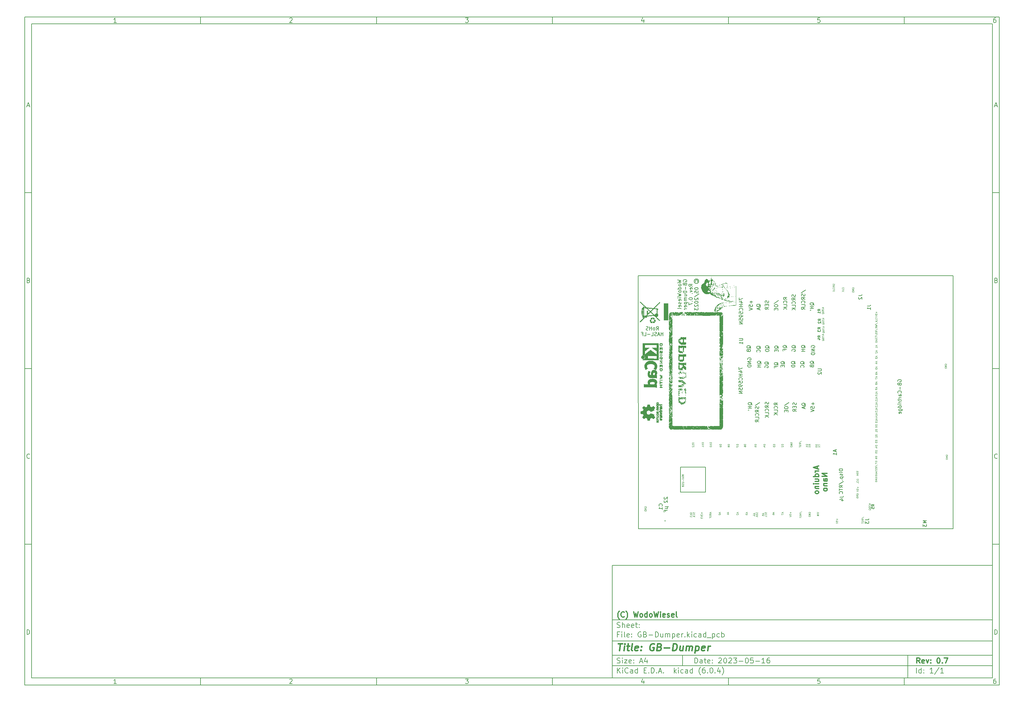
<source format=gbr>
%TF.GenerationSoftware,KiCad,Pcbnew,(6.0.4)*%
%TF.CreationDate,2023-10-22T17:32:39+02:00*%
%TF.ProjectId,GB-Dumper,47422d44-756d-4706-9572-2e6b69636164,0.7*%
%TF.SameCoordinates,Original*%
%TF.FileFunction,Legend,Bot*%
%TF.FilePolarity,Positive*%
%FSLAX46Y46*%
G04 Gerber Fmt 4.6, Leading zero omitted, Abs format (unit mm)*
G04 Created by KiCad (PCBNEW (6.0.4)) date 2023-10-22 17:32:39*
%MOMM*%
%LPD*%
G01*
G04 APERTURE LIST*
%ADD10C,0.100000*%
%ADD11C,0.150000*%
%ADD12C,0.300000*%
%ADD13C,0.400000*%
%TA.AperFunction,Profile*%
%ADD14C,0.150000*%
%TD*%
%ADD15C,0.125000*%
%ADD16C,0.010000*%
G04 APERTURE END LIST*
D10*
D11*
X177002200Y-166007200D02*
X177002200Y-198007200D01*
X285002200Y-198007200D01*
X285002200Y-166007200D01*
X177002200Y-166007200D01*
D10*
D11*
X10000000Y-10000000D02*
X10000000Y-200007200D01*
X287002200Y-200007200D01*
X287002200Y-10000000D01*
X10000000Y-10000000D01*
D10*
D11*
X12000000Y-12000000D02*
X12000000Y-198007200D01*
X285002200Y-198007200D01*
X285002200Y-12000000D01*
X12000000Y-12000000D01*
D10*
D11*
X60000000Y-12000000D02*
X60000000Y-10000000D01*
D10*
D11*
X110000000Y-12000000D02*
X110000000Y-10000000D01*
D10*
D11*
X160000000Y-12000000D02*
X160000000Y-10000000D01*
D10*
D11*
X210000000Y-12000000D02*
X210000000Y-10000000D01*
D10*
D11*
X260000000Y-12000000D02*
X260000000Y-10000000D01*
D10*
D11*
X36065476Y-11588095D02*
X35322619Y-11588095D01*
X35694047Y-11588095D02*
X35694047Y-10288095D01*
X35570238Y-10473809D01*
X35446428Y-10597619D01*
X35322619Y-10659523D01*
D10*
D11*
X85322619Y-10411904D02*
X85384523Y-10350000D01*
X85508333Y-10288095D01*
X85817857Y-10288095D01*
X85941666Y-10350000D01*
X86003571Y-10411904D01*
X86065476Y-10535714D01*
X86065476Y-10659523D01*
X86003571Y-10845238D01*
X85260714Y-11588095D01*
X86065476Y-11588095D01*
D10*
D11*
X135260714Y-10288095D02*
X136065476Y-10288095D01*
X135632142Y-10783333D01*
X135817857Y-10783333D01*
X135941666Y-10845238D01*
X136003571Y-10907142D01*
X136065476Y-11030952D01*
X136065476Y-11340476D01*
X136003571Y-11464285D01*
X135941666Y-11526190D01*
X135817857Y-11588095D01*
X135446428Y-11588095D01*
X135322619Y-11526190D01*
X135260714Y-11464285D01*
D10*
D11*
X185941666Y-10721428D02*
X185941666Y-11588095D01*
X185632142Y-10226190D02*
X185322619Y-11154761D01*
X186127380Y-11154761D01*
D10*
D11*
X236003571Y-10288095D02*
X235384523Y-10288095D01*
X235322619Y-10907142D01*
X235384523Y-10845238D01*
X235508333Y-10783333D01*
X235817857Y-10783333D01*
X235941666Y-10845238D01*
X236003571Y-10907142D01*
X236065476Y-11030952D01*
X236065476Y-11340476D01*
X236003571Y-11464285D01*
X235941666Y-11526190D01*
X235817857Y-11588095D01*
X235508333Y-11588095D01*
X235384523Y-11526190D01*
X235322619Y-11464285D01*
D10*
D11*
X285941666Y-10288095D02*
X285694047Y-10288095D01*
X285570238Y-10350000D01*
X285508333Y-10411904D01*
X285384523Y-10597619D01*
X285322619Y-10845238D01*
X285322619Y-11340476D01*
X285384523Y-11464285D01*
X285446428Y-11526190D01*
X285570238Y-11588095D01*
X285817857Y-11588095D01*
X285941666Y-11526190D01*
X286003571Y-11464285D01*
X286065476Y-11340476D01*
X286065476Y-11030952D01*
X286003571Y-10907142D01*
X285941666Y-10845238D01*
X285817857Y-10783333D01*
X285570238Y-10783333D01*
X285446428Y-10845238D01*
X285384523Y-10907142D01*
X285322619Y-11030952D01*
D10*
D11*
X60000000Y-198007200D02*
X60000000Y-200007200D01*
D10*
D11*
X110000000Y-198007200D02*
X110000000Y-200007200D01*
D10*
D11*
X160000000Y-198007200D02*
X160000000Y-200007200D01*
D10*
D11*
X210000000Y-198007200D02*
X210000000Y-200007200D01*
D10*
D11*
X260000000Y-198007200D02*
X260000000Y-200007200D01*
D10*
D11*
X36065476Y-199595295D02*
X35322619Y-199595295D01*
X35694047Y-199595295D02*
X35694047Y-198295295D01*
X35570238Y-198481009D01*
X35446428Y-198604819D01*
X35322619Y-198666723D01*
D10*
D11*
X85322619Y-198419104D02*
X85384523Y-198357200D01*
X85508333Y-198295295D01*
X85817857Y-198295295D01*
X85941666Y-198357200D01*
X86003571Y-198419104D01*
X86065476Y-198542914D01*
X86065476Y-198666723D01*
X86003571Y-198852438D01*
X85260714Y-199595295D01*
X86065476Y-199595295D01*
D10*
D11*
X135260714Y-198295295D02*
X136065476Y-198295295D01*
X135632142Y-198790533D01*
X135817857Y-198790533D01*
X135941666Y-198852438D01*
X136003571Y-198914342D01*
X136065476Y-199038152D01*
X136065476Y-199347676D01*
X136003571Y-199471485D01*
X135941666Y-199533390D01*
X135817857Y-199595295D01*
X135446428Y-199595295D01*
X135322619Y-199533390D01*
X135260714Y-199471485D01*
D10*
D11*
X185941666Y-198728628D02*
X185941666Y-199595295D01*
X185632142Y-198233390D02*
X185322619Y-199161961D01*
X186127380Y-199161961D01*
D10*
D11*
X236003571Y-198295295D02*
X235384523Y-198295295D01*
X235322619Y-198914342D01*
X235384523Y-198852438D01*
X235508333Y-198790533D01*
X235817857Y-198790533D01*
X235941666Y-198852438D01*
X236003571Y-198914342D01*
X236065476Y-199038152D01*
X236065476Y-199347676D01*
X236003571Y-199471485D01*
X235941666Y-199533390D01*
X235817857Y-199595295D01*
X235508333Y-199595295D01*
X235384523Y-199533390D01*
X235322619Y-199471485D01*
D10*
D11*
X285941666Y-198295295D02*
X285694047Y-198295295D01*
X285570238Y-198357200D01*
X285508333Y-198419104D01*
X285384523Y-198604819D01*
X285322619Y-198852438D01*
X285322619Y-199347676D01*
X285384523Y-199471485D01*
X285446428Y-199533390D01*
X285570238Y-199595295D01*
X285817857Y-199595295D01*
X285941666Y-199533390D01*
X286003571Y-199471485D01*
X286065476Y-199347676D01*
X286065476Y-199038152D01*
X286003571Y-198914342D01*
X285941666Y-198852438D01*
X285817857Y-198790533D01*
X285570238Y-198790533D01*
X285446428Y-198852438D01*
X285384523Y-198914342D01*
X285322619Y-199038152D01*
D10*
D11*
X10000000Y-60000000D02*
X12000000Y-60000000D01*
D10*
D11*
X10000000Y-110000000D02*
X12000000Y-110000000D01*
D10*
D11*
X10000000Y-160000000D02*
X12000000Y-160000000D01*
D10*
D11*
X10690476Y-35216666D02*
X11309523Y-35216666D01*
X10566666Y-35588095D02*
X11000000Y-34288095D01*
X11433333Y-35588095D01*
D10*
D11*
X11092857Y-84907142D02*
X11278571Y-84969047D01*
X11340476Y-85030952D01*
X11402380Y-85154761D01*
X11402380Y-85340476D01*
X11340476Y-85464285D01*
X11278571Y-85526190D01*
X11154761Y-85588095D01*
X10659523Y-85588095D01*
X10659523Y-84288095D01*
X11092857Y-84288095D01*
X11216666Y-84350000D01*
X11278571Y-84411904D01*
X11340476Y-84535714D01*
X11340476Y-84659523D01*
X11278571Y-84783333D01*
X11216666Y-84845238D01*
X11092857Y-84907142D01*
X10659523Y-84907142D01*
D10*
D11*
X11402380Y-135464285D02*
X11340476Y-135526190D01*
X11154761Y-135588095D01*
X11030952Y-135588095D01*
X10845238Y-135526190D01*
X10721428Y-135402380D01*
X10659523Y-135278571D01*
X10597619Y-135030952D01*
X10597619Y-134845238D01*
X10659523Y-134597619D01*
X10721428Y-134473809D01*
X10845238Y-134350000D01*
X11030952Y-134288095D01*
X11154761Y-134288095D01*
X11340476Y-134350000D01*
X11402380Y-134411904D01*
D10*
D11*
X10659523Y-185588095D02*
X10659523Y-184288095D01*
X10969047Y-184288095D01*
X11154761Y-184350000D01*
X11278571Y-184473809D01*
X11340476Y-184597619D01*
X11402380Y-184845238D01*
X11402380Y-185030952D01*
X11340476Y-185278571D01*
X11278571Y-185402380D01*
X11154761Y-185526190D01*
X10969047Y-185588095D01*
X10659523Y-185588095D01*
D10*
D11*
X287002200Y-60000000D02*
X285002200Y-60000000D01*
D10*
D11*
X287002200Y-110000000D02*
X285002200Y-110000000D01*
D10*
D11*
X287002200Y-160000000D02*
X285002200Y-160000000D01*
D10*
D11*
X285692676Y-35216666D02*
X286311723Y-35216666D01*
X285568866Y-35588095D02*
X286002200Y-34288095D01*
X286435533Y-35588095D01*
D10*
D11*
X286095057Y-84907142D02*
X286280771Y-84969047D01*
X286342676Y-85030952D01*
X286404580Y-85154761D01*
X286404580Y-85340476D01*
X286342676Y-85464285D01*
X286280771Y-85526190D01*
X286156961Y-85588095D01*
X285661723Y-85588095D01*
X285661723Y-84288095D01*
X286095057Y-84288095D01*
X286218866Y-84350000D01*
X286280771Y-84411904D01*
X286342676Y-84535714D01*
X286342676Y-84659523D01*
X286280771Y-84783333D01*
X286218866Y-84845238D01*
X286095057Y-84907142D01*
X285661723Y-84907142D01*
D10*
D11*
X286404580Y-135464285D02*
X286342676Y-135526190D01*
X286156961Y-135588095D01*
X286033152Y-135588095D01*
X285847438Y-135526190D01*
X285723628Y-135402380D01*
X285661723Y-135278571D01*
X285599819Y-135030952D01*
X285599819Y-134845238D01*
X285661723Y-134597619D01*
X285723628Y-134473809D01*
X285847438Y-134350000D01*
X286033152Y-134288095D01*
X286156961Y-134288095D01*
X286342676Y-134350000D01*
X286404580Y-134411904D01*
D10*
D11*
X285661723Y-185588095D02*
X285661723Y-184288095D01*
X285971247Y-184288095D01*
X286156961Y-184350000D01*
X286280771Y-184473809D01*
X286342676Y-184597619D01*
X286404580Y-184845238D01*
X286404580Y-185030952D01*
X286342676Y-185278571D01*
X286280771Y-185402380D01*
X286156961Y-185526190D01*
X285971247Y-185588095D01*
X285661723Y-185588095D01*
D10*
D11*
X200434342Y-193785771D02*
X200434342Y-192285771D01*
X200791485Y-192285771D01*
X201005771Y-192357200D01*
X201148628Y-192500057D01*
X201220057Y-192642914D01*
X201291485Y-192928628D01*
X201291485Y-193142914D01*
X201220057Y-193428628D01*
X201148628Y-193571485D01*
X201005771Y-193714342D01*
X200791485Y-193785771D01*
X200434342Y-193785771D01*
X202577200Y-193785771D02*
X202577200Y-193000057D01*
X202505771Y-192857200D01*
X202362914Y-192785771D01*
X202077200Y-192785771D01*
X201934342Y-192857200D01*
X202577200Y-193714342D02*
X202434342Y-193785771D01*
X202077200Y-193785771D01*
X201934342Y-193714342D01*
X201862914Y-193571485D01*
X201862914Y-193428628D01*
X201934342Y-193285771D01*
X202077200Y-193214342D01*
X202434342Y-193214342D01*
X202577200Y-193142914D01*
X203077200Y-192785771D02*
X203648628Y-192785771D01*
X203291485Y-192285771D02*
X203291485Y-193571485D01*
X203362914Y-193714342D01*
X203505771Y-193785771D01*
X203648628Y-193785771D01*
X204720057Y-193714342D02*
X204577200Y-193785771D01*
X204291485Y-193785771D01*
X204148628Y-193714342D01*
X204077200Y-193571485D01*
X204077200Y-193000057D01*
X204148628Y-192857200D01*
X204291485Y-192785771D01*
X204577200Y-192785771D01*
X204720057Y-192857200D01*
X204791485Y-193000057D01*
X204791485Y-193142914D01*
X204077200Y-193285771D01*
X205434342Y-193642914D02*
X205505771Y-193714342D01*
X205434342Y-193785771D01*
X205362914Y-193714342D01*
X205434342Y-193642914D01*
X205434342Y-193785771D01*
X205434342Y-192857200D02*
X205505771Y-192928628D01*
X205434342Y-193000057D01*
X205362914Y-192928628D01*
X205434342Y-192857200D01*
X205434342Y-193000057D01*
X207220057Y-192428628D02*
X207291485Y-192357200D01*
X207434342Y-192285771D01*
X207791485Y-192285771D01*
X207934342Y-192357200D01*
X208005771Y-192428628D01*
X208077200Y-192571485D01*
X208077200Y-192714342D01*
X208005771Y-192928628D01*
X207148628Y-193785771D01*
X208077200Y-193785771D01*
X209005771Y-192285771D02*
X209148628Y-192285771D01*
X209291485Y-192357200D01*
X209362914Y-192428628D01*
X209434342Y-192571485D01*
X209505771Y-192857200D01*
X209505771Y-193214342D01*
X209434342Y-193500057D01*
X209362914Y-193642914D01*
X209291485Y-193714342D01*
X209148628Y-193785771D01*
X209005771Y-193785771D01*
X208862914Y-193714342D01*
X208791485Y-193642914D01*
X208720057Y-193500057D01*
X208648628Y-193214342D01*
X208648628Y-192857200D01*
X208720057Y-192571485D01*
X208791485Y-192428628D01*
X208862914Y-192357200D01*
X209005771Y-192285771D01*
X210077200Y-192428628D02*
X210148628Y-192357200D01*
X210291485Y-192285771D01*
X210648628Y-192285771D01*
X210791485Y-192357200D01*
X210862914Y-192428628D01*
X210934342Y-192571485D01*
X210934342Y-192714342D01*
X210862914Y-192928628D01*
X210005771Y-193785771D01*
X210934342Y-193785771D01*
X211434342Y-192285771D02*
X212362914Y-192285771D01*
X211862914Y-192857200D01*
X212077200Y-192857200D01*
X212220057Y-192928628D01*
X212291485Y-193000057D01*
X212362914Y-193142914D01*
X212362914Y-193500057D01*
X212291485Y-193642914D01*
X212220057Y-193714342D01*
X212077200Y-193785771D01*
X211648628Y-193785771D01*
X211505771Y-193714342D01*
X211434342Y-193642914D01*
X213005771Y-193214342D02*
X214148628Y-193214342D01*
X215148628Y-192285771D02*
X215291485Y-192285771D01*
X215434342Y-192357200D01*
X215505771Y-192428628D01*
X215577200Y-192571485D01*
X215648628Y-192857200D01*
X215648628Y-193214342D01*
X215577200Y-193500057D01*
X215505771Y-193642914D01*
X215434342Y-193714342D01*
X215291485Y-193785771D01*
X215148628Y-193785771D01*
X215005771Y-193714342D01*
X214934342Y-193642914D01*
X214862914Y-193500057D01*
X214791485Y-193214342D01*
X214791485Y-192857200D01*
X214862914Y-192571485D01*
X214934342Y-192428628D01*
X215005771Y-192357200D01*
X215148628Y-192285771D01*
X217005771Y-192285771D02*
X216291485Y-192285771D01*
X216220057Y-193000057D01*
X216291485Y-192928628D01*
X216434342Y-192857200D01*
X216791485Y-192857200D01*
X216934342Y-192928628D01*
X217005771Y-193000057D01*
X217077200Y-193142914D01*
X217077200Y-193500057D01*
X217005771Y-193642914D01*
X216934342Y-193714342D01*
X216791485Y-193785771D01*
X216434342Y-193785771D01*
X216291485Y-193714342D01*
X216220057Y-193642914D01*
X217720057Y-193214342D02*
X218862914Y-193214342D01*
X220362914Y-193785771D02*
X219505771Y-193785771D01*
X219934342Y-193785771D02*
X219934342Y-192285771D01*
X219791485Y-192500057D01*
X219648628Y-192642914D01*
X219505771Y-192714342D01*
X221648628Y-192285771D02*
X221362914Y-192285771D01*
X221220057Y-192357200D01*
X221148628Y-192428628D01*
X221005771Y-192642914D01*
X220934342Y-192928628D01*
X220934342Y-193500057D01*
X221005771Y-193642914D01*
X221077200Y-193714342D01*
X221220057Y-193785771D01*
X221505771Y-193785771D01*
X221648628Y-193714342D01*
X221720057Y-193642914D01*
X221791485Y-193500057D01*
X221791485Y-193142914D01*
X221720057Y-193000057D01*
X221648628Y-192928628D01*
X221505771Y-192857200D01*
X221220057Y-192857200D01*
X221077200Y-192928628D01*
X221005771Y-193000057D01*
X220934342Y-193142914D01*
D10*
D11*
X177002200Y-194507200D02*
X285002200Y-194507200D01*
D10*
D11*
X178434342Y-196585771D02*
X178434342Y-195085771D01*
X179291485Y-196585771D02*
X178648628Y-195728628D01*
X179291485Y-195085771D02*
X178434342Y-195942914D01*
X179934342Y-196585771D02*
X179934342Y-195585771D01*
X179934342Y-195085771D02*
X179862914Y-195157200D01*
X179934342Y-195228628D01*
X180005771Y-195157200D01*
X179934342Y-195085771D01*
X179934342Y-195228628D01*
X181505771Y-196442914D02*
X181434342Y-196514342D01*
X181220057Y-196585771D01*
X181077200Y-196585771D01*
X180862914Y-196514342D01*
X180720057Y-196371485D01*
X180648628Y-196228628D01*
X180577200Y-195942914D01*
X180577200Y-195728628D01*
X180648628Y-195442914D01*
X180720057Y-195300057D01*
X180862914Y-195157200D01*
X181077200Y-195085771D01*
X181220057Y-195085771D01*
X181434342Y-195157200D01*
X181505771Y-195228628D01*
X182791485Y-196585771D02*
X182791485Y-195800057D01*
X182720057Y-195657200D01*
X182577200Y-195585771D01*
X182291485Y-195585771D01*
X182148628Y-195657200D01*
X182791485Y-196514342D02*
X182648628Y-196585771D01*
X182291485Y-196585771D01*
X182148628Y-196514342D01*
X182077200Y-196371485D01*
X182077200Y-196228628D01*
X182148628Y-196085771D01*
X182291485Y-196014342D01*
X182648628Y-196014342D01*
X182791485Y-195942914D01*
X184148628Y-196585771D02*
X184148628Y-195085771D01*
X184148628Y-196514342D02*
X184005771Y-196585771D01*
X183720057Y-196585771D01*
X183577200Y-196514342D01*
X183505771Y-196442914D01*
X183434342Y-196300057D01*
X183434342Y-195871485D01*
X183505771Y-195728628D01*
X183577200Y-195657200D01*
X183720057Y-195585771D01*
X184005771Y-195585771D01*
X184148628Y-195657200D01*
X186005771Y-195800057D02*
X186505771Y-195800057D01*
X186720057Y-196585771D02*
X186005771Y-196585771D01*
X186005771Y-195085771D01*
X186720057Y-195085771D01*
X187362914Y-196442914D02*
X187434342Y-196514342D01*
X187362914Y-196585771D01*
X187291485Y-196514342D01*
X187362914Y-196442914D01*
X187362914Y-196585771D01*
X188077200Y-196585771D02*
X188077200Y-195085771D01*
X188434342Y-195085771D01*
X188648628Y-195157200D01*
X188791485Y-195300057D01*
X188862914Y-195442914D01*
X188934342Y-195728628D01*
X188934342Y-195942914D01*
X188862914Y-196228628D01*
X188791485Y-196371485D01*
X188648628Y-196514342D01*
X188434342Y-196585771D01*
X188077200Y-196585771D01*
X189577200Y-196442914D02*
X189648628Y-196514342D01*
X189577200Y-196585771D01*
X189505771Y-196514342D01*
X189577200Y-196442914D01*
X189577200Y-196585771D01*
X190220057Y-196157200D02*
X190934342Y-196157200D01*
X190077200Y-196585771D02*
X190577200Y-195085771D01*
X191077200Y-196585771D01*
X191577200Y-196442914D02*
X191648628Y-196514342D01*
X191577200Y-196585771D01*
X191505771Y-196514342D01*
X191577200Y-196442914D01*
X191577200Y-196585771D01*
X194577200Y-196585771D02*
X194577200Y-195085771D01*
X194720057Y-196014342D02*
X195148628Y-196585771D01*
X195148628Y-195585771D02*
X194577200Y-196157200D01*
X195791485Y-196585771D02*
X195791485Y-195585771D01*
X195791485Y-195085771D02*
X195720057Y-195157200D01*
X195791485Y-195228628D01*
X195862914Y-195157200D01*
X195791485Y-195085771D01*
X195791485Y-195228628D01*
X197148628Y-196514342D02*
X197005771Y-196585771D01*
X196720057Y-196585771D01*
X196577200Y-196514342D01*
X196505771Y-196442914D01*
X196434342Y-196300057D01*
X196434342Y-195871485D01*
X196505771Y-195728628D01*
X196577200Y-195657200D01*
X196720057Y-195585771D01*
X197005771Y-195585771D01*
X197148628Y-195657200D01*
X198434342Y-196585771D02*
X198434342Y-195800057D01*
X198362914Y-195657200D01*
X198220057Y-195585771D01*
X197934342Y-195585771D01*
X197791485Y-195657200D01*
X198434342Y-196514342D02*
X198291485Y-196585771D01*
X197934342Y-196585771D01*
X197791485Y-196514342D01*
X197720057Y-196371485D01*
X197720057Y-196228628D01*
X197791485Y-196085771D01*
X197934342Y-196014342D01*
X198291485Y-196014342D01*
X198434342Y-195942914D01*
X199791485Y-196585771D02*
X199791485Y-195085771D01*
X199791485Y-196514342D02*
X199648628Y-196585771D01*
X199362914Y-196585771D01*
X199220057Y-196514342D01*
X199148628Y-196442914D01*
X199077200Y-196300057D01*
X199077200Y-195871485D01*
X199148628Y-195728628D01*
X199220057Y-195657200D01*
X199362914Y-195585771D01*
X199648628Y-195585771D01*
X199791485Y-195657200D01*
X202077200Y-197157200D02*
X202005771Y-197085771D01*
X201862914Y-196871485D01*
X201791485Y-196728628D01*
X201720057Y-196514342D01*
X201648628Y-196157200D01*
X201648628Y-195871485D01*
X201720057Y-195514342D01*
X201791485Y-195300057D01*
X201862914Y-195157200D01*
X202005771Y-194942914D01*
X202077200Y-194871485D01*
X203291485Y-195085771D02*
X203005771Y-195085771D01*
X202862914Y-195157200D01*
X202791485Y-195228628D01*
X202648628Y-195442914D01*
X202577200Y-195728628D01*
X202577200Y-196300057D01*
X202648628Y-196442914D01*
X202720057Y-196514342D01*
X202862914Y-196585771D01*
X203148628Y-196585771D01*
X203291485Y-196514342D01*
X203362914Y-196442914D01*
X203434342Y-196300057D01*
X203434342Y-195942914D01*
X203362914Y-195800057D01*
X203291485Y-195728628D01*
X203148628Y-195657200D01*
X202862914Y-195657200D01*
X202720057Y-195728628D01*
X202648628Y-195800057D01*
X202577200Y-195942914D01*
X204077200Y-196442914D02*
X204148628Y-196514342D01*
X204077200Y-196585771D01*
X204005771Y-196514342D01*
X204077200Y-196442914D01*
X204077200Y-196585771D01*
X205077200Y-195085771D02*
X205220057Y-195085771D01*
X205362914Y-195157200D01*
X205434342Y-195228628D01*
X205505771Y-195371485D01*
X205577200Y-195657200D01*
X205577200Y-196014342D01*
X205505771Y-196300057D01*
X205434342Y-196442914D01*
X205362914Y-196514342D01*
X205220057Y-196585771D01*
X205077200Y-196585771D01*
X204934342Y-196514342D01*
X204862914Y-196442914D01*
X204791485Y-196300057D01*
X204720057Y-196014342D01*
X204720057Y-195657200D01*
X204791485Y-195371485D01*
X204862914Y-195228628D01*
X204934342Y-195157200D01*
X205077200Y-195085771D01*
X206220057Y-196442914D02*
X206291485Y-196514342D01*
X206220057Y-196585771D01*
X206148628Y-196514342D01*
X206220057Y-196442914D01*
X206220057Y-196585771D01*
X207577200Y-195585771D02*
X207577200Y-196585771D01*
X207220057Y-195014342D02*
X206862914Y-196085771D01*
X207791485Y-196085771D01*
X208220057Y-197157200D02*
X208291485Y-197085771D01*
X208434342Y-196871485D01*
X208505771Y-196728628D01*
X208577200Y-196514342D01*
X208648628Y-196157200D01*
X208648628Y-195871485D01*
X208577200Y-195514342D01*
X208505771Y-195300057D01*
X208434342Y-195157200D01*
X208291485Y-194942914D01*
X208220057Y-194871485D01*
D10*
D11*
X177002200Y-191507200D02*
X285002200Y-191507200D01*
D10*
D12*
X264411485Y-193785771D02*
X263911485Y-193071485D01*
X263554342Y-193785771D02*
X263554342Y-192285771D01*
X264125771Y-192285771D01*
X264268628Y-192357200D01*
X264340057Y-192428628D01*
X264411485Y-192571485D01*
X264411485Y-192785771D01*
X264340057Y-192928628D01*
X264268628Y-193000057D01*
X264125771Y-193071485D01*
X263554342Y-193071485D01*
X265625771Y-193714342D02*
X265482914Y-193785771D01*
X265197200Y-193785771D01*
X265054342Y-193714342D01*
X264982914Y-193571485D01*
X264982914Y-193000057D01*
X265054342Y-192857200D01*
X265197200Y-192785771D01*
X265482914Y-192785771D01*
X265625771Y-192857200D01*
X265697200Y-193000057D01*
X265697200Y-193142914D01*
X264982914Y-193285771D01*
X266197200Y-192785771D02*
X266554342Y-193785771D01*
X266911485Y-192785771D01*
X267482914Y-193642914D02*
X267554342Y-193714342D01*
X267482914Y-193785771D01*
X267411485Y-193714342D01*
X267482914Y-193642914D01*
X267482914Y-193785771D01*
X267482914Y-192857200D02*
X267554342Y-192928628D01*
X267482914Y-193000057D01*
X267411485Y-192928628D01*
X267482914Y-192857200D01*
X267482914Y-193000057D01*
X269625771Y-192285771D02*
X269768628Y-192285771D01*
X269911485Y-192357200D01*
X269982914Y-192428628D01*
X270054342Y-192571485D01*
X270125771Y-192857200D01*
X270125771Y-193214342D01*
X270054342Y-193500057D01*
X269982914Y-193642914D01*
X269911485Y-193714342D01*
X269768628Y-193785771D01*
X269625771Y-193785771D01*
X269482914Y-193714342D01*
X269411485Y-193642914D01*
X269340057Y-193500057D01*
X269268628Y-193214342D01*
X269268628Y-192857200D01*
X269340057Y-192571485D01*
X269411485Y-192428628D01*
X269482914Y-192357200D01*
X269625771Y-192285771D01*
X270768628Y-193642914D02*
X270840057Y-193714342D01*
X270768628Y-193785771D01*
X270697200Y-193714342D01*
X270768628Y-193642914D01*
X270768628Y-193785771D01*
X271340057Y-192285771D02*
X272340057Y-192285771D01*
X271697200Y-193785771D01*
D10*
D11*
X178362914Y-193714342D02*
X178577200Y-193785771D01*
X178934342Y-193785771D01*
X179077200Y-193714342D01*
X179148628Y-193642914D01*
X179220057Y-193500057D01*
X179220057Y-193357200D01*
X179148628Y-193214342D01*
X179077200Y-193142914D01*
X178934342Y-193071485D01*
X178648628Y-193000057D01*
X178505771Y-192928628D01*
X178434342Y-192857200D01*
X178362914Y-192714342D01*
X178362914Y-192571485D01*
X178434342Y-192428628D01*
X178505771Y-192357200D01*
X178648628Y-192285771D01*
X179005771Y-192285771D01*
X179220057Y-192357200D01*
X179862914Y-193785771D02*
X179862914Y-192785771D01*
X179862914Y-192285771D02*
X179791485Y-192357200D01*
X179862914Y-192428628D01*
X179934342Y-192357200D01*
X179862914Y-192285771D01*
X179862914Y-192428628D01*
X180434342Y-192785771D02*
X181220057Y-192785771D01*
X180434342Y-193785771D01*
X181220057Y-193785771D01*
X182362914Y-193714342D02*
X182220057Y-193785771D01*
X181934342Y-193785771D01*
X181791485Y-193714342D01*
X181720057Y-193571485D01*
X181720057Y-193000057D01*
X181791485Y-192857200D01*
X181934342Y-192785771D01*
X182220057Y-192785771D01*
X182362914Y-192857200D01*
X182434342Y-193000057D01*
X182434342Y-193142914D01*
X181720057Y-193285771D01*
X183077200Y-193642914D02*
X183148628Y-193714342D01*
X183077200Y-193785771D01*
X183005771Y-193714342D01*
X183077200Y-193642914D01*
X183077200Y-193785771D01*
X183077200Y-192857200D02*
X183148628Y-192928628D01*
X183077200Y-193000057D01*
X183005771Y-192928628D01*
X183077200Y-192857200D01*
X183077200Y-193000057D01*
X184862914Y-193357200D02*
X185577200Y-193357200D01*
X184720057Y-193785771D02*
X185220057Y-192285771D01*
X185720057Y-193785771D01*
X186862914Y-192785771D02*
X186862914Y-193785771D01*
X186505771Y-192214342D02*
X186148628Y-193285771D01*
X187077200Y-193285771D01*
D10*
D11*
X263434342Y-196585771D02*
X263434342Y-195085771D01*
X264791485Y-196585771D02*
X264791485Y-195085771D01*
X264791485Y-196514342D02*
X264648628Y-196585771D01*
X264362914Y-196585771D01*
X264220057Y-196514342D01*
X264148628Y-196442914D01*
X264077200Y-196300057D01*
X264077200Y-195871485D01*
X264148628Y-195728628D01*
X264220057Y-195657200D01*
X264362914Y-195585771D01*
X264648628Y-195585771D01*
X264791485Y-195657200D01*
X265505771Y-196442914D02*
X265577200Y-196514342D01*
X265505771Y-196585771D01*
X265434342Y-196514342D01*
X265505771Y-196442914D01*
X265505771Y-196585771D01*
X265505771Y-195657200D02*
X265577200Y-195728628D01*
X265505771Y-195800057D01*
X265434342Y-195728628D01*
X265505771Y-195657200D01*
X265505771Y-195800057D01*
X268148628Y-196585771D02*
X267291485Y-196585771D01*
X267720057Y-196585771D02*
X267720057Y-195085771D01*
X267577200Y-195300057D01*
X267434342Y-195442914D01*
X267291485Y-195514342D01*
X269862914Y-195014342D02*
X268577200Y-196942914D01*
X271148628Y-196585771D02*
X270291485Y-196585771D01*
X270720057Y-196585771D02*
X270720057Y-195085771D01*
X270577200Y-195300057D01*
X270434342Y-195442914D01*
X270291485Y-195514342D01*
D10*
D11*
X177002200Y-187507200D02*
X285002200Y-187507200D01*
D10*
D13*
X178714580Y-188211961D02*
X179857438Y-188211961D01*
X179036009Y-190211961D02*
X179286009Y-188211961D01*
X180274104Y-190211961D02*
X180440771Y-188878628D01*
X180524104Y-188211961D02*
X180416961Y-188307200D01*
X180500295Y-188402438D01*
X180607438Y-188307200D01*
X180524104Y-188211961D01*
X180500295Y-188402438D01*
X181107438Y-188878628D02*
X181869342Y-188878628D01*
X181476485Y-188211961D02*
X181262200Y-189926247D01*
X181333628Y-190116723D01*
X181512200Y-190211961D01*
X181702676Y-190211961D01*
X182655057Y-190211961D02*
X182476485Y-190116723D01*
X182405057Y-189926247D01*
X182619342Y-188211961D01*
X184190771Y-190116723D02*
X183988390Y-190211961D01*
X183607438Y-190211961D01*
X183428866Y-190116723D01*
X183357438Y-189926247D01*
X183452676Y-189164342D01*
X183571723Y-188973866D01*
X183774104Y-188878628D01*
X184155057Y-188878628D01*
X184333628Y-188973866D01*
X184405057Y-189164342D01*
X184381247Y-189354819D01*
X183405057Y-189545295D01*
X185155057Y-190021485D02*
X185238390Y-190116723D01*
X185131247Y-190211961D01*
X185047914Y-190116723D01*
X185155057Y-190021485D01*
X185131247Y-190211961D01*
X185286009Y-188973866D02*
X185369342Y-189069104D01*
X185262200Y-189164342D01*
X185178866Y-189069104D01*
X185286009Y-188973866D01*
X185262200Y-189164342D01*
X188893152Y-188307200D02*
X188714580Y-188211961D01*
X188428866Y-188211961D01*
X188131247Y-188307200D01*
X187916961Y-188497676D01*
X187797914Y-188688152D01*
X187655057Y-189069104D01*
X187619342Y-189354819D01*
X187666961Y-189735771D01*
X187738390Y-189926247D01*
X187905057Y-190116723D01*
X188178866Y-190211961D01*
X188369342Y-190211961D01*
X188666961Y-190116723D01*
X188774104Y-190021485D01*
X188857438Y-189354819D01*
X188476485Y-189354819D01*
X190405057Y-189164342D02*
X190678866Y-189259580D01*
X190762200Y-189354819D01*
X190833628Y-189545295D01*
X190797914Y-189831009D01*
X190678866Y-190021485D01*
X190571723Y-190116723D01*
X190369342Y-190211961D01*
X189607438Y-190211961D01*
X189857438Y-188211961D01*
X190524104Y-188211961D01*
X190702676Y-188307200D01*
X190786009Y-188402438D01*
X190857438Y-188592914D01*
X190833628Y-188783390D01*
X190714580Y-188973866D01*
X190607438Y-189069104D01*
X190405057Y-189164342D01*
X189738390Y-189164342D01*
X191702676Y-189450057D02*
X193226485Y-189450057D01*
X194083628Y-190211961D02*
X194333628Y-188211961D01*
X194809819Y-188211961D01*
X195083628Y-188307200D01*
X195250295Y-188497676D01*
X195321723Y-188688152D01*
X195369342Y-189069104D01*
X195333628Y-189354819D01*
X195190771Y-189735771D01*
X195071723Y-189926247D01*
X194857438Y-190116723D01*
X194559819Y-190211961D01*
X194083628Y-190211961D01*
X197107438Y-188878628D02*
X196940771Y-190211961D01*
X196250295Y-188878628D02*
X196119342Y-189926247D01*
X196190771Y-190116723D01*
X196369342Y-190211961D01*
X196655057Y-190211961D01*
X196857438Y-190116723D01*
X196964580Y-190021485D01*
X197893152Y-190211961D02*
X198059819Y-188878628D01*
X198036009Y-189069104D02*
X198143152Y-188973866D01*
X198345533Y-188878628D01*
X198631247Y-188878628D01*
X198809819Y-188973866D01*
X198881247Y-189164342D01*
X198750295Y-190211961D01*
X198881247Y-189164342D02*
X199000295Y-188973866D01*
X199202676Y-188878628D01*
X199488390Y-188878628D01*
X199666961Y-188973866D01*
X199738390Y-189164342D01*
X199607438Y-190211961D01*
X200726485Y-188878628D02*
X200476485Y-190878628D01*
X200714580Y-188973866D02*
X200916961Y-188878628D01*
X201297914Y-188878628D01*
X201476485Y-188973866D01*
X201559819Y-189069104D01*
X201631247Y-189259580D01*
X201559819Y-189831009D01*
X201440771Y-190021485D01*
X201333628Y-190116723D01*
X201131247Y-190211961D01*
X200750295Y-190211961D01*
X200571723Y-190116723D01*
X203143152Y-190116723D02*
X202940771Y-190211961D01*
X202559819Y-190211961D01*
X202381247Y-190116723D01*
X202309819Y-189926247D01*
X202405057Y-189164342D01*
X202524104Y-188973866D01*
X202726485Y-188878628D01*
X203107438Y-188878628D01*
X203286009Y-188973866D01*
X203357438Y-189164342D01*
X203333628Y-189354819D01*
X202357438Y-189545295D01*
X204083628Y-190211961D02*
X204250295Y-188878628D01*
X204202676Y-189259580D02*
X204321723Y-189069104D01*
X204428866Y-188973866D01*
X204631247Y-188878628D01*
X204821723Y-188878628D01*
D10*
D11*
X178934342Y-185600057D02*
X178434342Y-185600057D01*
X178434342Y-186385771D02*
X178434342Y-184885771D01*
X179148628Y-184885771D01*
X179720057Y-186385771D02*
X179720057Y-185385771D01*
X179720057Y-184885771D02*
X179648628Y-184957200D01*
X179720057Y-185028628D01*
X179791485Y-184957200D01*
X179720057Y-184885771D01*
X179720057Y-185028628D01*
X180648628Y-186385771D02*
X180505771Y-186314342D01*
X180434342Y-186171485D01*
X180434342Y-184885771D01*
X181791485Y-186314342D02*
X181648628Y-186385771D01*
X181362914Y-186385771D01*
X181220057Y-186314342D01*
X181148628Y-186171485D01*
X181148628Y-185600057D01*
X181220057Y-185457200D01*
X181362914Y-185385771D01*
X181648628Y-185385771D01*
X181791485Y-185457200D01*
X181862914Y-185600057D01*
X181862914Y-185742914D01*
X181148628Y-185885771D01*
X182505771Y-186242914D02*
X182577200Y-186314342D01*
X182505771Y-186385771D01*
X182434342Y-186314342D01*
X182505771Y-186242914D01*
X182505771Y-186385771D01*
X182505771Y-185457200D02*
X182577200Y-185528628D01*
X182505771Y-185600057D01*
X182434342Y-185528628D01*
X182505771Y-185457200D01*
X182505771Y-185600057D01*
X185148628Y-184957200D02*
X185005771Y-184885771D01*
X184791485Y-184885771D01*
X184577200Y-184957200D01*
X184434342Y-185100057D01*
X184362914Y-185242914D01*
X184291485Y-185528628D01*
X184291485Y-185742914D01*
X184362914Y-186028628D01*
X184434342Y-186171485D01*
X184577200Y-186314342D01*
X184791485Y-186385771D01*
X184934342Y-186385771D01*
X185148628Y-186314342D01*
X185220057Y-186242914D01*
X185220057Y-185742914D01*
X184934342Y-185742914D01*
X186362914Y-185600057D02*
X186577200Y-185671485D01*
X186648628Y-185742914D01*
X186720057Y-185885771D01*
X186720057Y-186100057D01*
X186648628Y-186242914D01*
X186577200Y-186314342D01*
X186434342Y-186385771D01*
X185862914Y-186385771D01*
X185862914Y-184885771D01*
X186362914Y-184885771D01*
X186505771Y-184957200D01*
X186577200Y-185028628D01*
X186648628Y-185171485D01*
X186648628Y-185314342D01*
X186577200Y-185457200D01*
X186505771Y-185528628D01*
X186362914Y-185600057D01*
X185862914Y-185600057D01*
X187362914Y-185814342D02*
X188505771Y-185814342D01*
X189220057Y-186385771D02*
X189220057Y-184885771D01*
X189577200Y-184885771D01*
X189791485Y-184957200D01*
X189934342Y-185100057D01*
X190005771Y-185242914D01*
X190077200Y-185528628D01*
X190077200Y-185742914D01*
X190005771Y-186028628D01*
X189934342Y-186171485D01*
X189791485Y-186314342D01*
X189577200Y-186385771D01*
X189220057Y-186385771D01*
X191362914Y-185385771D02*
X191362914Y-186385771D01*
X190720057Y-185385771D02*
X190720057Y-186171485D01*
X190791485Y-186314342D01*
X190934342Y-186385771D01*
X191148628Y-186385771D01*
X191291485Y-186314342D01*
X191362914Y-186242914D01*
X192077200Y-186385771D02*
X192077200Y-185385771D01*
X192077200Y-185528628D02*
X192148628Y-185457200D01*
X192291485Y-185385771D01*
X192505771Y-185385771D01*
X192648628Y-185457200D01*
X192720057Y-185600057D01*
X192720057Y-186385771D01*
X192720057Y-185600057D02*
X192791485Y-185457200D01*
X192934342Y-185385771D01*
X193148628Y-185385771D01*
X193291485Y-185457200D01*
X193362914Y-185600057D01*
X193362914Y-186385771D01*
X194077200Y-185385771D02*
X194077200Y-186885771D01*
X194077200Y-185457200D02*
X194220057Y-185385771D01*
X194505771Y-185385771D01*
X194648628Y-185457200D01*
X194720057Y-185528628D01*
X194791485Y-185671485D01*
X194791485Y-186100057D01*
X194720057Y-186242914D01*
X194648628Y-186314342D01*
X194505771Y-186385771D01*
X194220057Y-186385771D01*
X194077200Y-186314342D01*
X196005771Y-186314342D02*
X195862914Y-186385771D01*
X195577200Y-186385771D01*
X195434342Y-186314342D01*
X195362914Y-186171485D01*
X195362914Y-185600057D01*
X195434342Y-185457200D01*
X195577200Y-185385771D01*
X195862914Y-185385771D01*
X196005771Y-185457200D01*
X196077200Y-185600057D01*
X196077200Y-185742914D01*
X195362914Y-185885771D01*
X196720057Y-186385771D02*
X196720057Y-185385771D01*
X196720057Y-185671485D02*
X196791485Y-185528628D01*
X196862914Y-185457200D01*
X197005771Y-185385771D01*
X197148628Y-185385771D01*
X197648628Y-186242914D02*
X197720057Y-186314342D01*
X197648628Y-186385771D01*
X197577200Y-186314342D01*
X197648628Y-186242914D01*
X197648628Y-186385771D01*
X198362914Y-186385771D02*
X198362914Y-184885771D01*
X198505771Y-185814342D02*
X198934342Y-186385771D01*
X198934342Y-185385771D02*
X198362914Y-185957200D01*
X199577200Y-186385771D02*
X199577200Y-185385771D01*
X199577200Y-184885771D02*
X199505771Y-184957200D01*
X199577200Y-185028628D01*
X199648628Y-184957200D01*
X199577200Y-184885771D01*
X199577200Y-185028628D01*
X200934342Y-186314342D02*
X200791485Y-186385771D01*
X200505771Y-186385771D01*
X200362914Y-186314342D01*
X200291485Y-186242914D01*
X200220057Y-186100057D01*
X200220057Y-185671485D01*
X200291485Y-185528628D01*
X200362914Y-185457200D01*
X200505771Y-185385771D01*
X200791485Y-185385771D01*
X200934342Y-185457200D01*
X202220057Y-186385771D02*
X202220057Y-185600057D01*
X202148628Y-185457200D01*
X202005771Y-185385771D01*
X201720057Y-185385771D01*
X201577200Y-185457200D01*
X202220057Y-186314342D02*
X202077200Y-186385771D01*
X201720057Y-186385771D01*
X201577200Y-186314342D01*
X201505771Y-186171485D01*
X201505771Y-186028628D01*
X201577200Y-185885771D01*
X201720057Y-185814342D01*
X202077200Y-185814342D01*
X202220057Y-185742914D01*
X203577200Y-186385771D02*
X203577200Y-184885771D01*
X203577200Y-186314342D02*
X203434342Y-186385771D01*
X203148628Y-186385771D01*
X203005771Y-186314342D01*
X202934342Y-186242914D01*
X202862914Y-186100057D01*
X202862914Y-185671485D01*
X202934342Y-185528628D01*
X203005771Y-185457200D01*
X203148628Y-185385771D01*
X203434342Y-185385771D01*
X203577200Y-185457200D01*
X203934342Y-186528628D02*
X205077200Y-186528628D01*
X205434342Y-185385771D02*
X205434342Y-186885771D01*
X205434342Y-185457200D02*
X205577200Y-185385771D01*
X205862914Y-185385771D01*
X206005771Y-185457200D01*
X206077200Y-185528628D01*
X206148628Y-185671485D01*
X206148628Y-186100057D01*
X206077200Y-186242914D01*
X206005771Y-186314342D01*
X205862914Y-186385771D01*
X205577200Y-186385771D01*
X205434342Y-186314342D01*
X207434342Y-186314342D02*
X207291485Y-186385771D01*
X207005771Y-186385771D01*
X206862914Y-186314342D01*
X206791485Y-186242914D01*
X206720057Y-186100057D01*
X206720057Y-185671485D01*
X206791485Y-185528628D01*
X206862914Y-185457200D01*
X207005771Y-185385771D01*
X207291485Y-185385771D01*
X207434342Y-185457200D01*
X208077200Y-186385771D02*
X208077200Y-184885771D01*
X208077200Y-185457200D02*
X208220057Y-185385771D01*
X208505771Y-185385771D01*
X208648628Y-185457200D01*
X208720057Y-185528628D01*
X208791485Y-185671485D01*
X208791485Y-186100057D01*
X208720057Y-186242914D01*
X208648628Y-186314342D01*
X208505771Y-186385771D01*
X208220057Y-186385771D01*
X208077200Y-186314342D01*
D10*
D11*
X177002200Y-181507200D02*
X285002200Y-181507200D01*
D10*
D11*
X178362914Y-183614342D02*
X178577200Y-183685771D01*
X178934342Y-183685771D01*
X179077200Y-183614342D01*
X179148628Y-183542914D01*
X179220057Y-183400057D01*
X179220057Y-183257200D01*
X179148628Y-183114342D01*
X179077200Y-183042914D01*
X178934342Y-182971485D01*
X178648628Y-182900057D01*
X178505771Y-182828628D01*
X178434342Y-182757200D01*
X178362914Y-182614342D01*
X178362914Y-182471485D01*
X178434342Y-182328628D01*
X178505771Y-182257200D01*
X178648628Y-182185771D01*
X179005771Y-182185771D01*
X179220057Y-182257200D01*
X179862914Y-183685771D02*
X179862914Y-182185771D01*
X180505771Y-183685771D02*
X180505771Y-182900057D01*
X180434342Y-182757200D01*
X180291485Y-182685771D01*
X180077200Y-182685771D01*
X179934342Y-182757200D01*
X179862914Y-182828628D01*
X181791485Y-183614342D02*
X181648628Y-183685771D01*
X181362914Y-183685771D01*
X181220057Y-183614342D01*
X181148628Y-183471485D01*
X181148628Y-182900057D01*
X181220057Y-182757200D01*
X181362914Y-182685771D01*
X181648628Y-182685771D01*
X181791485Y-182757200D01*
X181862914Y-182900057D01*
X181862914Y-183042914D01*
X181148628Y-183185771D01*
X183077200Y-183614342D02*
X182934342Y-183685771D01*
X182648628Y-183685771D01*
X182505771Y-183614342D01*
X182434342Y-183471485D01*
X182434342Y-182900057D01*
X182505771Y-182757200D01*
X182648628Y-182685771D01*
X182934342Y-182685771D01*
X183077200Y-182757200D01*
X183148628Y-182900057D01*
X183148628Y-183042914D01*
X182434342Y-183185771D01*
X183577200Y-182685771D02*
X184148628Y-182685771D01*
X183791485Y-182185771D02*
X183791485Y-183471485D01*
X183862914Y-183614342D01*
X184005771Y-183685771D01*
X184148628Y-183685771D01*
X184648628Y-183542914D02*
X184720057Y-183614342D01*
X184648628Y-183685771D01*
X184577200Y-183614342D01*
X184648628Y-183542914D01*
X184648628Y-183685771D01*
X184648628Y-182757200D02*
X184720057Y-182828628D01*
X184648628Y-182900057D01*
X184577200Y-182828628D01*
X184648628Y-182757200D01*
X184648628Y-182900057D01*
D10*
D12*
X178982914Y-181257200D02*
X178911485Y-181185771D01*
X178768628Y-180971485D01*
X178697200Y-180828628D01*
X178625771Y-180614342D01*
X178554342Y-180257200D01*
X178554342Y-179971485D01*
X178625771Y-179614342D01*
X178697200Y-179400057D01*
X178768628Y-179257200D01*
X178911485Y-179042914D01*
X178982914Y-178971485D01*
X180411485Y-180542914D02*
X180340057Y-180614342D01*
X180125771Y-180685771D01*
X179982914Y-180685771D01*
X179768628Y-180614342D01*
X179625771Y-180471485D01*
X179554342Y-180328628D01*
X179482914Y-180042914D01*
X179482914Y-179828628D01*
X179554342Y-179542914D01*
X179625771Y-179400057D01*
X179768628Y-179257200D01*
X179982914Y-179185771D01*
X180125771Y-179185771D01*
X180340057Y-179257200D01*
X180411485Y-179328628D01*
X180911485Y-181257200D02*
X180982914Y-181185771D01*
X181125771Y-180971485D01*
X181197200Y-180828628D01*
X181268628Y-180614342D01*
X181340057Y-180257200D01*
X181340057Y-179971485D01*
X181268628Y-179614342D01*
X181197200Y-179400057D01*
X181125771Y-179257200D01*
X180982914Y-179042914D01*
X180911485Y-178971485D01*
X183054342Y-179185771D02*
X183411485Y-180685771D01*
X183697200Y-179614342D01*
X183982914Y-180685771D01*
X184340057Y-179185771D01*
X185125771Y-180685771D02*
X184982914Y-180614342D01*
X184911485Y-180542914D01*
X184840057Y-180400057D01*
X184840057Y-179971485D01*
X184911485Y-179828628D01*
X184982914Y-179757200D01*
X185125771Y-179685771D01*
X185340057Y-179685771D01*
X185482914Y-179757200D01*
X185554342Y-179828628D01*
X185625771Y-179971485D01*
X185625771Y-180400057D01*
X185554342Y-180542914D01*
X185482914Y-180614342D01*
X185340057Y-180685771D01*
X185125771Y-180685771D01*
X186911485Y-180685771D02*
X186911485Y-179185771D01*
X186911485Y-180614342D02*
X186768628Y-180685771D01*
X186482914Y-180685771D01*
X186340057Y-180614342D01*
X186268628Y-180542914D01*
X186197200Y-180400057D01*
X186197200Y-179971485D01*
X186268628Y-179828628D01*
X186340057Y-179757200D01*
X186482914Y-179685771D01*
X186768628Y-179685771D01*
X186911485Y-179757200D01*
X187840057Y-180685771D02*
X187697200Y-180614342D01*
X187625771Y-180542914D01*
X187554342Y-180400057D01*
X187554342Y-179971485D01*
X187625771Y-179828628D01*
X187697200Y-179757200D01*
X187840057Y-179685771D01*
X188054342Y-179685771D01*
X188197200Y-179757200D01*
X188268628Y-179828628D01*
X188340057Y-179971485D01*
X188340057Y-180400057D01*
X188268628Y-180542914D01*
X188197200Y-180614342D01*
X188054342Y-180685771D01*
X187840057Y-180685771D01*
X188840057Y-179185771D02*
X189197200Y-180685771D01*
X189482914Y-179614342D01*
X189768628Y-180685771D01*
X190125771Y-179185771D01*
X190697200Y-180685771D02*
X190697200Y-179685771D01*
X190697200Y-179185771D02*
X190625771Y-179257200D01*
X190697200Y-179328628D01*
X190768628Y-179257200D01*
X190697200Y-179185771D01*
X190697200Y-179328628D01*
X191982914Y-180614342D02*
X191840057Y-180685771D01*
X191554342Y-180685771D01*
X191411485Y-180614342D01*
X191340057Y-180471485D01*
X191340057Y-179900057D01*
X191411485Y-179757200D01*
X191554342Y-179685771D01*
X191840057Y-179685771D01*
X191982914Y-179757200D01*
X192054342Y-179900057D01*
X192054342Y-180042914D01*
X191340057Y-180185771D01*
X192625771Y-180614342D02*
X192768628Y-180685771D01*
X193054342Y-180685771D01*
X193197200Y-180614342D01*
X193268628Y-180471485D01*
X193268628Y-180400057D01*
X193197200Y-180257200D01*
X193054342Y-180185771D01*
X192840057Y-180185771D01*
X192697200Y-180114342D01*
X192625771Y-179971485D01*
X192625771Y-179900057D01*
X192697200Y-179757200D01*
X192840057Y-179685771D01*
X193054342Y-179685771D01*
X193197200Y-179757200D01*
X194482914Y-180614342D02*
X194340057Y-180685771D01*
X194054342Y-180685771D01*
X193911485Y-180614342D01*
X193840057Y-180471485D01*
X193840057Y-179900057D01*
X193911485Y-179757200D01*
X194054342Y-179685771D01*
X194340057Y-179685771D01*
X194482914Y-179757200D01*
X194554342Y-179900057D01*
X194554342Y-180042914D01*
X193840057Y-180185771D01*
X195411485Y-180685771D02*
X195268628Y-180614342D01*
X195197200Y-180471485D01*
X195197200Y-179185771D01*
D10*
D11*
D10*
D11*
D10*
D11*
D10*
D11*
D10*
D11*
X197002200Y-191507200D02*
X197002200Y-194507200D01*
D10*
D11*
X261002200Y-191507200D02*
X261002200Y-198007200D01*
X196364000Y-145126000D02*
X203476000Y-145126000D01*
X203476000Y-145126000D02*
X203476000Y-138014000D01*
X203476000Y-138014000D02*
X196364000Y-138014000D01*
X196364000Y-138014000D02*
X196364000Y-145126000D01*
D14*
X273834000Y-83564000D02*
X273834000Y-155540000D01*
X184378000Y-83564000D02*
X273834000Y-83564000D01*
X184478000Y-155564000D02*
X184378000Y-83564000D01*
X273834000Y-155540000D02*
X184478000Y-155564000D01*
D11*
X229125619Y-104144952D02*
X229078000Y-104049714D01*
X228982761Y-103954476D01*
X228839904Y-103811619D01*
X228792285Y-103716380D01*
X228792285Y-103621142D01*
X229030380Y-103668761D02*
X228982761Y-103573523D01*
X228887523Y-103478285D01*
X228697047Y-103430666D01*
X228363714Y-103430666D01*
X228173238Y-103478285D01*
X228078000Y-103573523D01*
X228030380Y-103668761D01*
X228030380Y-103859238D01*
X228078000Y-103954476D01*
X228173238Y-104049714D01*
X228363714Y-104097333D01*
X228697047Y-104097333D01*
X228887523Y-104049714D01*
X228982761Y-103954476D01*
X229030380Y-103859238D01*
X229030380Y-103668761D01*
X228078000Y-105049714D02*
X228030380Y-104954476D01*
X228030380Y-104811619D01*
X228078000Y-104668761D01*
X228173238Y-104573523D01*
X228268476Y-104525904D01*
X228458952Y-104478285D01*
X228601809Y-104478285D01*
X228792285Y-104525904D01*
X228887523Y-104573523D01*
X228982761Y-104668761D01*
X229030380Y-104811619D01*
X229030380Y-104906857D01*
X228982761Y-105049714D01*
X228935142Y-105097333D01*
X228601809Y-105097333D01*
X228601809Y-104906857D01*
D15*
X252212236Y-127263826D02*
X251712236Y-127263826D01*
X251712236Y-127382874D01*
X251736046Y-127454302D01*
X251783665Y-127501921D01*
X251831284Y-127525731D01*
X251926522Y-127549540D01*
X251997950Y-127549540D01*
X252093188Y-127525731D01*
X252140807Y-127501921D01*
X252188426Y-127454302D01*
X252212236Y-127382874D01*
X252212236Y-127263826D01*
X252212236Y-128025731D02*
X252212236Y-127740016D01*
X252212236Y-127882874D02*
X251712236Y-127882874D01*
X251783665Y-127835254D01*
X251831284Y-127787635D01*
X251855093Y-127740016D01*
D11*
X221625619Y-104244952D02*
X221578000Y-104149714D01*
X221482761Y-104054476D01*
X221339904Y-103911619D01*
X221292285Y-103816380D01*
X221292285Y-103721142D01*
X221530380Y-103768761D02*
X221482761Y-103673523D01*
X221387523Y-103578285D01*
X221197047Y-103530666D01*
X220863714Y-103530666D01*
X220673238Y-103578285D01*
X220578000Y-103673523D01*
X220530380Y-103768761D01*
X220530380Y-103959238D01*
X220578000Y-104054476D01*
X220673238Y-104149714D01*
X220863714Y-104197333D01*
X221197047Y-104197333D01*
X221387523Y-104149714D01*
X221482761Y-104054476D01*
X221530380Y-103959238D01*
X221530380Y-103768761D01*
X221530380Y-104625904D02*
X220530380Y-104625904D01*
X220530380Y-104864000D01*
X220578000Y-105006857D01*
X220673238Y-105102095D01*
X220768476Y-105149714D01*
X220958952Y-105197333D01*
X221101809Y-105197333D01*
X221292285Y-105149714D01*
X221387523Y-105102095D01*
X221482761Y-105006857D01*
X221530380Y-104864000D01*
X221530380Y-104625904D01*
D15*
X217358833Y-151156857D02*
X217358833Y-151394952D01*
X217501690Y-151109238D02*
X217001690Y-151275904D01*
X217501690Y-151442571D01*
X217168357Y-151823523D02*
X217501690Y-151823523D01*
X216977880Y-151704476D02*
X217335023Y-151585428D01*
X217335023Y-151894952D01*
X218282880Y-150906857D02*
X218306690Y-150978285D01*
X218306690Y-151097333D01*
X218282880Y-151144952D01*
X218259071Y-151168761D01*
X218211452Y-151192571D01*
X218163833Y-151192571D01*
X218116214Y-151168761D01*
X218092404Y-151144952D01*
X218068595Y-151097333D01*
X218044785Y-151002095D01*
X218020976Y-150954476D01*
X217997166Y-150930666D01*
X217949547Y-150906857D01*
X217901928Y-150906857D01*
X217854309Y-150930666D01*
X217830500Y-150954476D01*
X217806690Y-151002095D01*
X217806690Y-151121142D01*
X217830500Y-151192571D01*
X218306690Y-151406857D02*
X217806690Y-151406857D01*
X217806690Y-151525904D01*
X217830500Y-151597333D01*
X217878119Y-151644952D01*
X217925738Y-151668761D01*
X218020976Y-151692571D01*
X218092404Y-151692571D01*
X218187642Y-151668761D01*
X218235261Y-151644952D01*
X218282880Y-151597333D01*
X218306690Y-151525904D01*
X218306690Y-151406857D01*
X218163833Y-151883047D02*
X218163833Y-152121142D01*
X218306690Y-151835428D02*
X217806690Y-152002095D01*
X218306690Y-152168761D01*
X251688426Y-99171963D02*
X252331284Y-98743392D01*
X252212236Y-99624344D02*
X251974141Y-99457678D01*
X252212236Y-99338630D02*
X251712236Y-99338630D01*
X251712236Y-99529106D01*
X251736046Y-99576725D01*
X251759855Y-99600535D01*
X251807474Y-99624344D01*
X251878903Y-99624344D01*
X251926522Y-99600535D01*
X251950331Y-99576725D01*
X251974141Y-99529106D01*
X251974141Y-99338630D01*
X252212236Y-99838630D02*
X251712236Y-99838630D01*
X251712236Y-99957678D01*
X251736046Y-100029106D01*
X251783665Y-100076725D01*
X251831284Y-100100535D01*
X251926522Y-100124344D01*
X251997950Y-100124344D01*
X252093188Y-100100535D01*
X252140807Y-100076725D01*
X252188426Y-100029106D01*
X252212236Y-99957678D01*
X252212236Y-99838630D01*
X222852939Y-150854390D02*
X222852939Y-151092485D01*
X222995796Y-150806771D02*
X222495796Y-150973437D01*
X222995796Y-151140104D01*
X222495796Y-151521056D02*
X222495796Y-151425818D01*
X222519606Y-151378199D01*
X222543415Y-151354390D01*
X222614844Y-151306771D01*
X222710082Y-151282961D01*
X222900558Y-151282961D01*
X222948177Y-151306771D01*
X222971986Y-151330580D01*
X222995796Y-151378199D01*
X222995796Y-151473437D01*
X222971986Y-151521056D01*
X222948177Y-151544866D01*
X222900558Y-151568675D01*
X222781510Y-151568675D01*
X222733891Y-151544866D01*
X222710082Y-151521056D01*
X222686272Y-151473437D01*
X222686272Y-151378199D01*
X222710082Y-151330580D01*
X222733891Y-151306771D01*
X222781510Y-151282961D01*
X240120380Y-85888761D02*
X240144190Y-85960190D01*
X240144190Y-86079238D01*
X240120380Y-86126857D01*
X240096571Y-86150666D01*
X240048952Y-86174476D01*
X240001333Y-86174476D01*
X239953714Y-86150666D01*
X239929904Y-86126857D01*
X239906095Y-86079238D01*
X239882285Y-85984000D01*
X239858476Y-85936380D01*
X239834666Y-85912571D01*
X239787047Y-85888761D01*
X239739428Y-85888761D01*
X239691809Y-85912571D01*
X239668000Y-85936380D01*
X239644190Y-85984000D01*
X239644190Y-86103047D01*
X239668000Y-86174476D01*
X240144190Y-86674476D02*
X239906095Y-86507809D01*
X240144190Y-86388761D02*
X239644190Y-86388761D01*
X239644190Y-86579238D01*
X239668000Y-86626857D01*
X239691809Y-86650666D01*
X239739428Y-86674476D01*
X239810857Y-86674476D01*
X239858476Y-86650666D01*
X239882285Y-86626857D01*
X239906095Y-86579238D01*
X239906095Y-86388761D01*
X240096571Y-87174476D02*
X240120380Y-87150666D01*
X240144190Y-87079238D01*
X240144190Y-87031619D01*
X240120380Y-86960190D01*
X240072761Y-86912571D01*
X240025142Y-86888761D01*
X239929904Y-86864952D01*
X239858476Y-86864952D01*
X239763238Y-86888761D01*
X239715619Y-86912571D01*
X239668000Y-86960190D01*
X239644190Y-87031619D01*
X239644190Y-87079238D01*
X239668000Y-87150666D01*
X239691809Y-87174476D01*
X240144190Y-87626857D02*
X240144190Y-87388761D01*
X239644190Y-87388761D01*
X240144190Y-87793523D02*
X239644190Y-87793523D01*
X240144190Y-88079238D02*
X239858476Y-87864952D01*
X239644190Y-88079238D02*
X239929904Y-87793523D01*
D11*
X221376659Y-119555359D02*
X221424278Y-119698216D01*
X221424278Y-119936312D01*
X221376659Y-120031550D01*
X221329040Y-120079169D01*
X221233802Y-120126788D01*
X221138564Y-120126788D01*
X221043326Y-120079169D01*
X220995707Y-120031550D01*
X220948088Y-119936312D01*
X220900469Y-119745836D01*
X220852850Y-119650597D01*
X220805231Y-119602978D01*
X220709993Y-119555359D01*
X220614755Y-119555359D01*
X220519517Y-119602978D01*
X220471898Y-119650597D01*
X220424278Y-119745836D01*
X220424278Y-119983931D01*
X220471898Y-120126788D01*
X221424278Y-121126788D02*
X220948088Y-120793455D01*
X221424278Y-120555359D02*
X220424278Y-120555359D01*
X220424278Y-120936312D01*
X220471898Y-121031550D01*
X220519517Y-121079169D01*
X220614755Y-121126788D01*
X220757612Y-121126788D01*
X220852850Y-121079169D01*
X220900469Y-121031550D01*
X220948088Y-120936312D01*
X220948088Y-120555359D01*
X221329040Y-122126788D02*
X221376659Y-122079169D01*
X221424278Y-121936312D01*
X221424278Y-121841074D01*
X221376659Y-121698216D01*
X221281421Y-121602978D01*
X221186183Y-121555359D01*
X220995707Y-121507740D01*
X220852850Y-121507740D01*
X220662374Y-121555359D01*
X220567136Y-121602978D01*
X220471898Y-121698216D01*
X220424278Y-121841074D01*
X220424278Y-121936312D01*
X220471898Y-122079169D01*
X220519517Y-122126788D01*
X221424278Y-123031550D02*
X221424278Y-122555359D01*
X220424278Y-122555359D01*
X221424278Y-123364883D02*
X220424278Y-123364883D01*
X221424278Y-123936312D02*
X220852850Y-123507740D01*
X220424278Y-123936312D02*
X220995707Y-123364883D01*
D15*
X219911866Y-151156857D02*
X219911866Y-151394952D01*
X220054723Y-151109238D02*
X219554723Y-151275904D01*
X220054723Y-151442571D01*
X219554723Y-151847333D02*
X219554723Y-151609238D01*
X219792818Y-151585428D01*
X219769009Y-151609238D01*
X219745199Y-151656857D01*
X219745199Y-151775904D01*
X219769009Y-151823523D01*
X219792818Y-151847333D01*
X219840437Y-151871142D01*
X219959485Y-151871142D01*
X220007104Y-151847333D01*
X220030913Y-151823523D01*
X220054723Y-151775904D01*
X220054723Y-151656857D01*
X220030913Y-151609238D01*
X220007104Y-151585428D01*
X220835913Y-150918761D02*
X220859723Y-150990190D01*
X220859723Y-151109238D01*
X220835913Y-151156857D01*
X220812104Y-151180666D01*
X220764485Y-151204476D01*
X220716866Y-151204476D01*
X220669247Y-151180666D01*
X220645437Y-151156857D01*
X220621628Y-151109238D01*
X220597818Y-151014000D01*
X220574009Y-150966380D01*
X220550199Y-150942571D01*
X220502580Y-150918761D01*
X220454961Y-150918761D01*
X220407342Y-150942571D01*
X220383533Y-150966380D01*
X220359723Y-151014000D01*
X220359723Y-151133047D01*
X220383533Y-151204476D01*
X220812104Y-151704476D02*
X220835913Y-151680666D01*
X220859723Y-151609238D01*
X220859723Y-151561619D01*
X220835913Y-151490190D01*
X220788294Y-151442571D01*
X220740675Y-151418761D01*
X220645437Y-151394952D01*
X220574009Y-151394952D01*
X220478771Y-151418761D01*
X220431152Y-151442571D01*
X220383533Y-151490190D01*
X220359723Y-151561619D01*
X220359723Y-151609238D01*
X220383533Y-151680666D01*
X220407342Y-151704476D01*
X220859723Y-152156857D02*
X220859723Y-151918761D01*
X220359723Y-151918761D01*
X207553260Y-150904038D02*
X207553260Y-151142133D01*
X207696117Y-150856419D02*
X207196117Y-151023085D01*
X207696117Y-151189752D01*
X207196117Y-151451657D02*
X207196117Y-151499276D01*
X207219927Y-151546895D01*
X207243736Y-151570704D01*
X207291355Y-151594514D01*
X207386593Y-151618323D01*
X207505641Y-151618323D01*
X207600879Y-151594514D01*
X207648498Y-151570704D01*
X207672307Y-151546895D01*
X207696117Y-151499276D01*
X207696117Y-151451657D01*
X207672307Y-151404038D01*
X207648498Y-151380228D01*
X207600879Y-151356419D01*
X207505641Y-151332609D01*
X207386593Y-151332609D01*
X207291355Y-151356419D01*
X207243736Y-151380228D01*
X207219927Y-151404038D01*
X207196117Y-151451657D01*
D11*
X230682761Y-88511619D02*
X231968476Y-87654476D01*
X231682761Y-88797333D02*
X231730380Y-88940190D01*
X231730380Y-89178285D01*
X231682761Y-89273523D01*
X231635142Y-89321142D01*
X231539904Y-89368761D01*
X231444666Y-89368761D01*
X231349428Y-89321142D01*
X231301809Y-89273523D01*
X231254190Y-89178285D01*
X231206571Y-88987809D01*
X231158952Y-88892571D01*
X231111333Y-88844952D01*
X231016095Y-88797333D01*
X230920857Y-88797333D01*
X230825619Y-88844952D01*
X230778000Y-88892571D01*
X230730380Y-88987809D01*
X230730380Y-89225904D01*
X230778000Y-89368761D01*
X231730380Y-90368761D02*
X231254190Y-90035428D01*
X231730380Y-89797333D02*
X230730380Y-89797333D01*
X230730380Y-90178285D01*
X230778000Y-90273523D01*
X230825619Y-90321142D01*
X230920857Y-90368761D01*
X231063714Y-90368761D01*
X231158952Y-90321142D01*
X231206571Y-90273523D01*
X231254190Y-90178285D01*
X231254190Y-89797333D01*
X231635142Y-91368761D02*
X231682761Y-91321142D01*
X231730380Y-91178285D01*
X231730380Y-91083047D01*
X231682761Y-90940190D01*
X231587523Y-90844952D01*
X231492285Y-90797333D01*
X231301809Y-90749714D01*
X231158952Y-90749714D01*
X230968476Y-90797333D01*
X230873238Y-90844952D01*
X230778000Y-90940190D01*
X230730380Y-91083047D01*
X230730380Y-91178285D01*
X230778000Y-91321142D01*
X230825619Y-91368761D01*
X231730380Y-92273523D02*
X231730380Y-91797333D01*
X230730380Y-91797333D01*
X231730380Y-93178285D02*
X231254190Y-92844952D01*
X231730380Y-92606857D02*
X230730380Y-92606857D01*
X230730380Y-92987809D01*
X230778000Y-93083047D01*
X230825619Y-93130666D01*
X230920857Y-93178285D01*
X231063714Y-93178285D01*
X231158952Y-93130666D01*
X231206571Y-93083047D01*
X231254190Y-92987809D01*
X231254190Y-92606857D01*
D15*
X252164617Y-95802545D02*
X252188426Y-95778736D01*
X252212236Y-95707307D01*
X252212236Y-95659688D01*
X252188426Y-95588260D01*
X252140807Y-95540641D01*
X252093188Y-95516831D01*
X251997950Y-95493022D01*
X251926522Y-95493022D01*
X251831284Y-95516831D01*
X251783665Y-95540641D01*
X251736046Y-95588260D01*
X251712236Y-95659688D01*
X251712236Y-95707307D01*
X251736046Y-95778736D01*
X251759855Y-95802545D01*
X252212236Y-96254926D02*
X252212236Y-96016831D01*
X251712236Y-96016831D01*
X252212236Y-96421593D02*
X251712236Y-96421593D01*
X252212236Y-96707307D02*
X251926522Y-96493022D01*
X251712236Y-96707307D02*
X251997950Y-96421593D01*
X230180380Y-151099714D02*
X230823238Y-150671142D01*
X230704190Y-151552095D02*
X230466095Y-151385428D01*
X230704190Y-151266380D02*
X230204190Y-151266380D01*
X230204190Y-151456857D01*
X230228000Y-151504476D01*
X230251809Y-151528285D01*
X230299428Y-151552095D01*
X230370857Y-151552095D01*
X230418476Y-151528285D01*
X230442285Y-151504476D01*
X230466095Y-151456857D01*
X230466095Y-151266380D01*
X230680380Y-151742571D02*
X230704190Y-151814000D01*
X230704190Y-151933047D01*
X230680380Y-151980666D01*
X230656571Y-152004476D01*
X230608952Y-152028285D01*
X230561333Y-152028285D01*
X230513714Y-152004476D01*
X230489904Y-151980666D01*
X230466095Y-151933047D01*
X230442285Y-151837809D01*
X230418476Y-151790190D01*
X230394666Y-151766380D01*
X230347047Y-151742571D01*
X230299428Y-151742571D01*
X230251809Y-151766380D01*
X230228000Y-151790190D01*
X230204190Y-151837809D01*
X230204190Y-151956857D01*
X230228000Y-152028285D01*
X230204190Y-152171142D02*
X230204190Y-152456857D01*
X230704190Y-152314000D02*
X230204190Y-152314000D01*
X252204190Y-136294952D02*
X251704190Y-136294952D01*
X251704190Y-136414000D01*
X251728000Y-136485428D01*
X251775619Y-136533047D01*
X251823238Y-136556857D01*
X251918476Y-136580666D01*
X251989904Y-136580666D01*
X252085142Y-136556857D01*
X252132761Y-136533047D01*
X252180380Y-136485428D01*
X252204190Y-136414000D01*
X252204190Y-136294952D01*
X251704190Y-136747333D02*
X251704190Y-137080666D01*
X252204190Y-136866380D01*
X252069379Y-121161027D02*
X252069379Y-121399123D01*
X252212236Y-121113408D02*
X251712236Y-121280075D01*
X252212236Y-121446742D01*
X252212236Y-121875313D02*
X252212236Y-121589599D01*
X252212236Y-121732456D02*
X251712236Y-121732456D01*
X251783665Y-121684837D01*
X251831284Y-121637218D01*
X251855093Y-121589599D01*
X251712236Y-122041980D02*
X251712236Y-122351504D01*
X251902712Y-122184837D01*
X251902712Y-122256266D01*
X251926522Y-122303885D01*
X251950331Y-122327694D01*
X251997950Y-122351504D01*
X252116998Y-122351504D01*
X252164617Y-122327694D01*
X252188426Y-122303885D01*
X252212236Y-122256266D01*
X252212236Y-122113408D01*
X252188426Y-122065789D01*
X252164617Y-122041980D01*
D11*
X226000619Y-108710571D02*
X225953000Y-108615333D01*
X225857761Y-108520095D01*
X225714904Y-108377238D01*
X225667285Y-108282000D01*
X225667285Y-108186761D01*
X225905380Y-108234380D02*
X225857761Y-108139142D01*
X225762523Y-108043904D01*
X225572047Y-107996285D01*
X225238714Y-107996285D01*
X225048238Y-108043904D01*
X224953000Y-108139142D01*
X224905380Y-108234380D01*
X224905380Y-108424857D01*
X224953000Y-108520095D01*
X225048238Y-108615333D01*
X225238714Y-108662952D01*
X225572047Y-108662952D01*
X225762523Y-108615333D01*
X225857761Y-108520095D01*
X225905380Y-108424857D01*
X225905380Y-108234380D01*
X225381571Y-109091523D02*
X225381571Y-109424857D01*
X225905380Y-109567714D02*
X225905380Y-109091523D01*
X224905380Y-109091523D01*
X224905380Y-109567714D01*
D15*
X252069379Y-103364507D02*
X252069379Y-103602602D01*
X252212236Y-103316888D02*
X251712236Y-103483554D01*
X252212236Y-103650221D01*
X252212236Y-104078792D02*
X252212236Y-103793078D01*
X252212236Y-103935935D02*
X251712236Y-103935935D01*
X251783665Y-103888316D01*
X251831284Y-103840697D01*
X251855093Y-103793078D01*
X242756571Y-87226380D02*
X242780380Y-87202571D01*
X242804190Y-87131142D01*
X242804190Y-87083523D01*
X242780380Y-87012095D01*
X242732761Y-86964476D01*
X242685142Y-86940666D01*
X242589904Y-86916857D01*
X242518476Y-86916857D01*
X242423238Y-86940666D01*
X242375619Y-86964476D01*
X242328000Y-87012095D01*
X242304190Y-87083523D01*
X242304190Y-87131142D01*
X242328000Y-87202571D01*
X242351809Y-87226380D01*
X242804190Y-87678761D02*
X242804190Y-87440666D01*
X242304190Y-87440666D01*
X242804190Y-87845428D02*
X242304190Y-87845428D01*
X242804190Y-88131142D02*
X242518476Y-87916857D01*
X242304190Y-88131142D02*
X242589904Y-87845428D01*
D11*
X234325619Y-91983047D02*
X234278000Y-91887809D01*
X234182761Y-91792571D01*
X234039904Y-91649714D01*
X233992285Y-91554476D01*
X233992285Y-91459238D01*
X234230380Y-91506857D02*
X234182761Y-91411619D01*
X234087523Y-91316380D01*
X233897047Y-91268761D01*
X233563714Y-91268761D01*
X233373238Y-91316380D01*
X233278000Y-91411619D01*
X233230380Y-91506857D01*
X233230380Y-91697333D01*
X233278000Y-91792571D01*
X233373238Y-91887809D01*
X233563714Y-91935428D01*
X233897047Y-91935428D01*
X234087523Y-91887809D01*
X234182761Y-91792571D01*
X234230380Y-91697333D01*
X234230380Y-91506857D01*
X234230380Y-92364000D02*
X233230380Y-92364000D01*
X233706571Y-92364000D02*
X233706571Y-92935428D01*
X234230380Y-92935428D02*
X233230380Y-92935428D01*
X233230380Y-93459238D02*
X233420857Y-93364000D01*
D15*
X252212236Y-133321495D02*
X251712236Y-133321495D01*
X251712236Y-133440543D01*
X251736046Y-133511971D01*
X251783665Y-133559590D01*
X251831284Y-133583400D01*
X251926522Y-133607209D01*
X251997950Y-133607209D01*
X252093188Y-133583400D01*
X252140807Y-133559590D01*
X252188426Y-133511971D01*
X252212236Y-133440543D01*
X252212236Y-133321495D01*
X251712236Y-134059590D02*
X251712236Y-133821495D01*
X251950331Y-133797685D01*
X251926522Y-133821495D01*
X251902712Y-133869114D01*
X251902712Y-133988162D01*
X251926522Y-134035781D01*
X251950331Y-134059590D01*
X251997950Y-134083400D01*
X252116998Y-134083400D01*
X252164617Y-134059590D01*
X252188426Y-134035781D01*
X252212236Y-133988162D01*
X252212236Y-133869114D01*
X252188426Y-133821495D01*
X252164617Y-133797685D01*
X252061333Y-139333047D02*
X252061333Y-139571142D01*
X252204190Y-139285428D02*
X251704190Y-139452095D01*
X252204190Y-139618761D01*
X251704190Y-139785428D02*
X252108952Y-139785428D01*
X252156571Y-139809238D01*
X252180380Y-139833047D01*
X252204190Y-139880666D01*
X252204190Y-139975904D01*
X252180380Y-140023523D01*
X252156571Y-140047333D01*
X252108952Y-140071142D01*
X251704190Y-140071142D01*
X252204190Y-140309238D02*
X251704190Y-140309238D01*
X251704190Y-140428285D01*
X251728000Y-140499714D01*
X251775619Y-140547333D01*
X251823238Y-140571142D01*
X251918476Y-140594952D01*
X251989904Y-140594952D01*
X252085142Y-140571142D01*
X252132761Y-140547333D01*
X252180380Y-140499714D01*
X252204190Y-140428285D01*
X252204190Y-140309238D01*
X252069379Y-109459849D02*
X252069379Y-109697944D01*
X252212236Y-109412230D02*
X251712236Y-109578896D01*
X252212236Y-109745563D01*
X251712236Y-110150325D02*
X251712236Y-109912230D01*
X251950331Y-109888420D01*
X251926522Y-109912230D01*
X251902712Y-109959849D01*
X251902712Y-110078896D01*
X251926522Y-110126515D01*
X251950331Y-110150325D01*
X251997950Y-110174134D01*
X252116998Y-110174134D01*
X252164617Y-110150325D01*
X252188426Y-110126515D01*
X252212236Y-110078896D01*
X252212236Y-109959849D01*
X252188426Y-109912230D01*
X252164617Y-109888420D01*
X223204190Y-131494952D02*
X222704190Y-131494952D01*
X222704190Y-131614000D01*
X222728000Y-131685428D01*
X222775619Y-131733047D01*
X222823238Y-131756857D01*
X222918476Y-131780666D01*
X222989904Y-131780666D01*
X223085142Y-131756857D01*
X223132761Y-131733047D01*
X223180380Y-131685428D01*
X223204190Y-131614000D01*
X223204190Y-131494952D01*
X222704190Y-131947333D02*
X222704190Y-132256857D01*
X222894666Y-132090190D01*
X222894666Y-132161619D01*
X222918476Y-132209238D01*
X222942285Y-132233047D01*
X222989904Y-132256857D01*
X223108952Y-132256857D01*
X223156571Y-132233047D01*
X223180380Y-132209238D01*
X223204190Y-132161619D01*
X223204190Y-132018761D01*
X223180380Y-131971142D01*
X223156571Y-131947333D01*
X235189050Y-150812856D02*
X235689050Y-150979523D01*
X235189050Y-151146190D01*
X235689050Y-151312856D02*
X235189050Y-151312856D01*
X235689050Y-151550952D02*
X235189050Y-151550952D01*
X235689050Y-151836666D01*
X235189050Y-151836666D01*
D11*
X216449428Y-90678285D02*
X216449428Y-91440190D01*
X216830380Y-91059238D02*
X216068476Y-91059238D01*
X215830380Y-92392571D02*
X215830380Y-91916380D01*
X216306571Y-91868761D01*
X216258952Y-91916380D01*
X216211333Y-92011619D01*
X216211333Y-92249714D01*
X216258952Y-92344952D01*
X216306571Y-92392571D01*
X216401809Y-92440190D01*
X216639904Y-92440190D01*
X216735142Y-92392571D01*
X216782761Y-92344952D01*
X216830380Y-92249714D01*
X216830380Y-92011619D01*
X216782761Y-91916380D01*
X216735142Y-91868761D01*
X215830380Y-92725904D02*
X216830380Y-93059238D01*
X215830380Y-93392571D01*
D15*
X252069379Y-115301090D02*
X252069379Y-115539185D01*
X252212236Y-115253471D02*
X251712236Y-115420137D01*
X252212236Y-115586804D01*
X252212236Y-115777280D02*
X252212236Y-115872518D01*
X252188426Y-115920137D01*
X252164617Y-115943947D01*
X252093188Y-115991566D01*
X251997950Y-116015375D01*
X251807474Y-116015375D01*
X251759855Y-115991566D01*
X251736046Y-115967756D01*
X251712236Y-115920137D01*
X251712236Y-115824899D01*
X251736046Y-115777280D01*
X251759855Y-115753471D01*
X251807474Y-115729661D01*
X251926522Y-115729661D01*
X251974141Y-115753471D01*
X251997950Y-115777280D01*
X252021760Y-115824899D01*
X252021760Y-115920137D01*
X251997950Y-115967756D01*
X251974141Y-115991566D01*
X251926522Y-116015375D01*
X252069379Y-116585292D02*
X252069379Y-116823388D01*
X252212236Y-116537673D02*
X251712236Y-116704340D01*
X252212236Y-116871007D01*
X252212236Y-117299578D02*
X252212236Y-117013864D01*
X252212236Y-117156721D02*
X251712236Y-117156721D01*
X251783665Y-117109102D01*
X251831284Y-117061483D01*
X251855093Y-117013864D01*
X251712236Y-117609102D02*
X251712236Y-117656721D01*
X251736046Y-117704340D01*
X251759855Y-117728150D01*
X251807474Y-117751959D01*
X251902712Y-117775769D01*
X252021760Y-117775769D01*
X252116998Y-117751959D01*
X252164617Y-117728150D01*
X252188426Y-117704340D01*
X252212236Y-117656721D01*
X252212236Y-117609102D01*
X252188426Y-117561483D01*
X252164617Y-117537673D01*
X252116998Y-117513864D01*
X252021760Y-117490054D01*
X251902712Y-117490054D01*
X251807474Y-117513864D01*
X251759855Y-117537673D01*
X251736046Y-117561483D01*
X251712236Y-117609102D01*
X236800857Y-100467333D02*
X237134190Y-100467333D01*
X236610380Y-100348285D02*
X236967523Y-100229238D01*
X236967523Y-100538761D01*
X236634190Y-100681619D02*
X236634190Y-101014952D01*
X237134190Y-100800666D01*
X236634190Y-101300666D02*
X236634190Y-101348285D01*
X236658000Y-101395904D01*
X236681809Y-101419714D01*
X236729428Y-101443523D01*
X236824666Y-101467333D01*
X236943714Y-101467333D01*
X237038952Y-101443523D01*
X237086571Y-101419714D01*
X237110380Y-101395904D01*
X237134190Y-101348285D01*
X237134190Y-101300666D01*
X237110380Y-101253047D01*
X237086571Y-101229238D01*
X237038952Y-101205428D01*
X236943714Y-101181619D01*
X236824666Y-101181619D01*
X236729428Y-101205428D01*
X236681809Y-101229238D01*
X236658000Y-101253047D01*
X236634190Y-101300666D01*
X237134190Y-101657809D02*
X237134190Y-101776857D01*
X237038952Y-101776857D01*
X237015142Y-101729238D01*
X236967523Y-101681619D01*
X236896095Y-101657809D01*
X236777047Y-101657809D01*
X236705619Y-101681619D01*
X236658000Y-101729238D01*
X236634190Y-101800666D01*
X236634190Y-101895904D01*
X236658000Y-101967333D01*
X236705619Y-102014952D01*
X236777047Y-102038761D01*
X236896095Y-102038761D01*
X236967523Y-102014952D01*
X237015142Y-101967333D01*
X237038952Y-101919714D01*
X237134190Y-101919714D01*
X237134190Y-102038761D01*
X252021760Y-93804307D02*
X252021760Y-94185260D01*
X252212236Y-93994784D02*
X251831284Y-93994784D01*
X251712236Y-94661450D02*
X251712236Y-94423355D01*
X251950331Y-94399545D01*
X251926522Y-94423355D01*
X251902712Y-94470974D01*
X251902712Y-94590022D01*
X251926522Y-94637641D01*
X251950331Y-94661450D01*
X251997950Y-94685260D01*
X252116998Y-94685260D01*
X252164617Y-94661450D01*
X252188426Y-94637641D01*
X252212236Y-94590022D01*
X252212236Y-94470974D01*
X252188426Y-94423355D01*
X252164617Y-94399545D01*
X251712236Y-94828117D02*
X252212236Y-94994784D01*
X251712236Y-95161450D01*
X251728000Y-141161565D02*
X251704190Y-141113946D01*
X251704190Y-141042518D01*
X251728000Y-140971089D01*
X251775619Y-140923470D01*
X251823238Y-140899660D01*
X251918476Y-140875851D01*
X251989904Y-140875851D01*
X252085142Y-140899660D01*
X252132761Y-140923470D01*
X252180380Y-140971089D01*
X252204190Y-141042518D01*
X252204190Y-141090137D01*
X252180380Y-141161565D01*
X252156571Y-141185375D01*
X251989904Y-141185375D01*
X251989904Y-141090137D01*
X252204190Y-141399660D02*
X251704190Y-141399660D01*
X252204190Y-141685375D01*
X251704190Y-141685375D01*
X252204190Y-141923470D02*
X251704190Y-141923470D01*
X251704190Y-142042518D01*
X251728000Y-142113946D01*
X251775619Y-142161565D01*
X251823238Y-142185375D01*
X251918476Y-142209184D01*
X251989904Y-142209184D01*
X252085142Y-142185375D01*
X252132761Y-142161565D01*
X252180380Y-142113946D01*
X252204190Y-142042518D01*
X252204190Y-141923470D01*
X232813222Y-151078819D02*
X232789412Y-151031200D01*
X232789412Y-150959772D01*
X232813222Y-150888343D01*
X232860841Y-150840724D01*
X232908460Y-150816914D01*
X233003698Y-150793105D01*
X233075126Y-150793105D01*
X233170364Y-150816914D01*
X233217983Y-150840724D01*
X233265602Y-150888343D01*
X233289412Y-150959772D01*
X233289412Y-151007391D01*
X233265602Y-151078819D01*
X233241793Y-151102629D01*
X233075126Y-151102629D01*
X233075126Y-151007391D01*
X233289412Y-151316914D02*
X232789412Y-151316914D01*
X233289412Y-151602629D01*
X232789412Y-151602629D01*
X233289412Y-151840724D02*
X232789412Y-151840724D01*
X232789412Y-151959772D01*
X232813222Y-152031200D01*
X232860841Y-152078819D01*
X232908460Y-152102629D01*
X233003698Y-152126438D01*
X233075126Y-152126438D01*
X233170364Y-152102629D01*
X233217983Y-152078819D01*
X233265602Y-152031200D01*
X233289412Y-151959772D01*
X233289412Y-151840724D01*
X225401519Y-150854390D02*
X225401519Y-151092485D01*
X225544376Y-150806771D02*
X225044376Y-150973437D01*
X225544376Y-151140104D01*
X225044376Y-151259152D02*
X225044376Y-151592485D01*
X225544376Y-151378199D01*
D11*
X219119619Y-104344952D02*
X219072000Y-104249714D01*
X218976761Y-104154476D01*
X218833904Y-104011619D01*
X218786285Y-103916380D01*
X218786285Y-103821142D01*
X219024380Y-103868761D02*
X218976761Y-103773523D01*
X218881523Y-103678285D01*
X218691047Y-103630666D01*
X218357714Y-103630666D01*
X218167238Y-103678285D01*
X218072000Y-103773523D01*
X218024380Y-103868761D01*
X218024380Y-104059238D01*
X218072000Y-104154476D01*
X218167238Y-104249714D01*
X218357714Y-104297333D01*
X218691047Y-104297333D01*
X218881523Y-104249714D01*
X218976761Y-104154476D01*
X219024380Y-104059238D01*
X219024380Y-103868761D01*
X218929142Y-105297333D02*
X218976761Y-105249714D01*
X219024380Y-105106857D01*
X219024380Y-105011619D01*
X218976761Y-104868761D01*
X218881523Y-104773523D01*
X218786285Y-104725904D01*
X218595809Y-104678285D01*
X218452952Y-104678285D01*
X218262476Y-104725904D01*
X218167238Y-104773523D01*
X218072000Y-104868761D01*
X218024380Y-105011619D01*
X218024380Y-105106857D01*
X218072000Y-105249714D01*
X218119619Y-105297333D01*
D15*
X200146190Y-131056857D02*
X199646190Y-131056857D01*
X199646190Y-131175904D01*
X199670000Y-131247333D01*
X199717619Y-131294952D01*
X199765238Y-131318761D01*
X199860476Y-131342571D01*
X199931904Y-131342571D01*
X200027142Y-131318761D01*
X200074761Y-131294952D01*
X200122380Y-131247333D01*
X200146190Y-131175904D01*
X200146190Y-131056857D01*
X200146190Y-131818761D02*
X200146190Y-131533047D01*
X200146190Y-131675904D02*
X199646190Y-131675904D01*
X199717619Y-131628285D01*
X199765238Y-131580666D01*
X199789047Y-131533047D01*
X199693809Y-132009238D02*
X199670000Y-132033047D01*
X199646190Y-132080666D01*
X199646190Y-132199714D01*
X199670000Y-132247333D01*
X199693809Y-132271142D01*
X199741428Y-132294952D01*
X199789047Y-132294952D01*
X199860476Y-132271142D01*
X200146190Y-131985428D01*
X200146190Y-132294952D01*
X240863714Y-152671142D02*
X240863714Y-153052095D01*
X241054190Y-152861619D02*
X240673238Y-152861619D01*
X240554190Y-153528285D02*
X240554190Y-153290190D01*
X240792285Y-153266380D01*
X240768476Y-153290190D01*
X240744666Y-153337809D01*
X240744666Y-153456857D01*
X240768476Y-153504476D01*
X240792285Y-153528285D01*
X240839904Y-153552095D01*
X240958952Y-153552095D01*
X241006571Y-153528285D01*
X241030380Y-153504476D01*
X241054190Y-153456857D01*
X241054190Y-153337809D01*
X241030380Y-153290190D01*
X241006571Y-153266380D01*
X240554190Y-153694952D02*
X241054190Y-153861619D01*
X240554190Y-154028285D01*
X235201690Y-131594952D02*
X234701690Y-131594952D01*
X234701690Y-131714000D01*
X234725500Y-131785428D01*
X234773119Y-131833047D01*
X234820738Y-131856857D01*
X234915976Y-131880666D01*
X234987404Y-131880666D01*
X235082642Y-131856857D01*
X235130261Y-131833047D01*
X235177880Y-131785428D01*
X235201690Y-131714000D01*
X235201690Y-131594952D01*
X234701690Y-132190190D02*
X234701690Y-132237809D01*
X234725500Y-132285428D01*
X234749309Y-132309238D01*
X234796928Y-132333047D01*
X234892166Y-132356857D01*
X235011214Y-132356857D01*
X235106452Y-132333047D01*
X235154071Y-132309238D01*
X235177880Y-132285428D01*
X235201690Y-132237809D01*
X235201690Y-132190190D01*
X235177880Y-132142571D01*
X235154071Y-132118761D01*
X235106452Y-132094952D01*
X235011214Y-132071142D01*
X234892166Y-132071142D01*
X234796928Y-132094952D01*
X234749309Y-132118761D01*
X234725500Y-132142571D01*
X234701690Y-132190190D01*
X235506690Y-131583047D02*
X235506690Y-131868761D01*
X236006690Y-131725904D02*
X235506690Y-131725904D01*
X235506690Y-131987809D02*
X236006690Y-132321142D01*
X235506690Y-132321142D02*
X236006690Y-131987809D01*
D11*
X191775619Y-146578761D02*
X191728000Y-146626380D01*
X191680380Y-146721619D01*
X191680380Y-146959714D01*
X191728000Y-147054952D01*
X191775619Y-147102571D01*
X191870857Y-147150190D01*
X191966095Y-147150190D01*
X192108952Y-147102571D01*
X192680380Y-146531142D01*
X192680380Y-147150190D01*
X191775619Y-147531142D02*
X191728000Y-147578761D01*
X191680380Y-147674000D01*
X191680380Y-147912095D01*
X191728000Y-148007333D01*
X191775619Y-148054952D01*
X191870857Y-148102571D01*
X191966095Y-148102571D01*
X192108952Y-148054952D01*
X192680380Y-147483523D01*
X192680380Y-148102571D01*
X192013714Y-149293047D02*
X193013714Y-149293047D01*
X192537523Y-149769238D02*
X192632761Y-149816857D01*
X192680380Y-149912095D01*
X192537523Y-149293047D02*
X192632761Y-149340666D01*
X192680380Y-149435904D01*
X192680380Y-149626380D01*
X192632761Y-149721619D01*
X192537523Y-149769238D01*
X192013714Y-149769238D01*
X192156571Y-150674000D02*
X192156571Y-150340666D01*
X192680380Y-150340666D02*
X191680380Y-150340666D01*
X191680380Y-150816857D01*
D15*
X199598229Y-150951924D02*
X199098229Y-150951924D01*
X199098229Y-151070971D01*
X199122039Y-151142400D01*
X199169658Y-151190019D01*
X199217277Y-151213828D01*
X199312515Y-151237638D01*
X199383943Y-151237638D01*
X199479181Y-151213828D01*
X199526800Y-151190019D01*
X199574419Y-151142400D01*
X199598229Y-151070971D01*
X199598229Y-150951924D01*
X199598229Y-151713828D02*
X199598229Y-151428114D01*
X199598229Y-151570971D02*
X199098229Y-151570971D01*
X199169658Y-151523352D01*
X199217277Y-151475733D01*
X199241086Y-151428114D01*
X199098229Y-151880495D02*
X199098229Y-152190019D01*
X199288705Y-152023352D01*
X199288705Y-152094781D01*
X199312515Y-152142400D01*
X199336324Y-152166209D01*
X199383943Y-152190019D01*
X199502991Y-152190019D01*
X199550610Y-152166209D01*
X199574419Y-152142400D01*
X199598229Y-152094781D01*
X199598229Y-151951924D01*
X199574419Y-151904305D01*
X199550610Y-151880495D01*
X200379419Y-150916209D02*
X200403229Y-150987638D01*
X200403229Y-151106686D01*
X200379419Y-151154305D01*
X200355610Y-151178114D01*
X200307991Y-151201924D01*
X200260372Y-151201924D01*
X200212753Y-151178114D01*
X200188943Y-151154305D01*
X200165134Y-151106686D01*
X200141324Y-151011447D01*
X200117515Y-150963828D01*
X200093705Y-150940019D01*
X200046086Y-150916209D01*
X199998467Y-150916209D01*
X199950848Y-150940019D01*
X199927039Y-150963828D01*
X199903229Y-151011447D01*
X199903229Y-151130495D01*
X199927039Y-151201924D01*
X200355610Y-151701924D02*
X200379419Y-151678114D01*
X200403229Y-151606686D01*
X200403229Y-151559067D01*
X200379419Y-151487638D01*
X200331800Y-151440019D01*
X200284181Y-151416209D01*
X200188943Y-151392400D01*
X200117515Y-151392400D01*
X200022277Y-151416209D01*
X199974658Y-151440019D01*
X199927039Y-151487638D01*
X199903229Y-151559067D01*
X199903229Y-151606686D01*
X199927039Y-151678114D01*
X199950848Y-151701924D01*
X200403229Y-151916209D02*
X199903229Y-151916209D01*
X200403229Y-152201924D02*
X200117515Y-151987638D01*
X199903229Y-152201924D02*
X200188943Y-151916209D01*
D11*
X241670380Y-146610666D02*
X242384666Y-146610666D01*
X242527523Y-146563047D01*
X242622761Y-146467809D01*
X242670380Y-146324952D01*
X242670380Y-146229714D01*
X242003714Y-147515428D02*
X242670380Y-147515428D01*
X241622761Y-147277333D02*
X242337047Y-147039238D01*
X242337047Y-147658285D01*
X225882761Y-120516380D02*
X227168476Y-119659238D01*
X225930380Y-121040190D02*
X225930380Y-121230666D01*
X225978000Y-121325904D01*
X226073238Y-121421142D01*
X226263714Y-121468761D01*
X226597047Y-121468761D01*
X226787523Y-121421142D01*
X226882761Y-121325904D01*
X226930380Y-121230666D01*
X226930380Y-121040190D01*
X226882761Y-120944952D01*
X226787523Y-120849714D01*
X226597047Y-120802095D01*
X226263714Y-120802095D01*
X226073238Y-120849714D01*
X225978000Y-120944952D01*
X225930380Y-121040190D01*
X226406571Y-121897333D02*
X226406571Y-122230666D01*
X226930380Y-122373523D02*
X226930380Y-121897333D01*
X225930380Y-121897333D01*
X225930380Y-122373523D01*
D15*
X227637693Y-150816914D02*
X227637693Y-151197867D01*
X227828169Y-151007391D02*
X227447217Y-151007391D01*
X227328169Y-151674057D02*
X227328169Y-151435962D01*
X227566264Y-151412152D01*
X227542455Y-151435962D01*
X227518645Y-151483581D01*
X227518645Y-151602629D01*
X227542455Y-151650248D01*
X227566264Y-151674057D01*
X227613883Y-151697867D01*
X227732931Y-151697867D01*
X227780550Y-151674057D01*
X227804359Y-151650248D01*
X227828169Y-151602629D01*
X227828169Y-151483581D01*
X227804359Y-151435962D01*
X227780550Y-151412152D01*
X227328169Y-151840724D02*
X227828169Y-152007391D01*
X227328169Y-152174057D01*
X252212236Y-128783048D02*
X251712236Y-128783048D01*
X251712236Y-128902096D01*
X251736046Y-128973524D01*
X251783665Y-129021143D01*
X251831284Y-129044953D01*
X251926522Y-129068762D01*
X251997950Y-129068762D01*
X252093188Y-129044953D01*
X252140807Y-129021143D01*
X252188426Y-128973524D01*
X252212236Y-128902096D01*
X252212236Y-128783048D01*
X251759855Y-129259238D02*
X251736046Y-129283048D01*
X251712236Y-129330667D01*
X251712236Y-129449715D01*
X251736046Y-129497334D01*
X251759855Y-129521143D01*
X251807474Y-129544953D01*
X251855093Y-129544953D01*
X251926522Y-129521143D01*
X252212236Y-129235429D01*
X252212236Y-129544953D01*
X252069379Y-107937551D02*
X252069379Y-108175646D01*
X252212236Y-107889932D02*
X251712236Y-108056598D01*
X252212236Y-108223265D01*
X251878903Y-108604217D02*
X252212236Y-108604217D01*
X251688426Y-108485170D02*
X252045569Y-108366122D01*
X252045569Y-108675646D01*
X251688426Y-97437118D02*
X252331284Y-97008547D01*
X251712236Y-97556166D02*
X252212236Y-97675213D01*
X251855093Y-97770451D01*
X252212236Y-97865689D01*
X251712236Y-97984737D01*
X252212236Y-98460927D02*
X251974141Y-98294261D01*
X252212236Y-98175213D02*
X251712236Y-98175213D01*
X251712236Y-98365689D01*
X251736046Y-98413308D01*
X251759855Y-98437118D01*
X251807474Y-98460927D01*
X251878903Y-98460927D01*
X251926522Y-98437118D01*
X251950331Y-98413308D01*
X251974141Y-98365689D01*
X251974141Y-98175213D01*
X202408481Y-150843606D02*
X202408481Y-151224559D01*
X202598957Y-151034082D02*
X202218005Y-151034082D01*
X202098957Y-151415035D02*
X202098957Y-151724559D01*
X202289433Y-151557892D01*
X202289433Y-151629320D01*
X202313243Y-151676939D01*
X202337052Y-151700749D01*
X202384671Y-151724559D01*
X202503719Y-151724559D01*
X202551338Y-151700749D01*
X202575147Y-151676939D01*
X202598957Y-151629320D01*
X202598957Y-151486463D01*
X202575147Y-151438844D01*
X202551338Y-151415035D01*
X202098957Y-151867416D02*
X202598957Y-152034082D01*
X202098957Y-152200749D01*
X202098957Y-152319797D02*
X202098957Y-152629320D01*
X202289433Y-152462654D01*
X202289433Y-152534082D01*
X202313243Y-152581701D01*
X202337052Y-152605511D01*
X202384671Y-152629320D01*
X202503719Y-152629320D01*
X202551338Y-152605511D01*
X202575147Y-152581701D01*
X202598957Y-152534082D01*
X202598957Y-152391225D01*
X202575147Y-152343606D01*
X202551338Y-152319797D01*
D11*
X215503000Y-107502095D02*
X215455380Y-107406857D01*
X215455380Y-107264000D01*
X215503000Y-107121142D01*
X215598238Y-107025904D01*
X215693476Y-106978285D01*
X215883952Y-106930666D01*
X216026809Y-106930666D01*
X216217285Y-106978285D01*
X216312523Y-107025904D01*
X216407761Y-107121142D01*
X216455380Y-107264000D01*
X216455380Y-107359238D01*
X216407761Y-107502095D01*
X216360142Y-107549714D01*
X216026809Y-107549714D01*
X216026809Y-107359238D01*
X216455380Y-107978285D02*
X215455380Y-107978285D01*
X216455380Y-108549714D01*
X215455380Y-108549714D01*
X216455380Y-109025904D02*
X215455380Y-109025904D01*
X215455380Y-109264000D01*
X215503000Y-109406857D01*
X215598238Y-109502095D01*
X215693476Y-109549714D01*
X215883952Y-109597333D01*
X216026809Y-109597333D01*
X216217285Y-109549714D01*
X216312523Y-109502095D01*
X216407761Y-109406857D01*
X216455380Y-109264000D01*
X216455380Y-109025904D01*
X223977054Y-120375683D02*
X223500864Y-120042350D01*
X223977054Y-119804255D02*
X222977054Y-119804255D01*
X222977054Y-120185207D01*
X223024674Y-120280445D01*
X223072293Y-120328064D01*
X223167531Y-120375683D01*
X223310388Y-120375683D01*
X223405626Y-120328064D01*
X223453245Y-120280445D01*
X223500864Y-120185207D01*
X223500864Y-119804255D01*
X223881816Y-121375683D02*
X223929435Y-121328064D01*
X223977054Y-121185207D01*
X223977054Y-121089969D01*
X223929435Y-120947112D01*
X223834197Y-120851874D01*
X223738959Y-120804255D01*
X223548483Y-120756636D01*
X223405626Y-120756636D01*
X223215150Y-120804255D01*
X223119912Y-120851874D01*
X223024674Y-120947112D01*
X222977054Y-121089969D01*
X222977054Y-121185207D01*
X223024674Y-121328064D01*
X223072293Y-121375683D01*
X223977054Y-122280445D02*
X223977054Y-121804255D01*
X222977054Y-121804255D01*
X223977054Y-122613779D02*
X222977054Y-122613779D01*
X223977054Y-123185207D02*
X223405626Y-122756636D01*
X222977054Y-123185207D02*
X223548483Y-122613779D01*
D15*
X225546190Y-131548952D02*
X225046190Y-131548952D01*
X225046190Y-131668000D01*
X225070000Y-131739428D01*
X225117619Y-131787047D01*
X225165238Y-131810857D01*
X225260476Y-131834666D01*
X225331904Y-131834666D01*
X225427142Y-131810857D01*
X225474761Y-131787047D01*
X225522380Y-131739428D01*
X225546190Y-131668000D01*
X225546190Y-131548952D01*
X225093809Y-132025142D02*
X225070000Y-132048952D01*
X225046190Y-132096571D01*
X225046190Y-132215619D01*
X225070000Y-132263238D01*
X225093809Y-132287047D01*
X225141428Y-132310857D01*
X225189047Y-132310857D01*
X225260476Y-132287047D01*
X225546190Y-132001333D01*
X225546190Y-132310857D01*
D11*
X195556450Y-84795863D02*
X196556450Y-85033958D01*
X195842165Y-85224434D01*
X196556450Y-85414911D01*
X195556450Y-85653006D01*
X196556450Y-86176815D02*
X196508831Y-86081577D01*
X196461212Y-86033958D01*
X196365974Y-85986339D01*
X196080260Y-85986339D01*
X195985022Y-86033958D01*
X195937403Y-86081577D01*
X195889784Y-86176815D01*
X195889784Y-86319672D01*
X195937403Y-86414911D01*
X195985022Y-86462530D01*
X196080260Y-86510149D01*
X196365974Y-86510149D01*
X196461212Y-86462530D01*
X196508831Y-86414911D01*
X196556450Y-86319672D01*
X196556450Y-86176815D01*
X196556450Y-87367291D02*
X195556450Y-87367291D01*
X196508831Y-87367291D02*
X196556450Y-87272053D01*
X196556450Y-87081577D01*
X196508831Y-86986339D01*
X196461212Y-86938720D01*
X196365974Y-86891101D01*
X196080260Y-86891101D01*
X195985022Y-86938720D01*
X195937403Y-86986339D01*
X195889784Y-87081577D01*
X195889784Y-87272053D01*
X195937403Y-87367291D01*
X196556450Y-87986339D02*
X196508831Y-87891101D01*
X196461212Y-87843482D01*
X196365974Y-87795863D01*
X196080260Y-87795863D01*
X195985022Y-87843482D01*
X195937403Y-87891101D01*
X195889784Y-87986339D01*
X195889784Y-88129196D01*
X195937403Y-88224434D01*
X195985022Y-88272053D01*
X196080260Y-88319672D01*
X196365974Y-88319672D01*
X196461212Y-88272053D01*
X196508831Y-88224434D01*
X196556450Y-88129196D01*
X196556450Y-87986339D01*
X195556450Y-88653006D02*
X196556450Y-88891101D01*
X195842165Y-89081577D01*
X196556450Y-89272053D01*
X195556450Y-89510149D01*
X196556450Y-89891101D02*
X195889784Y-89891101D01*
X195556450Y-89891101D02*
X195604070Y-89843482D01*
X195651689Y-89891101D01*
X195604070Y-89938720D01*
X195556450Y-89891101D01*
X195651689Y-89891101D01*
X196508831Y-90748244D02*
X196556450Y-90653006D01*
X196556450Y-90462530D01*
X196508831Y-90367291D01*
X196413593Y-90319672D01*
X196032641Y-90319672D01*
X195937403Y-90367291D01*
X195889784Y-90462530D01*
X195889784Y-90653006D01*
X195937403Y-90748244D01*
X196032641Y-90795863D01*
X196127879Y-90795863D01*
X196223117Y-90319672D01*
X196508831Y-91176815D02*
X196556450Y-91272053D01*
X196556450Y-91462530D01*
X196508831Y-91557768D01*
X196413593Y-91605387D01*
X196365974Y-91605387D01*
X196270736Y-91557768D01*
X196223117Y-91462530D01*
X196223117Y-91319672D01*
X196175498Y-91224434D01*
X196080260Y-91176815D01*
X196032641Y-91176815D01*
X195937403Y-91224434D01*
X195889784Y-91319672D01*
X195889784Y-91462530D01*
X195937403Y-91557768D01*
X196508831Y-92414911D02*
X196556450Y-92319672D01*
X196556450Y-92129196D01*
X196508831Y-92033958D01*
X196413593Y-91986339D01*
X196032641Y-91986339D01*
X195937403Y-92033958D01*
X195889784Y-92129196D01*
X195889784Y-92319672D01*
X195937403Y-92414911D01*
X196032641Y-92462530D01*
X196127879Y-92462530D01*
X196223117Y-91986339D01*
X196556450Y-93033958D02*
X196508831Y-92938720D01*
X196413593Y-92891101D01*
X195556450Y-92891101D01*
X197214070Y-85248244D02*
X197166450Y-85153006D01*
X197166450Y-85010149D01*
X197214070Y-84867291D01*
X197309308Y-84772053D01*
X197404546Y-84724434D01*
X197595022Y-84676815D01*
X197737879Y-84676815D01*
X197928355Y-84724434D01*
X198023593Y-84772053D01*
X198118831Y-84867291D01*
X198166450Y-85010149D01*
X198166450Y-85105387D01*
X198118831Y-85248244D01*
X198071212Y-85295863D01*
X197737879Y-85295863D01*
X197737879Y-85105387D01*
X197642641Y-86057768D02*
X197690260Y-86200625D01*
X197737879Y-86248244D01*
X197833117Y-86295863D01*
X197975974Y-86295863D01*
X198071212Y-86248244D01*
X198118831Y-86200625D01*
X198166450Y-86105387D01*
X198166450Y-85724434D01*
X197166450Y-85724434D01*
X197166450Y-86057768D01*
X197214070Y-86153006D01*
X197261689Y-86200625D01*
X197356927Y-86248244D01*
X197452165Y-86248244D01*
X197547403Y-86200625D01*
X197595022Y-86153006D01*
X197642641Y-86057768D01*
X197642641Y-85724434D01*
X197785498Y-86724434D02*
X197785498Y-87486339D01*
X198166450Y-87962530D02*
X197166450Y-87962530D01*
X197166450Y-88200625D01*
X197214070Y-88343482D01*
X197309308Y-88438720D01*
X197404546Y-88486339D01*
X197595022Y-88533958D01*
X197737879Y-88533958D01*
X197928355Y-88486339D01*
X198023593Y-88438720D01*
X198118831Y-88343482D01*
X198166450Y-88200625D01*
X198166450Y-87962530D01*
X197499784Y-89391101D02*
X198166450Y-89391101D01*
X197499784Y-88962530D02*
X198023593Y-88962530D01*
X198118831Y-89010149D01*
X198166450Y-89105387D01*
X198166450Y-89248244D01*
X198118831Y-89343482D01*
X198071212Y-89391101D01*
X198166450Y-89867291D02*
X197499784Y-89867291D01*
X197595022Y-89867291D02*
X197547403Y-89914911D01*
X197499784Y-90010149D01*
X197499784Y-90153006D01*
X197547403Y-90248244D01*
X197642641Y-90295863D01*
X198166450Y-90295863D01*
X197642641Y-90295863D02*
X197547403Y-90343482D01*
X197499784Y-90438720D01*
X197499784Y-90581577D01*
X197547403Y-90676815D01*
X197642641Y-90724434D01*
X198166450Y-90724434D01*
X197499784Y-91200625D02*
X198499784Y-91200625D01*
X197547403Y-91200625D02*
X197499784Y-91295863D01*
X197499784Y-91486339D01*
X197547403Y-91581577D01*
X197595022Y-91629196D01*
X197690260Y-91676815D01*
X197975974Y-91676815D01*
X198071212Y-91629196D01*
X198118831Y-91581577D01*
X198166450Y-91486339D01*
X198166450Y-91295863D01*
X198118831Y-91200625D01*
X198118831Y-92486339D02*
X198166450Y-92391101D01*
X198166450Y-92200625D01*
X198118831Y-92105387D01*
X198023593Y-92057768D01*
X197642641Y-92057768D01*
X197547403Y-92105387D01*
X197499784Y-92200625D01*
X197499784Y-92391101D01*
X197547403Y-92486339D01*
X197642641Y-92533958D01*
X197737879Y-92533958D01*
X197833117Y-92057768D01*
X198166450Y-92962530D02*
X197499784Y-92962530D01*
X197690260Y-92962530D02*
X197595022Y-93010149D01*
X197547403Y-93057768D01*
X197499784Y-93153006D01*
X197499784Y-93248244D01*
X199776450Y-86605387D02*
X199300260Y-86272053D01*
X199776450Y-86033958D02*
X198776450Y-86033958D01*
X198776450Y-86414911D01*
X198824070Y-86510149D01*
X198871689Y-86557768D01*
X198966927Y-86605387D01*
X199109784Y-86605387D01*
X199205022Y-86557768D01*
X199252641Y-86510149D01*
X199300260Y-86414911D01*
X199300260Y-86033958D01*
X199728831Y-87414911D02*
X199776450Y-87319672D01*
X199776450Y-87129196D01*
X199728831Y-87033958D01*
X199633593Y-86986339D01*
X199252641Y-86986339D01*
X199157403Y-87033958D01*
X199109784Y-87129196D01*
X199109784Y-87319672D01*
X199157403Y-87414911D01*
X199252641Y-87462530D01*
X199347879Y-87462530D01*
X199443117Y-86986339D01*
X199109784Y-87795863D02*
X199776450Y-88033958D01*
X199109784Y-88272053D01*
X199681212Y-88653006D02*
X199728831Y-88700625D01*
X199776450Y-88653006D01*
X199728831Y-88605387D01*
X199681212Y-88653006D01*
X199776450Y-88653006D01*
X198776450Y-90081577D02*
X198776450Y-90176815D01*
X198824070Y-90272053D01*
X198871689Y-90319672D01*
X198966927Y-90367291D01*
X199157403Y-90414911D01*
X199395498Y-90414911D01*
X199585974Y-90367291D01*
X199681212Y-90319672D01*
X199728831Y-90272053D01*
X199776450Y-90176815D01*
X199776450Y-90081577D01*
X199728831Y-89986339D01*
X199681212Y-89938720D01*
X199585974Y-89891101D01*
X199395498Y-89843482D01*
X199157403Y-89843482D01*
X198966927Y-89891101D01*
X198871689Y-89938720D01*
X198824070Y-89986339D01*
X198776450Y-90081577D01*
X199681212Y-90843482D02*
X199728831Y-90891101D01*
X199776450Y-90843482D01*
X199728831Y-90795863D01*
X199681212Y-90843482D01*
X199776450Y-90843482D01*
X198776450Y-91224434D02*
X198776450Y-91891101D01*
X199776450Y-91462530D01*
X200624546Y-85343482D02*
X200576927Y-85248244D01*
X200576927Y-85057768D01*
X200624546Y-84962530D01*
X200719784Y-84867291D01*
X200815022Y-84819672D01*
X201005498Y-84819672D01*
X201100736Y-84867291D01*
X201195974Y-84962530D01*
X201243593Y-85057768D01*
X201243593Y-85248244D01*
X201195974Y-85343482D01*
X200243593Y-85153006D02*
X200291212Y-84914911D01*
X200434070Y-84676815D01*
X200672165Y-84533958D01*
X200910260Y-84486339D01*
X201148355Y-84533958D01*
X201386450Y-84676815D01*
X201529308Y-84914911D01*
X201576927Y-85153006D01*
X201529308Y-85391101D01*
X201386450Y-85629196D01*
X201148355Y-85772053D01*
X200910260Y-85819672D01*
X200672165Y-85772053D01*
X200434070Y-85629196D01*
X200291212Y-85391101D01*
X200243593Y-85153006D01*
X200386450Y-87200625D02*
X200386450Y-87295863D01*
X200434070Y-87391101D01*
X200481689Y-87438720D01*
X200576927Y-87486339D01*
X200767403Y-87533958D01*
X201005498Y-87533958D01*
X201195974Y-87486339D01*
X201291212Y-87438720D01*
X201338831Y-87391101D01*
X201386450Y-87295863D01*
X201386450Y-87200625D01*
X201338831Y-87105387D01*
X201291212Y-87057768D01*
X201195974Y-87010149D01*
X201005498Y-86962530D01*
X200767403Y-86962530D01*
X200576927Y-87010149D01*
X200481689Y-87057768D01*
X200434070Y-87105387D01*
X200386450Y-87200625D01*
X200386450Y-88438720D02*
X200386450Y-87962530D01*
X200862641Y-87914911D01*
X200815022Y-87962530D01*
X200767403Y-88057768D01*
X200767403Y-88295863D01*
X200815022Y-88391101D01*
X200862641Y-88438720D01*
X200957879Y-88486339D01*
X201195974Y-88486339D01*
X201291212Y-88438720D01*
X201338831Y-88391101D01*
X201386450Y-88295863D01*
X201386450Y-88057768D01*
X201338831Y-87962530D01*
X201291212Y-87914911D01*
X200338831Y-89629196D02*
X201624546Y-88772053D01*
X200481689Y-89914911D02*
X200434070Y-89962530D01*
X200386450Y-90057768D01*
X200386450Y-90295863D01*
X200434070Y-90391101D01*
X200481689Y-90438720D01*
X200576927Y-90486339D01*
X200672165Y-90486339D01*
X200815022Y-90438720D01*
X201386450Y-89867291D01*
X201386450Y-90486339D01*
X200386450Y-91105387D02*
X200386450Y-91200625D01*
X200434070Y-91295863D01*
X200481689Y-91343482D01*
X200576927Y-91391101D01*
X200767403Y-91438720D01*
X201005498Y-91438720D01*
X201195974Y-91391101D01*
X201291212Y-91343482D01*
X201338831Y-91295863D01*
X201386450Y-91200625D01*
X201386450Y-91105387D01*
X201338831Y-91010149D01*
X201291212Y-90962530D01*
X201195974Y-90914911D01*
X201005498Y-90867291D01*
X200767403Y-90867291D01*
X200576927Y-90914911D01*
X200481689Y-90962530D01*
X200434070Y-91010149D01*
X200386450Y-91105387D01*
X200481689Y-91819672D02*
X200434070Y-91867291D01*
X200386450Y-91962530D01*
X200386450Y-92200625D01*
X200434070Y-92295863D01*
X200481689Y-92343482D01*
X200576927Y-92391101D01*
X200672165Y-92391101D01*
X200815022Y-92343482D01*
X201386450Y-91772053D01*
X201386450Y-92391101D01*
X200386450Y-92724434D02*
X200386450Y-93343482D01*
X200767403Y-93010149D01*
X200767403Y-93153006D01*
X200815022Y-93248244D01*
X200862641Y-93295863D01*
X200957879Y-93343482D01*
X201195974Y-93343482D01*
X201291212Y-93295863D01*
X201338831Y-93248244D01*
X201386450Y-93153006D01*
X201386450Y-92867291D01*
X201338831Y-92772053D01*
X201291212Y-92724434D01*
X216325619Y-104244952D02*
X216278000Y-104149714D01*
X216182761Y-104054476D01*
X216039904Y-103911619D01*
X215992285Y-103816380D01*
X215992285Y-103721142D01*
X216230380Y-103768761D02*
X216182761Y-103673523D01*
X216087523Y-103578285D01*
X215897047Y-103530666D01*
X215563714Y-103530666D01*
X215373238Y-103578285D01*
X215278000Y-103673523D01*
X215230380Y-103768761D01*
X215230380Y-103959238D01*
X215278000Y-104054476D01*
X215373238Y-104149714D01*
X215563714Y-104197333D01*
X215897047Y-104197333D01*
X216087523Y-104149714D01*
X216182761Y-104054476D01*
X216230380Y-103959238D01*
X216230380Y-103768761D01*
X215706571Y-104959238D02*
X215754190Y-105102095D01*
X215801809Y-105149714D01*
X215897047Y-105197333D01*
X216039904Y-105197333D01*
X216135142Y-105149714D01*
X216182761Y-105102095D01*
X216230380Y-105006857D01*
X216230380Y-104625904D01*
X215230380Y-104625904D01*
X215230380Y-104959238D01*
X215278000Y-105054476D01*
X215325619Y-105102095D01*
X215420857Y-105149714D01*
X215516095Y-105149714D01*
X215611333Y-105102095D01*
X215658952Y-105054476D01*
X215706571Y-104959238D01*
X215706571Y-104625904D01*
D15*
X212831454Y-131536340D02*
X212331454Y-131536340D01*
X212331454Y-131655388D01*
X212355264Y-131726816D01*
X212402883Y-131774435D01*
X212450502Y-131798245D01*
X212545740Y-131822054D01*
X212617168Y-131822054D01*
X212712406Y-131798245D01*
X212760025Y-131774435D01*
X212807644Y-131726816D01*
X212831454Y-131655388D01*
X212831454Y-131536340D01*
X212331454Y-131988721D02*
X212331454Y-132322054D01*
X212831454Y-132107768D01*
X209904905Y-150854390D02*
X209904905Y-151092485D01*
X210047762Y-150806771D02*
X209547762Y-150973437D01*
X210047762Y-151140104D01*
X210047762Y-151568675D02*
X210047762Y-151282961D01*
X210047762Y-151425818D02*
X209547762Y-151425818D01*
X209619191Y-151378199D01*
X209666810Y-151330580D01*
X209690619Y-151282961D01*
D11*
X228978209Y-88973523D02*
X229025828Y-89116380D01*
X229025828Y-89354476D01*
X228978209Y-89449714D01*
X228930590Y-89497333D01*
X228835352Y-89544952D01*
X228740114Y-89544952D01*
X228644876Y-89497333D01*
X228597257Y-89449714D01*
X228549638Y-89354476D01*
X228502019Y-89164000D01*
X228454400Y-89068761D01*
X228406781Y-89021142D01*
X228311543Y-88973523D01*
X228216305Y-88973523D01*
X228121067Y-89021142D01*
X228073448Y-89068761D01*
X228025828Y-89164000D01*
X228025828Y-89402095D01*
X228073448Y-89544952D01*
X229025828Y-90544952D02*
X228549638Y-90211619D01*
X229025828Y-89973523D02*
X228025828Y-89973523D01*
X228025828Y-90354476D01*
X228073448Y-90449714D01*
X228121067Y-90497333D01*
X228216305Y-90544952D01*
X228359162Y-90544952D01*
X228454400Y-90497333D01*
X228502019Y-90449714D01*
X228549638Y-90354476D01*
X228549638Y-89973523D01*
X228930590Y-91544952D02*
X228978209Y-91497333D01*
X229025828Y-91354476D01*
X229025828Y-91259238D01*
X228978209Y-91116380D01*
X228882971Y-91021142D01*
X228787733Y-90973523D01*
X228597257Y-90925904D01*
X228454400Y-90925904D01*
X228263924Y-90973523D01*
X228168686Y-91021142D01*
X228073448Y-91116380D01*
X228025828Y-91259238D01*
X228025828Y-91354476D01*
X228073448Y-91497333D01*
X228121067Y-91544952D01*
X229025828Y-92449714D02*
X229025828Y-91973523D01*
X228025828Y-91973523D01*
X229025828Y-92783047D02*
X228025828Y-92783047D01*
X229025828Y-93354476D02*
X228454400Y-92925904D01*
X228025828Y-93354476D02*
X228597257Y-92783047D01*
D15*
X252069379Y-110983300D02*
X252069379Y-111221395D01*
X252212236Y-110935681D02*
X251712236Y-111102347D01*
X252212236Y-111269014D01*
X251712236Y-111649966D02*
X251712236Y-111554728D01*
X251736046Y-111507109D01*
X251759855Y-111483300D01*
X251831284Y-111435681D01*
X251926522Y-111411871D01*
X252116998Y-111411871D01*
X252164617Y-111435681D01*
X252188426Y-111459490D01*
X252212236Y-111507109D01*
X252212236Y-111602347D01*
X252188426Y-111649966D01*
X252164617Y-111673776D01*
X252116998Y-111697585D01*
X251997950Y-111697585D01*
X251950331Y-111673776D01*
X251926522Y-111649966D01*
X251902712Y-111602347D01*
X251902712Y-111507109D01*
X251926522Y-111459490D01*
X251950331Y-111435681D01*
X251997950Y-111411871D01*
X186168000Y-149503047D02*
X186144190Y-149455428D01*
X186144190Y-149384000D01*
X186168000Y-149312571D01*
X186215619Y-149264952D01*
X186263238Y-149241142D01*
X186358476Y-149217333D01*
X186429904Y-149217333D01*
X186525142Y-149241142D01*
X186572761Y-149264952D01*
X186620380Y-149312571D01*
X186644190Y-149384000D01*
X186644190Y-149431619D01*
X186620380Y-149503047D01*
X186596571Y-149526857D01*
X186429904Y-149526857D01*
X186429904Y-149431619D01*
X186644190Y-149741142D02*
X186144190Y-149741142D01*
X186644190Y-150026857D01*
X186144190Y-150026857D01*
X186644190Y-150264952D02*
X186144190Y-150264952D01*
X186144190Y-150384000D01*
X186168000Y-150455428D01*
X186215619Y-150503047D01*
X186263238Y-150526857D01*
X186358476Y-150550666D01*
X186429904Y-150550666D01*
X186525142Y-150526857D01*
X186572761Y-150503047D01*
X186620380Y-150455428D01*
X186644190Y-150384000D01*
X186644190Y-150264952D01*
X252069379Y-119638729D02*
X252069379Y-119876825D01*
X252212236Y-119591110D02*
X251712236Y-119757777D01*
X252212236Y-119924444D01*
X252212236Y-120353015D02*
X252212236Y-120067301D01*
X252212236Y-120210158D02*
X251712236Y-120210158D01*
X251783665Y-120162539D01*
X251831284Y-120114920D01*
X251855093Y-120067301D01*
X251759855Y-120543491D02*
X251736046Y-120567301D01*
X251712236Y-120614920D01*
X251712236Y-120733968D01*
X251736046Y-120781587D01*
X251759855Y-120805396D01*
X251807474Y-120829206D01*
X251855093Y-120829206D01*
X251926522Y-120805396D01*
X252212236Y-120519682D01*
X252212236Y-120829206D01*
D11*
X212950380Y-109578285D02*
X212950380Y-110244952D01*
X213950380Y-109816380D01*
X213283714Y-111054476D02*
X213950380Y-111054476D01*
X212902761Y-110816380D02*
X213617047Y-110578285D01*
X213617047Y-111197333D01*
X213950380Y-111578285D02*
X212950380Y-111578285D01*
X213426571Y-111578285D02*
X213426571Y-112149714D01*
X213950380Y-112149714D02*
X212950380Y-112149714D01*
X213855142Y-113197333D02*
X213902761Y-113149714D01*
X213950380Y-113006857D01*
X213950380Y-112911619D01*
X213902761Y-112768761D01*
X213807523Y-112673523D01*
X213712285Y-112625904D01*
X213521809Y-112578285D01*
X213378952Y-112578285D01*
X213188476Y-112625904D01*
X213093238Y-112673523D01*
X212998000Y-112768761D01*
X212950380Y-112911619D01*
X212950380Y-113006857D01*
X212998000Y-113149714D01*
X213045619Y-113197333D01*
X212950380Y-114102095D02*
X212950380Y-113625904D01*
X213426571Y-113578285D01*
X213378952Y-113625904D01*
X213331333Y-113721142D01*
X213331333Y-113959238D01*
X213378952Y-114054476D01*
X213426571Y-114102095D01*
X213521809Y-114149714D01*
X213759904Y-114149714D01*
X213855142Y-114102095D01*
X213902761Y-114054476D01*
X213950380Y-113959238D01*
X213950380Y-113721142D01*
X213902761Y-113625904D01*
X213855142Y-113578285D01*
X213950380Y-114625904D02*
X213950380Y-114816380D01*
X213902761Y-114911619D01*
X213855142Y-114959238D01*
X213712285Y-115054476D01*
X213521809Y-115102095D01*
X213140857Y-115102095D01*
X213045619Y-115054476D01*
X212998000Y-115006857D01*
X212950380Y-114911619D01*
X212950380Y-114721142D01*
X212998000Y-114625904D01*
X213045619Y-114578285D01*
X213140857Y-114530666D01*
X213378952Y-114530666D01*
X213474190Y-114578285D01*
X213521809Y-114625904D01*
X213569428Y-114721142D01*
X213569428Y-114911619D01*
X213521809Y-115006857D01*
X213474190Y-115054476D01*
X213378952Y-115102095D01*
X212950380Y-116006857D02*
X212950380Y-115530666D01*
X213426571Y-115483047D01*
X213378952Y-115530666D01*
X213331333Y-115625904D01*
X213331333Y-115864000D01*
X213378952Y-115959238D01*
X213426571Y-116006857D01*
X213521809Y-116054476D01*
X213759904Y-116054476D01*
X213855142Y-116006857D01*
X213902761Y-115959238D01*
X213950380Y-115864000D01*
X213950380Y-115625904D01*
X213902761Y-115530666D01*
X213855142Y-115483047D01*
X213950380Y-116483047D02*
X212950380Y-116483047D01*
X213950380Y-117054476D01*
X212950380Y-117054476D01*
D15*
X271518365Y-108915072D02*
X271494555Y-108867453D01*
X271494555Y-108796025D01*
X271518365Y-108724596D01*
X271565984Y-108676977D01*
X271613603Y-108653167D01*
X271708841Y-108629358D01*
X271780269Y-108629358D01*
X271875507Y-108653167D01*
X271923126Y-108676977D01*
X271970745Y-108724596D01*
X271994555Y-108796025D01*
X271994555Y-108843644D01*
X271970745Y-108915072D01*
X271946936Y-108938882D01*
X271780269Y-108938882D01*
X271780269Y-108843644D01*
X271994555Y-109153167D02*
X271494555Y-109153167D01*
X271994555Y-109438882D01*
X271494555Y-109438882D01*
X271994555Y-109676977D02*
X271494555Y-109676977D01*
X271494555Y-109796025D01*
X271518365Y-109867453D01*
X271565984Y-109915072D01*
X271613603Y-109938882D01*
X271708841Y-109962691D01*
X271780269Y-109962691D01*
X271875507Y-109938882D01*
X271923126Y-109915072D01*
X271970745Y-109867453D01*
X271994555Y-109796025D01*
X271994555Y-109676977D01*
X191935714Y-153069523D02*
X191935714Y-153450476D01*
X192126190Y-153260000D02*
X191745238Y-153260000D01*
X251673049Y-100683101D02*
X252315907Y-100254530D01*
X252149240Y-101135482D02*
X252173049Y-101111672D01*
X252196859Y-101040244D01*
X252196859Y-100992625D01*
X252173049Y-100921196D01*
X252125430Y-100873577D01*
X252077811Y-100849768D01*
X251982573Y-100825958D01*
X251911145Y-100825958D01*
X251815907Y-100849768D01*
X251768288Y-100873577D01*
X251720669Y-100921196D01*
X251696859Y-100992625D01*
X251696859Y-101040244D01*
X251720669Y-101111672D01*
X251744478Y-101135482D01*
X252173049Y-101325958D02*
X252196859Y-101397387D01*
X252196859Y-101516434D01*
X252173049Y-101564053D01*
X252149240Y-101587863D01*
X252101621Y-101611672D01*
X252054002Y-101611672D01*
X252006383Y-101587863D01*
X251982573Y-101564053D01*
X251958764Y-101516434D01*
X251934954Y-101421196D01*
X251911145Y-101373577D01*
X251887335Y-101349768D01*
X251839716Y-101325958D01*
X251792097Y-101325958D01*
X251744478Y-101349768D01*
X251720669Y-101373577D01*
X251696859Y-101421196D01*
X251696859Y-101540244D01*
X251720669Y-101611672D01*
X220455473Y-131536340D02*
X219955473Y-131536340D01*
X219955473Y-131655388D01*
X219979283Y-131726816D01*
X220026902Y-131774435D01*
X220074521Y-131798245D01*
X220169759Y-131822054D01*
X220241187Y-131822054D01*
X220336425Y-131798245D01*
X220384044Y-131774435D01*
X220431663Y-131726816D01*
X220455473Y-131655388D01*
X220455473Y-131536340D01*
X220122140Y-132250626D02*
X220455473Y-132250626D01*
X219931663Y-132131578D02*
X220288806Y-132012530D01*
X220288806Y-132322054D01*
X250060857Y-148617333D02*
X250394190Y-148617333D01*
X249870380Y-148498285D02*
X250227523Y-148379238D01*
X250227523Y-148688761D01*
X249894190Y-148831619D02*
X249894190Y-149164952D01*
X250394190Y-148950666D01*
X249894190Y-149450666D02*
X249894190Y-149498285D01*
X249918000Y-149545904D01*
X249941809Y-149569714D01*
X249989428Y-149593523D01*
X250084666Y-149617333D01*
X250203714Y-149617333D01*
X250298952Y-149593523D01*
X250346571Y-149569714D01*
X250370380Y-149545904D01*
X250394190Y-149498285D01*
X250394190Y-149450666D01*
X250370380Y-149403047D01*
X250346571Y-149379238D01*
X250298952Y-149355428D01*
X250203714Y-149331619D01*
X250084666Y-149331619D01*
X249989428Y-149355428D01*
X249941809Y-149379238D01*
X249918000Y-149403047D01*
X249894190Y-149450666D01*
X250394190Y-149807809D02*
X250394190Y-149926857D01*
X250298952Y-149926857D01*
X250275142Y-149879238D01*
X250227523Y-149831619D01*
X250156095Y-149807809D01*
X250037047Y-149807809D01*
X249965619Y-149831619D01*
X249918000Y-149879238D01*
X249894190Y-149950666D01*
X249894190Y-150045904D01*
X249918000Y-150117333D01*
X249965619Y-150164952D01*
X250037047Y-150188761D01*
X250156095Y-150188761D01*
X250227523Y-150164952D01*
X250275142Y-150117333D01*
X250298952Y-150069714D01*
X250394190Y-150069714D01*
X250394190Y-150188761D01*
D11*
X219125619Y-92416380D02*
X219078000Y-92321142D01*
X218982761Y-92225904D01*
X218839904Y-92083047D01*
X218792285Y-91987809D01*
X218792285Y-91892571D01*
X219030380Y-91940190D02*
X218982761Y-91844952D01*
X218887523Y-91749714D01*
X218697047Y-91702095D01*
X218363714Y-91702095D01*
X218173238Y-91749714D01*
X218078000Y-91844952D01*
X218030380Y-91940190D01*
X218030380Y-92130666D01*
X218078000Y-92225904D01*
X218173238Y-92321142D01*
X218363714Y-92368761D01*
X218697047Y-92368761D01*
X218887523Y-92321142D01*
X218982761Y-92225904D01*
X219030380Y-92130666D01*
X219030380Y-91940190D01*
X218744666Y-92749714D02*
X218744666Y-93225904D01*
X219030380Y-92654476D02*
X218030380Y-92987809D01*
X219030380Y-93321142D01*
D15*
X252069379Y-122686400D02*
X252069379Y-122924496D01*
X252212236Y-122638781D02*
X251712236Y-122805448D01*
X252212236Y-122972115D01*
X252212236Y-123400686D02*
X252212236Y-123114972D01*
X252212236Y-123257829D02*
X251712236Y-123257829D01*
X251783665Y-123210210D01*
X251831284Y-123162591D01*
X251855093Y-123114972D01*
X251878903Y-123829258D02*
X252212236Y-123829258D01*
X251688426Y-123710210D02*
X252045569Y-123591162D01*
X252045569Y-123900686D01*
D11*
X191155142Y-149097333D02*
X191202761Y-149049714D01*
X191250380Y-148906857D01*
X191250380Y-148811619D01*
X191202761Y-148668761D01*
X191107523Y-148573523D01*
X191012285Y-148525904D01*
X190821809Y-148478285D01*
X190678952Y-148478285D01*
X190488476Y-148525904D01*
X190393238Y-148573523D01*
X190298000Y-148668761D01*
X190250380Y-148811619D01*
X190250380Y-148906857D01*
X190298000Y-149049714D01*
X190345619Y-149097333D01*
X191250380Y-150049714D02*
X191250380Y-149478285D01*
X191250380Y-149764000D02*
X190250380Y-149764000D01*
X190393238Y-149668761D01*
X190488476Y-149573523D01*
X190536095Y-149478285D01*
D15*
X252069379Y-118107590D02*
X252069379Y-118345686D01*
X252212236Y-118059971D02*
X251712236Y-118226638D01*
X252212236Y-118393305D01*
X252212236Y-118821876D02*
X252212236Y-118536162D01*
X252212236Y-118679019D02*
X251712236Y-118679019D01*
X251783665Y-118631400D01*
X251831284Y-118583781D01*
X251855093Y-118536162D01*
X252212236Y-119298067D02*
X252212236Y-119012352D01*
X252212236Y-119155209D02*
X251712236Y-119155209D01*
X251783665Y-119107590D01*
X251831284Y-119059971D01*
X251855093Y-119012352D01*
D11*
X234300619Y-108619952D02*
X234253000Y-108524714D01*
X234157761Y-108429476D01*
X234014904Y-108286619D01*
X233967285Y-108191380D01*
X233967285Y-108096142D01*
X234205380Y-108143761D02*
X234157761Y-108048523D01*
X234062523Y-107953285D01*
X233872047Y-107905666D01*
X233538714Y-107905666D01*
X233348238Y-107953285D01*
X233253000Y-108048523D01*
X233205380Y-108143761D01*
X233205380Y-108334238D01*
X233253000Y-108429476D01*
X233348238Y-108524714D01*
X233538714Y-108572333D01*
X233872047Y-108572333D01*
X234062523Y-108524714D01*
X234157761Y-108429476D01*
X234205380Y-108334238D01*
X234205380Y-108143761D01*
X233681571Y-109334238D02*
X233729190Y-109477095D01*
X233776809Y-109524714D01*
X233872047Y-109572333D01*
X234014904Y-109572333D01*
X234110142Y-109524714D01*
X234157761Y-109477095D01*
X234205380Y-109381857D01*
X234205380Y-109000904D01*
X233205380Y-109000904D01*
X233205380Y-109334238D01*
X233253000Y-109429476D01*
X233300619Y-109477095D01*
X233395857Y-109524714D01*
X233491095Y-109524714D01*
X233586333Y-109477095D01*
X233633952Y-109429476D01*
X233681571Y-109334238D01*
X233681571Y-109000904D01*
X217588242Y-120539652D02*
X218873957Y-119682509D01*
X218588242Y-120825366D02*
X218635861Y-120968223D01*
X218635861Y-121206318D01*
X218588242Y-121301556D01*
X218540623Y-121349175D01*
X218445385Y-121396794D01*
X218350147Y-121396794D01*
X218254909Y-121349175D01*
X218207290Y-121301556D01*
X218159671Y-121206318D01*
X218112052Y-121015842D01*
X218064433Y-120920604D01*
X218016814Y-120872985D01*
X217921576Y-120825366D01*
X217826338Y-120825366D01*
X217731100Y-120872985D01*
X217683481Y-120920604D01*
X217635861Y-121015842D01*
X217635861Y-121253937D01*
X217683481Y-121396794D01*
X218635861Y-122396794D02*
X218159671Y-122063461D01*
X218635861Y-121825366D02*
X217635861Y-121825366D01*
X217635861Y-122206318D01*
X217683481Y-122301556D01*
X217731100Y-122349175D01*
X217826338Y-122396794D01*
X217969195Y-122396794D01*
X218064433Y-122349175D01*
X218112052Y-122301556D01*
X218159671Y-122206318D01*
X218159671Y-121825366D01*
X218540623Y-123396794D02*
X218588242Y-123349175D01*
X218635861Y-123206318D01*
X218635861Y-123111080D01*
X218588242Y-122968223D01*
X218493004Y-122872985D01*
X218397766Y-122825366D01*
X218207290Y-122777747D01*
X218064433Y-122777747D01*
X217873957Y-122825366D01*
X217778719Y-122872985D01*
X217683481Y-122968223D01*
X217635861Y-123111080D01*
X217635861Y-123206318D01*
X217683481Y-123349175D01*
X217731100Y-123396794D01*
X218635861Y-124301556D02*
X218635861Y-123825366D01*
X217635861Y-123825366D01*
X218635861Y-125206318D02*
X218159671Y-124872985D01*
X218635861Y-124634890D02*
X217635861Y-124634890D01*
X217635861Y-125015842D01*
X217683481Y-125111080D01*
X217731100Y-125158699D01*
X217826338Y-125206318D01*
X217969195Y-125206318D01*
X218064433Y-125158699D01*
X218112052Y-125111080D01*
X218159671Y-125015842D01*
X218159671Y-124634890D01*
D15*
X252069379Y-113774179D02*
X252069379Y-114012274D01*
X252212236Y-113726560D02*
X251712236Y-113893226D01*
X252212236Y-114059893D01*
X251926522Y-114297988D02*
X251902712Y-114250369D01*
X251878903Y-114226560D01*
X251831284Y-114202750D01*
X251807474Y-114202750D01*
X251759855Y-114226560D01*
X251736046Y-114250369D01*
X251712236Y-114297988D01*
X251712236Y-114393226D01*
X251736046Y-114440845D01*
X251759855Y-114464655D01*
X251807474Y-114488464D01*
X251831284Y-114488464D01*
X251878903Y-114464655D01*
X251902712Y-114440845D01*
X251926522Y-114393226D01*
X251926522Y-114297988D01*
X251950331Y-114250369D01*
X251974141Y-114226560D01*
X252021760Y-114202750D01*
X252116998Y-114202750D01*
X252164617Y-114226560D01*
X252188426Y-114250369D01*
X252212236Y-114297988D01*
X252212236Y-114393226D01*
X252188426Y-114440845D01*
X252164617Y-114464655D01*
X252116998Y-114488464D01*
X252021760Y-114488464D01*
X251974141Y-114464655D01*
X251950331Y-114440845D01*
X251926522Y-114393226D01*
D11*
X221382761Y-90725904D02*
X221430380Y-90868761D01*
X221430380Y-91106857D01*
X221382761Y-91202095D01*
X221335142Y-91249714D01*
X221239904Y-91297333D01*
X221144666Y-91297333D01*
X221049428Y-91249714D01*
X221001809Y-91202095D01*
X220954190Y-91106857D01*
X220906571Y-90916380D01*
X220858952Y-90821142D01*
X220811333Y-90773523D01*
X220716095Y-90725904D01*
X220620857Y-90725904D01*
X220525619Y-90773523D01*
X220478000Y-90821142D01*
X220430380Y-90916380D01*
X220430380Y-91154476D01*
X220478000Y-91297333D01*
X220906571Y-91725904D02*
X220906571Y-92059238D01*
X221430380Y-92202095D02*
X221430380Y-91725904D01*
X220430380Y-91725904D01*
X220430380Y-92202095D01*
X221430380Y-93202095D02*
X220954190Y-92868761D01*
X221430380Y-92630666D02*
X220430380Y-92630666D01*
X220430380Y-93011619D01*
X220478000Y-93106857D01*
X220525619Y-93154476D01*
X220620857Y-93202095D01*
X220763714Y-93202095D01*
X220858952Y-93154476D01*
X220906571Y-93106857D01*
X220954190Y-93011619D01*
X220954190Y-92630666D01*
D15*
X232504582Y-131536340D02*
X232004582Y-131536340D01*
X232004582Y-131655388D01*
X232028392Y-131726816D01*
X232076011Y-131774435D01*
X232123630Y-131798245D01*
X232218868Y-131822054D01*
X232290296Y-131822054D01*
X232385534Y-131798245D01*
X232433153Y-131774435D01*
X232480772Y-131726816D01*
X232504582Y-131655388D01*
X232504582Y-131536340D01*
X232504582Y-132298245D02*
X232504582Y-132012530D01*
X232504582Y-132155388D02*
X232004582Y-132155388D01*
X232076011Y-132107768D01*
X232123630Y-132060149D01*
X232147439Y-132012530D01*
X233309582Y-131822054D02*
X233071487Y-131655388D01*
X233309582Y-131536340D02*
X232809582Y-131536340D01*
X232809582Y-131726816D01*
X232833392Y-131774435D01*
X232857201Y-131798245D01*
X232904820Y-131822054D01*
X232976249Y-131822054D01*
X233023868Y-131798245D01*
X233047677Y-131774435D01*
X233071487Y-131726816D01*
X233071487Y-131536340D01*
X232809582Y-131988721D02*
X233309582Y-132322054D01*
X232809582Y-132322054D02*
X233309582Y-131988721D01*
X246763714Y-143621142D02*
X246763714Y-144002095D01*
X246954190Y-143811619D02*
X246573238Y-143811619D01*
X246454190Y-144478285D02*
X246454190Y-144240190D01*
X246692285Y-144216380D01*
X246668476Y-144240190D01*
X246644666Y-144287809D01*
X246644666Y-144406857D01*
X246668476Y-144454476D01*
X246692285Y-144478285D01*
X246739904Y-144502095D01*
X246858952Y-144502095D01*
X246906571Y-144478285D01*
X246930380Y-144454476D01*
X246954190Y-144406857D01*
X246954190Y-144287809D01*
X246930380Y-144240190D01*
X246906571Y-144216380D01*
X246454190Y-144644952D02*
X246954190Y-144811619D01*
X246454190Y-144978285D01*
D11*
X229270628Y-119722271D02*
X229318247Y-119865128D01*
X229318247Y-120103224D01*
X229270628Y-120198462D01*
X229223009Y-120246081D01*
X229127771Y-120293700D01*
X229032533Y-120293700D01*
X228937295Y-120246081D01*
X228889676Y-120198462D01*
X228842057Y-120103224D01*
X228794438Y-119912747D01*
X228746819Y-119817509D01*
X228699200Y-119769890D01*
X228603962Y-119722271D01*
X228508724Y-119722271D01*
X228413486Y-119769890D01*
X228365867Y-119817509D01*
X228318247Y-119912747D01*
X228318247Y-120150843D01*
X228365867Y-120293700D01*
X228794438Y-120722271D02*
X228794438Y-121055605D01*
X229318247Y-121198462D02*
X229318247Y-120722271D01*
X228318247Y-120722271D01*
X228318247Y-121198462D01*
X229318247Y-122198462D02*
X228842057Y-121865128D01*
X229318247Y-121627033D02*
X228318247Y-121627033D01*
X228318247Y-122007986D01*
X228365867Y-122103224D01*
X228413486Y-122150843D01*
X228508724Y-122198462D01*
X228651581Y-122198462D01*
X228746819Y-122150843D01*
X228794438Y-122103224D01*
X228842057Y-122007986D01*
X228842057Y-121627033D01*
D15*
X214904190Y-131494952D02*
X214404190Y-131494952D01*
X214404190Y-131614000D01*
X214428000Y-131685428D01*
X214475619Y-131733047D01*
X214523238Y-131756857D01*
X214618476Y-131780666D01*
X214689904Y-131780666D01*
X214785142Y-131756857D01*
X214832761Y-131733047D01*
X214880380Y-131685428D01*
X214904190Y-131614000D01*
X214904190Y-131494952D01*
X214404190Y-132209238D02*
X214404190Y-132114000D01*
X214428000Y-132066380D01*
X214451809Y-132042571D01*
X214523238Y-131994952D01*
X214618476Y-131971142D01*
X214808952Y-131971142D01*
X214856571Y-131994952D01*
X214880380Y-132018761D01*
X214904190Y-132066380D01*
X214904190Y-132161619D01*
X214880380Y-132209238D01*
X214856571Y-132233047D01*
X214808952Y-132256857D01*
X214689904Y-132256857D01*
X214642285Y-132233047D01*
X214618476Y-132209238D01*
X214594666Y-132161619D01*
X214594666Y-132066380D01*
X214618476Y-132018761D01*
X214642285Y-131994952D01*
X214689904Y-131971142D01*
D11*
X242460380Y-138544000D02*
X241460380Y-138544000D01*
X241460380Y-138782095D01*
X241508000Y-138924952D01*
X241603238Y-139020190D01*
X241698476Y-139067809D01*
X241888952Y-139115428D01*
X242031809Y-139115428D01*
X242222285Y-139067809D01*
X242317523Y-139020190D01*
X242412761Y-138924952D01*
X242460380Y-138782095D01*
X242460380Y-138544000D01*
X242460380Y-139544000D02*
X241793714Y-139544000D01*
X241460380Y-139544000D02*
X241508000Y-139496380D01*
X241555619Y-139544000D01*
X241508000Y-139591619D01*
X241460380Y-139544000D01*
X241555619Y-139544000D01*
X242412761Y-139972571D02*
X242460380Y-140067809D01*
X242460380Y-140258285D01*
X242412761Y-140353523D01*
X242317523Y-140401142D01*
X242269904Y-140401142D01*
X242174666Y-140353523D01*
X242127047Y-140258285D01*
X242127047Y-140115428D01*
X242079428Y-140020190D01*
X241984190Y-139972571D01*
X241936571Y-139972571D01*
X241841333Y-140020190D01*
X241793714Y-140115428D01*
X241793714Y-140258285D01*
X241841333Y-140353523D01*
X241793714Y-140829714D02*
X242793714Y-140829714D01*
X241841333Y-140829714D02*
X241793714Y-140924952D01*
X241793714Y-141115428D01*
X241841333Y-141210666D01*
X241888952Y-141258285D01*
X241984190Y-141305904D01*
X242269904Y-141305904D01*
X242365142Y-141258285D01*
X242412761Y-141210666D01*
X242460380Y-141115428D01*
X242460380Y-140924952D01*
X242412761Y-140829714D01*
X242365142Y-141734476D02*
X242412761Y-141782095D01*
X242460380Y-141734476D01*
X242412761Y-141686857D01*
X242365142Y-141734476D01*
X242460380Y-141734476D01*
X241412761Y-142924952D02*
X242698476Y-142067809D01*
X242460380Y-143829714D02*
X241984190Y-143496380D01*
X242460380Y-143258285D02*
X241460380Y-143258285D01*
X241460380Y-143639238D01*
X241508000Y-143734476D01*
X241555619Y-143782095D01*
X241650857Y-143829714D01*
X241793714Y-143829714D01*
X241888952Y-143782095D01*
X241936571Y-143734476D01*
X241984190Y-143639238D01*
X241984190Y-143258285D01*
X241460380Y-144115428D02*
X241460380Y-144686857D01*
X242460380Y-144401142D02*
X241460380Y-144401142D01*
X242365142Y-145591619D02*
X242412761Y-145544000D01*
X242460380Y-145401142D01*
X242460380Y-145305904D01*
X242412761Y-145163047D01*
X242317523Y-145067809D01*
X242222285Y-145020190D01*
X242031809Y-144972571D01*
X241888952Y-144972571D01*
X241698476Y-145020190D01*
X241603238Y-145067809D01*
X241508000Y-145163047D01*
X241460380Y-145305904D01*
X241460380Y-145401142D01*
X241508000Y-145544000D01*
X241555619Y-145591619D01*
X231819619Y-104121142D02*
X231772000Y-104025904D01*
X231676761Y-103930666D01*
X231533904Y-103787809D01*
X231486285Y-103692571D01*
X231486285Y-103597333D01*
X231724380Y-103644952D02*
X231676761Y-103549714D01*
X231581523Y-103454476D01*
X231391047Y-103406857D01*
X231057714Y-103406857D01*
X230867238Y-103454476D01*
X230772000Y-103549714D01*
X230724380Y-103644952D01*
X230724380Y-103835428D01*
X230772000Y-103930666D01*
X230867238Y-104025904D01*
X231057714Y-104073523D01*
X231391047Y-104073523D01*
X231581523Y-104025904D01*
X231676761Y-103930666D01*
X231724380Y-103835428D01*
X231724380Y-103644952D01*
X231724380Y-104502095D02*
X230724380Y-104502095D01*
X231200571Y-104502095D02*
X231200571Y-105073523D01*
X231724380Y-105073523D02*
X230724380Y-105073523D01*
D15*
X251688426Y-137800839D02*
X252331284Y-137372267D01*
X252212236Y-138253220D02*
X251974141Y-138086553D01*
X252212236Y-137967505D02*
X251712236Y-137967505D01*
X251712236Y-138157982D01*
X251736046Y-138205601D01*
X251759855Y-138229410D01*
X251807474Y-138253220D01*
X251878903Y-138253220D01*
X251926522Y-138229410D01*
X251950331Y-138205601D01*
X251974141Y-138157982D01*
X251974141Y-137967505D01*
X252188426Y-138443696D02*
X252212236Y-138515125D01*
X252212236Y-138634172D01*
X252188426Y-138681791D01*
X252164617Y-138705601D01*
X252116998Y-138729410D01*
X252069379Y-138729410D01*
X252021760Y-138705601D01*
X251997950Y-138681791D01*
X251974141Y-138634172D01*
X251950331Y-138538934D01*
X251926522Y-138491315D01*
X251902712Y-138467505D01*
X251855093Y-138443696D01*
X251807474Y-138443696D01*
X251759855Y-138467505D01*
X251736046Y-138491315D01*
X251712236Y-138538934D01*
X251712236Y-138657982D01*
X251736046Y-138729410D01*
X251712236Y-138872267D02*
X251712236Y-139157982D01*
X252212236Y-139015125D02*
X251712236Y-139015125D01*
D11*
X233566000Y-104002095D02*
X233518380Y-103906857D01*
X233518380Y-103764000D01*
X233566000Y-103621142D01*
X233661238Y-103525904D01*
X233756476Y-103478285D01*
X233946952Y-103430666D01*
X234089809Y-103430666D01*
X234280285Y-103478285D01*
X234375523Y-103525904D01*
X234470761Y-103621142D01*
X234518380Y-103764000D01*
X234518380Y-103859238D01*
X234470761Y-104002095D01*
X234423142Y-104049714D01*
X234089809Y-104049714D01*
X234089809Y-103859238D01*
X234518380Y-104478285D02*
X233518380Y-104478285D01*
X234518380Y-105049714D01*
X233518380Y-105049714D01*
X234518380Y-105525904D02*
X233518380Y-105525904D01*
X233518380Y-105764000D01*
X233566000Y-105906857D01*
X233661238Y-106002095D01*
X233756476Y-106049714D01*
X233946952Y-106097333D01*
X234089809Y-106097333D01*
X234280285Y-106049714D01*
X234375523Y-106002095D01*
X234470761Y-105906857D01*
X234518380Y-105764000D01*
X234518380Y-105525904D01*
X234027428Y-119578285D02*
X234027428Y-120340190D01*
X234408380Y-119959238D02*
X233646476Y-119959238D01*
X233408380Y-121292571D02*
X233408380Y-120816380D01*
X233884571Y-120768761D01*
X233836952Y-120816380D01*
X233789333Y-120911619D01*
X233789333Y-121149714D01*
X233836952Y-121244952D01*
X233884571Y-121292571D01*
X233979809Y-121340190D01*
X234217904Y-121340190D01*
X234313142Y-121292571D01*
X234360761Y-121244952D01*
X234408380Y-121149714D01*
X234408380Y-120911619D01*
X234360761Y-120816380D01*
X234313142Y-120768761D01*
X233408380Y-121625904D02*
X234408380Y-121959238D01*
X233408380Y-122292571D01*
D15*
X252069379Y-124208698D02*
X252069379Y-124446794D01*
X252212236Y-124161079D02*
X251712236Y-124327746D01*
X252212236Y-124494413D01*
X252212236Y-124922984D02*
X252212236Y-124637270D01*
X252212236Y-124780127D02*
X251712236Y-124780127D01*
X251783665Y-124732508D01*
X251831284Y-124684889D01*
X251855093Y-124637270D01*
X251712236Y-125375365D02*
X251712236Y-125137270D01*
X251950331Y-125113460D01*
X251926522Y-125137270D01*
X251902712Y-125184889D01*
X251902712Y-125303937D01*
X251926522Y-125351556D01*
X251950331Y-125375365D01*
X251997950Y-125399175D01*
X252116998Y-125399175D01*
X252164617Y-125375365D01*
X252188426Y-125351556D01*
X252212236Y-125303937D01*
X252212236Y-125184889D01*
X252188426Y-125137270D01*
X252164617Y-125113460D01*
X252212236Y-130313035D02*
X251712236Y-130313035D01*
X251712236Y-130432083D01*
X251736046Y-130503511D01*
X251783665Y-130551130D01*
X251831284Y-130574940D01*
X251926522Y-130598749D01*
X251997950Y-130598749D01*
X252093188Y-130574940D01*
X252140807Y-130551130D01*
X252188426Y-130503511D01*
X252212236Y-130432083D01*
X252212236Y-130313035D01*
X251712236Y-130765416D02*
X251712236Y-131074940D01*
X251902712Y-130908273D01*
X251902712Y-130979702D01*
X251926522Y-131027321D01*
X251950331Y-131051130D01*
X251997950Y-131074940D01*
X252116998Y-131074940D01*
X252164617Y-131051130D01*
X252188426Y-131027321D01*
X252212236Y-130979702D01*
X252212236Y-130836844D01*
X252188426Y-130789225D01*
X252164617Y-130765416D01*
D11*
X224125619Y-108991380D02*
X224078000Y-108896142D01*
X223982761Y-108800904D01*
X223839904Y-108658047D01*
X223792285Y-108562809D01*
X223792285Y-108467571D01*
X224030380Y-108515190D02*
X223982761Y-108419952D01*
X223887523Y-108324714D01*
X223697047Y-108277095D01*
X223363714Y-108277095D01*
X223173238Y-108324714D01*
X223078000Y-108419952D01*
X223030380Y-108515190D01*
X223030380Y-108705666D01*
X223078000Y-108800904D01*
X223173238Y-108896142D01*
X223363714Y-108943761D01*
X223697047Y-108943761D01*
X223887523Y-108896142D01*
X223982761Y-108800904D01*
X224030380Y-108705666D01*
X224030380Y-108515190D01*
X223506571Y-109705666D02*
X223506571Y-109372333D01*
X224030380Y-109372333D02*
X223030380Y-109372333D01*
X223030380Y-109848523D01*
D15*
X252069379Y-101842209D02*
X252069379Y-102080304D01*
X252212236Y-101794590D02*
X251712236Y-101961256D01*
X252212236Y-102127923D01*
X251712236Y-102389828D02*
X251712236Y-102437447D01*
X251736046Y-102485066D01*
X251759855Y-102508875D01*
X251807474Y-102532685D01*
X251902712Y-102556494D01*
X252021760Y-102556494D01*
X252116998Y-102532685D01*
X252164617Y-102508875D01*
X252188426Y-102485066D01*
X252212236Y-102437447D01*
X252212236Y-102389828D01*
X252188426Y-102342209D01*
X252164617Y-102318399D01*
X252116998Y-102294590D01*
X252021760Y-102270780D01*
X251902712Y-102270780D01*
X251807474Y-102294590D01*
X251759855Y-102318399D01*
X251736046Y-102342209D01*
X251712236Y-102389828D01*
D12*
X235220500Y-137799714D02*
X235220500Y-138514000D01*
X235649071Y-137656857D02*
X234149071Y-138156857D01*
X235649071Y-138656857D01*
X235649071Y-139156857D02*
X234649071Y-139156857D01*
X234934785Y-139156857D02*
X234791928Y-139228285D01*
X234720500Y-139299714D01*
X234649071Y-139442571D01*
X234649071Y-139585428D01*
X235649071Y-140728285D02*
X234149071Y-140728285D01*
X235577642Y-140728285D02*
X235649071Y-140585428D01*
X235649071Y-140299714D01*
X235577642Y-140156857D01*
X235506214Y-140085428D01*
X235363357Y-140014000D01*
X234934785Y-140014000D01*
X234791928Y-140085428D01*
X234720500Y-140156857D01*
X234649071Y-140299714D01*
X234649071Y-140585428D01*
X234720500Y-140728285D01*
X234649071Y-142085428D02*
X235649071Y-142085428D01*
X234649071Y-141442571D02*
X235434785Y-141442571D01*
X235577642Y-141514000D01*
X235649071Y-141656857D01*
X235649071Y-141871142D01*
X235577642Y-142014000D01*
X235506214Y-142085428D01*
X235649071Y-142799714D02*
X234649071Y-142799714D01*
X234149071Y-142799714D02*
X234220500Y-142728285D01*
X234291928Y-142799714D01*
X234220500Y-142871142D01*
X234149071Y-142799714D01*
X234291928Y-142799714D01*
X234649071Y-143514000D02*
X235649071Y-143514000D01*
X234791928Y-143514000D02*
X234720500Y-143585428D01*
X234649071Y-143728285D01*
X234649071Y-143942571D01*
X234720500Y-144085428D01*
X234863357Y-144156857D01*
X235649071Y-144156857D01*
X235649071Y-145085428D02*
X235577642Y-144942571D01*
X235506214Y-144871142D01*
X235363357Y-144799714D01*
X234934785Y-144799714D01*
X234791928Y-144871142D01*
X234720500Y-144942571D01*
X234649071Y-145085428D01*
X234649071Y-145299714D01*
X234720500Y-145442571D01*
X234791928Y-145514000D01*
X234934785Y-145585428D01*
X235363357Y-145585428D01*
X235506214Y-145514000D01*
X235577642Y-145442571D01*
X235649071Y-145299714D01*
X235649071Y-145085428D01*
X238064071Y-139799714D02*
X236564071Y-139799714D01*
X238064071Y-140656857D01*
X236564071Y-140656857D01*
X238064071Y-142014000D02*
X237278357Y-142014000D01*
X237135500Y-141942571D01*
X237064071Y-141799714D01*
X237064071Y-141514000D01*
X237135500Y-141371142D01*
X237992642Y-142014000D02*
X238064071Y-141871142D01*
X238064071Y-141514000D01*
X237992642Y-141371142D01*
X237849785Y-141299714D01*
X237706928Y-141299714D01*
X237564071Y-141371142D01*
X237492642Y-141514000D01*
X237492642Y-141871142D01*
X237421214Y-142014000D01*
X237064071Y-142728285D02*
X238064071Y-142728285D01*
X237206928Y-142728285D02*
X237135500Y-142799714D01*
X237064071Y-142942571D01*
X237064071Y-143156857D01*
X237135500Y-143299714D01*
X237278357Y-143371142D01*
X238064071Y-143371142D01*
X238064071Y-144299714D02*
X237992642Y-144156857D01*
X237921214Y-144085428D01*
X237778357Y-144014000D01*
X237349785Y-144014000D01*
X237206928Y-144085428D01*
X237135500Y-144156857D01*
X237064071Y-144299714D01*
X237064071Y-144514000D01*
X237135500Y-144656857D01*
X237206928Y-144728285D01*
X237349785Y-144799714D01*
X237778357Y-144799714D01*
X237921214Y-144728285D01*
X237992642Y-144656857D01*
X238064071Y-144514000D01*
X238064071Y-144299714D01*
D11*
X221425619Y-108819952D02*
X221378000Y-108724714D01*
X221282761Y-108629476D01*
X221139904Y-108486619D01*
X221092285Y-108391380D01*
X221092285Y-108296142D01*
X221330380Y-108343761D02*
X221282761Y-108248523D01*
X221187523Y-108153285D01*
X220997047Y-108105666D01*
X220663714Y-108105666D01*
X220473238Y-108153285D01*
X220378000Y-108248523D01*
X220330380Y-108343761D01*
X220330380Y-108534238D01*
X220378000Y-108629476D01*
X220473238Y-108724714D01*
X220663714Y-108772333D01*
X220997047Y-108772333D01*
X221187523Y-108724714D01*
X221282761Y-108629476D01*
X221330380Y-108534238D01*
X221330380Y-108343761D01*
X220378000Y-109724714D02*
X220330380Y-109629476D01*
X220330380Y-109486619D01*
X220378000Y-109343761D01*
X220473238Y-109248523D01*
X220568476Y-109200904D01*
X220758952Y-109153285D01*
X220901809Y-109153285D01*
X221092285Y-109200904D01*
X221187523Y-109248523D01*
X221282761Y-109343761D01*
X221330380Y-109486619D01*
X221330380Y-109581857D01*
X221282761Y-109724714D01*
X221235142Y-109772333D01*
X220901809Y-109772333D01*
X220901809Y-109581857D01*
D15*
X197304190Y-140133523D02*
X196804190Y-140133523D01*
X197161333Y-140300190D01*
X196804190Y-140466857D01*
X197304190Y-140466857D01*
X197304190Y-140704952D02*
X196970857Y-140704952D01*
X196804190Y-140704952D02*
X196828000Y-140681142D01*
X196851809Y-140704952D01*
X196828000Y-140728761D01*
X196804190Y-140704952D01*
X196851809Y-140704952D01*
X196970857Y-140943047D02*
X197304190Y-140943047D01*
X197018476Y-140943047D02*
X196994666Y-140966857D01*
X196970857Y-141014476D01*
X196970857Y-141085904D01*
X196994666Y-141133523D01*
X197042285Y-141157333D01*
X197304190Y-141157333D01*
X197304190Y-141395428D02*
X196970857Y-141395428D01*
X196804190Y-141395428D02*
X196828000Y-141371619D01*
X196851809Y-141395428D01*
X196828000Y-141419238D01*
X196804190Y-141395428D01*
X196851809Y-141395428D01*
X197113714Y-141633523D02*
X197113714Y-142014476D01*
X196804190Y-142252571D02*
X197208952Y-142252571D01*
X197256571Y-142276380D01*
X197280380Y-142300190D01*
X197304190Y-142347809D01*
X197304190Y-142443047D01*
X197280380Y-142490666D01*
X197256571Y-142514476D01*
X197208952Y-142538285D01*
X196804190Y-142538285D01*
X197280380Y-142752571D02*
X197304190Y-142824000D01*
X197304190Y-142943047D01*
X197280380Y-142990666D01*
X197256571Y-143014476D01*
X197208952Y-143038285D01*
X197161333Y-143038285D01*
X197113714Y-143014476D01*
X197089904Y-142990666D01*
X197066095Y-142943047D01*
X197042285Y-142847809D01*
X197018476Y-142800190D01*
X196994666Y-142776380D01*
X196947047Y-142752571D01*
X196899428Y-142752571D01*
X196851809Y-142776380D01*
X196828000Y-142800190D01*
X196804190Y-142847809D01*
X196804190Y-142966857D01*
X196828000Y-143038285D01*
X197042285Y-143419238D02*
X197066095Y-143490666D01*
X197089904Y-143514476D01*
X197137523Y-143538285D01*
X197208952Y-143538285D01*
X197256571Y-143514476D01*
X197280380Y-143490666D01*
X197304190Y-143443047D01*
X197304190Y-143252571D01*
X196804190Y-143252571D01*
X196804190Y-143419238D01*
X196828000Y-143466857D01*
X196851809Y-143490666D01*
X196899428Y-143514476D01*
X196947047Y-143514476D01*
X196994666Y-143490666D01*
X197018476Y-143466857D01*
X197042285Y-143419238D01*
X197042285Y-143252571D01*
X246830380Y-139106857D02*
X246854190Y-139178285D01*
X246854190Y-139297333D01*
X246830380Y-139344952D01*
X246806571Y-139368761D01*
X246758952Y-139392571D01*
X246711333Y-139392571D01*
X246663714Y-139368761D01*
X246639904Y-139344952D01*
X246616095Y-139297333D01*
X246592285Y-139202095D01*
X246568476Y-139154476D01*
X246544666Y-139130666D01*
X246497047Y-139106857D01*
X246449428Y-139106857D01*
X246401809Y-139130666D01*
X246378000Y-139154476D01*
X246354190Y-139202095D01*
X246354190Y-139321142D01*
X246378000Y-139392571D01*
X246854190Y-139606857D02*
X246354190Y-139606857D01*
X246354190Y-139725904D01*
X246378000Y-139797333D01*
X246425619Y-139844952D01*
X246473238Y-139868761D01*
X246568476Y-139892571D01*
X246639904Y-139892571D01*
X246735142Y-139868761D01*
X246782761Y-139844952D01*
X246830380Y-139797333D01*
X246854190Y-139725904D01*
X246854190Y-139606857D01*
X246711333Y-140083047D02*
X246711333Y-140321142D01*
X246854190Y-140035428D02*
X246354190Y-140202095D01*
X246854190Y-140368761D01*
X252069379Y-106415253D02*
X252069379Y-106653348D01*
X252212236Y-106367634D02*
X251712236Y-106534300D01*
X252212236Y-106700967D01*
X251712236Y-106820015D02*
X251712236Y-107129538D01*
X251902712Y-106962872D01*
X251902712Y-107034300D01*
X251926522Y-107081919D01*
X251950331Y-107105729D01*
X251997950Y-107129538D01*
X252116998Y-107129538D01*
X252164617Y-107105729D01*
X252188426Y-107081919D01*
X252212236Y-107034300D01*
X252212236Y-106891443D01*
X252188426Y-106843824D01*
X252164617Y-106820015D01*
X246930380Y-141368761D02*
X246954190Y-141440190D01*
X246954190Y-141559238D01*
X246930380Y-141606857D01*
X246906571Y-141630666D01*
X246858952Y-141654476D01*
X246811333Y-141654476D01*
X246763714Y-141630666D01*
X246739904Y-141606857D01*
X246716095Y-141559238D01*
X246692285Y-141464000D01*
X246668476Y-141416380D01*
X246644666Y-141392571D01*
X246597047Y-141368761D01*
X246549428Y-141368761D01*
X246501809Y-141392571D01*
X246478000Y-141416380D01*
X246454190Y-141464000D01*
X246454190Y-141583047D01*
X246478000Y-141654476D01*
X246906571Y-142154476D02*
X246930380Y-142130666D01*
X246954190Y-142059238D01*
X246954190Y-142011619D01*
X246930380Y-141940190D01*
X246882761Y-141892571D01*
X246835142Y-141868761D01*
X246739904Y-141844952D01*
X246668476Y-141844952D01*
X246573238Y-141868761D01*
X246525619Y-141892571D01*
X246478000Y-141940190D01*
X246454190Y-142011619D01*
X246454190Y-142059238D01*
X246478000Y-142130666D01*
X246501809Y-142154476D01*
X246954190Y-142606857D02*
X246954190Y-142368761D01*
X246454190Y-142368761D01*
X236890857Y-98247333D02*
X237224190Y-98247333D01*
X236700380Y-98128285D02*
X237057523Y-98009238D01*
X237057523Y-98318761D01*
X236724190Y-98461619D02*
X236724190Y-98794952D01*
X237224190Y-98580666D01*
X236724190Y-99080666D02*
X236724190Y-99128285D01*
X236748000Y-99175904D01*
X236771809Y-99199714D01*
X236819428Y-99223523D01*
X236914666Y-99247333D01*
X237033714Y-99247333D01*
X237128952Y-99223523D01*
X237176571Y-99199714D01*
X237200380Y-99175904D01*
X237224190Y-99128285D01*
X237224190Y-99080666D01*
X237200380Y-99033047D01*
X237176571Y-99009238D01*
X237128952Y-98985428D01*
X237033714Y-98961619D01*
X236914666Y-98961619D01*
X236819428Y-98985428D01*
X236771809Y-99009238D01*
X236748000Y-99033047D01*
X236724190Y-99080666D01*
X237224190Y-99437809D02*
X237224190Y-99556857D01*
X237128952Y-99556857D01*
X237105142Y-99509238D01*
X237057523Y-99461619D01*
X236986095Y-99437809D01*
X236867047Y-99437809D01*
X236795619Y-99461619D01*
X236748000Y-99509238D01*
X236724190Y-99580666D01*
X236724190Y-99675904D01*
X236748000Y-99747333D01*
X236795619Y-99794952D01*
X236867047Y-99818761D01*
X236986095Y-99818761D01*
X237057523Y-99794952D01*
X237105142Y-99747333D01*
X237128952Y-99699714D01*
X237224190Y-99699714D01*
X237224190Y-99818761D01*
X236740857Y-92827333D02*
X237074190Y-92827333D01*
X236550380Y-92708285D02*
X236907523Y-92589238D01*
X236907523Y-92898761D01*
X236574190Y-93041619D02*
X236574190Y-93374952D01*
X237074190Y-93160666D01*
X236574190Y-93660666D02*
X236574190Y-93708285D01*
X236598000Y-93755904D01*
X236621809Y-93779714D01*
X236669428Y-93803523D01*
X236764666Y-93827333D01*
X236883714Y-93827333D01*
X236978952Y-93803523D01*
X237026571Y-93779714D01*
X237050380Y-93755904D01*
X237074190Y-93708285D01*
X237074190Y-93660666D01*
X237050380Y-93613047D01*
X237026571Y-93589238D01*
X236978952Y-93565428D01*
X236883714Y-93541619D01*
X236764666Y-93541619D01*
X236669428Y-93565428D01*
X236621809Y-93589238D01*
X236598000Y-93613047D01*
X236574190Y-93660666D01*
X237074190Y-94017809D02*
X237074190Y-94136857D01*
X236978952Y-94136857D01*
X236955142Y-94089238D01*
X236907523Y-94041619D01*
X236836095Y-94017809D01*
X236717047Y-94017809D01*
X236645619Y-94041619D01*
X236598000Y-94089238D01*
X236574190Y-94160666D01*
X236574190Y-94255904D01*
X236598000Y-94327333D01*
X236645619Y-94374952D01*
X236717047Y-94398761D01*
X236836095Y-94398761D01*
X236907523Y-94374952D01*
X236955142Y-94327333D01*
X236978952Y-94279714D01*
X237074190Y-94279714D01*
X237074190Y-94398761D01*
X252204190Y-134894952D02*
X251704190Y-134894952D01*
X251704190Y-135014000D01*
X251728000Y-135085428D01*
X251775619Y-135133047D01*
X251823238Y-135156857D01*
X251918476Y-135180666D01*
X251989904Y-135180666D01*
X252085142Y-135156857D01*
X252132761Y-135133047D01*
X252180380Y-135085428D01*
X252204190Y-135014000D01*
X252204190Y-134894952D01*
X251704190Y-135609238D02*
X251704190Y-135514000D01*
X251728000Y-135466380D01*
X251751809Y-135442571D01*
X251823238Y-135394952D01*
X251918476Y-135371142D01*
X252108952Y-135371142D01*
X252156571Y-135394952D01*
X252180380Y-135418761D01*
X252204190Y-135466380D01*
X252204190Y-135561619D01*
X252180380Y-135609238D01*
X252156571Y-135633047D01*
X252108952Y-135656857D01*
X251989904Y-135656857D01*
X251942285Y-135633047D01*
X251918476Y-135609238D01*
X251894666Y-135561619D01*
X251894666Y-135466380D01*
X251918476Y-135418761D01*
X251942285Y-135394952D01*
X251989904Y-135371142D01*
X227610000Y-131283047D02*
X227586190Y-131235428D01*
X227586190Y-131164000D01*
X227610000Y-131092571D01*
X227657619Y-131044952D01*
X227705238Y-131021142D01*
X227800476Y-130997333D01*
X227871904Y-130997333D01*
X227967142Y-131021142D01*
X228014761Y-131044952D01*
X228062380Y-131092571D01*
X228086190Y-131164000D01*
X228086190Y-131211619D01*
X228062380Y-131283047D01*
X228038571Y-131306857D01*
X227871904Y-131306857D01*
X227871904Y-131211619D01*
X228086190Y-131521142D02*
X227586190Y-131521142D01*
X228086190Y-131806857D01*
X227586190Y-131806857D01*
X228086190Y-132044952D02*
X227586190Y-132044952D01*
X227586190Y-132164000D01*
X227610000Y-132235428D01*
X227657619Y-132283047D01*
X227705238Y-132306857D01*
X227800476Y-132330666D01*
X227871904Y-132330666D01*
X227967142Y-132306857D01*
X228014761Y-132283047D01*
X228062380Y-132235428D01*
X228086190Y-132164000D01*
X228086190Y-132044952D01*
X210296878Y-131536340D02*
X209796878Y-131536340D01*
X209796878Y-131655388D01*
X209820688Y-131726816D01*
X209868307Y-131774435D01*
X209915926Y-131798245D01*
X210011164Y-131822054D01*
X210082592Y-131822054D01*
X210177830Y-131798245D01*
X210225449Y-131774435D01*
X210273068Y-131726816D01*
X210296878Y-131655388D01*
X210296878Y-131536340D01*
X210011164Y-132107768D02*
X209987354Y-132060149D01*
X209963545Y-132036340D01*
X209915926Y-132012530D01*
X209892116Y-132012530D01*
X209844497Y-132036340D01*
X209820688Y-132060149D01*
X209796878Y-132107768D01*
X209796878Y-132203007D01*
X209820688Y-132250626D01*
X209844497Y-132274435D01*
X209892116Y-132298245D01*
X209915926Y-132298245D01*
X209963545Y-132274435D01*
X209987354Y-132250626D01*
X210011164Y-132203007D01*
X210011164Y-132107768D01*
X210034973Y-132060149D01*
X210058783Y-132036340D01*
X210106402Y-132012530D01*
X210201640Y-132012530D01*
X210249259Y-132036340D01*
X210273068Y-132060149D01*
X210296878Y-132107768D01*
X210296878Y-132203007D01*
X210273068Y-132250626D01*
X210249259Y-132274435D01*
X210201640Y-132298245D01*
X210106402Y-132298245D01*
X210058783Y-132274435D01*
X210034973Y-132250626D01*
X210011164Y-132203007D01*
X230080380Y-130999714D02*
X230723238Y-130571142D01*
X230604190Y-131452095D02*
X230366095Y-131285428D01*
X230604190Y-131166380D02*
X230104190Y-131166380D01*
X230104190Y-131356857D01*
X230128000Y-131404476D01*
X230151809Y-131428285D01*
X230199428Y-131452095D01*
X230270857Y-131452095D01*
X230318476Y-131428285D01*
X230342285Y-131404476D01*
X230366095Y-131356857D01*
X230366095Y-131166380D01*
X230580380Y-131642571D02*
X230604190Y-131714000D01*
X230604190Y-131833047D01*
X230580380Y-131880666D01*
X230556571Y-131904476D01*
X230508952Y-131928285D01*
X230461333Y-131928285D01*
X230413714Y-131904476D01*
X230389904Y-131880666D01*
X230366095Y-131833047D01*
X230342285Y-131737809D01*
X230318476Y-131690190D01*
X230294666Y-131666380D01*
X230247047Y-131642571D01*
X230199428Y-131642571D01*
X230151809Y-131666380D01*
X230128000Y-131690190D01*
X230104190Y-131737809D01*
X230104190Y-131856857D01*
X230128000Y-131928285D01*
X230104190Y-132071142D02*
X230104190Y-132356857D01*
X230604190Y-132214000D02*
X230104190Y-132214000D01*
X205207610Y-131036741D02*
X204707610Y-131036741D01*
X204707610Y-131155788D01*
X204731420Y-131227217D01*
X204779039Y-131274836D01*
X204826658Y-131298645D01*
X204921896Y-131322455D01*
X204993324Y-131322455D01*
X205088562Y-131298645D01*
X205136181Y-131274836D01*
X205183800Y-131227217D01*
X205207610Y-131155788D01*
X205207610Y-131036741D01*
X205207610Y-131798645D02*
X205207610Y-131512931D01*
X205207610Y-131655788D02*
X204707610Y-131655788D01*
X204779039Y-131608169D01*
X204826658Y-131560550D01*
X204850467Y-131512931D01*
X204707610Y-132108169D02*
X204707610Y-132155788D01*
X204731420Y-132203407D01*
X204755229Y-132227217D01*
X204802848Y-132251026D01*
X204898086Y-132274836D01*
X205017134Y-132274836D01*
X205112372Y-132251026D01*
X205159991Y-132227217D01*
X205183800Y-132203407D01*
X205207610Y-132155788D01*
X205207610Y-132108169D01*
X205183800Y-132060550D01*
X205159991Y-132036741D01*
X205112372Y-132012931D01*
X205017134Y-131989122D01*
X204898086Y-131989122D01*
X204802848Y-132012931D01*
X204755229Y-132036741D01*
X204731420Y-132060550D01*
X204707610Y-132108169D01*
D11*
X229000619Y-108669952D02*
X228953000Y-108574714D01*
X228857761Y-108479476D01*
X228714904Y-108336619D01*
X228667285Y-108241380D01*
X228667285Y-108146142D01*
X228905380Y-108193761D02*
X228857761Y-108098523D01*
X228762523Y-108003285D01*
X228572047Y-107955666D01*
X228238714Y-107955666D01*
X228048238Y-108003285D01*
X227953000Y-108098523D01*
X227905380Y-108193761D01*
X227905380Y-108384238D01*
X227953000Y-108479476D01*
X228048238Y-108574714D01*
X228238714Y-108622333D01*
X228572047Y-108622333D01*
X228762523Y-108574714D01*
X228857761Y-108479476D01*
X228905380Y-108384238D01*
X228905380Y-108193761D01*
X228905380Y-109050904D02*
X227905380Y-109050904D01*
X227905380Y-109289000D01*
X227953000Y-109431857D01*
X228048238Y-109527095D01*
X228143476Y-109574714D01*
X228333952Y-109622333D01*
X228476809Y-109622333D01*
X228667285Y-109574714D01*
X228762523Y-109527095D01*
X228857761Y-109431857D01*
X228905380Y-109289000D01*
X228905380Y-109050904D01*
D15*
X212661333Y-150906857D02*
X212661333Y-151144952D01*
X212804190Y-150859238D02*
X212304190Y-151025904D01*
X212804190Y-151192571D01*
X212351809Y-151335428D02*
X212328000Y-151359238D01*
X212304190Y-151406857D01*
X212304190Y-151525904D01*
X212328000Y-151573523D01*
X212351809Y-151597333D01*
X212399428Y-151621142D01*
X212447047Y-151621142D01*
X212518476Y-151597333D01*
X212804190Y-151311619D01*
X212804190Y-151621142D01*
X252069379Y-112251881D02*
X252069379Y-112489976D01*
X252212236Y-112204262D02*
X251712236Y-112370928D01*
X252212236Y-112537595D01*
X251712236Y-112656643D02*
X251712236Y-112989976D01*
X252212236Y-112775690D01*
X217920897Y-131536340D02*
X217420897Y-131536340D01*
X217420897Y-131655388D01*
X217444707Y-131726816D01*
X217492326Y-131774435D01*
X217539945Y-131798245D01*
X217635183Y-131822054D01*
X217706611Y-131822054D01*
X217801849Y-131798245D01*
X217849468Y-131774435D01*
X217897087Y-131726816D01*
X217920897Y-131655388D01*
X217920897Y-131536340D01*
X217420897Y-132274435D02*
X217420897Y-132036340D01*
X217658992Y-132012530D01*
X217635183Y-132036340D01*
X217611373Y-132083959D01*
X217611373Y-132203007D01*
X217635183Y-132250626D01*
X217658992Y-132274435D01*
X217706611Y-132298245D01*
X217825659Y-132298245D01*
X217873278Y-132274435D01*
X217897087Y-132250626D01*
X217920897Y-132203007D01*
X217920897Y-132083959D01*
X217897087Y-132036340D01*
X217873278Y-132012530D01*
D11*
X222982761Y-91516380D02*
X224268476Y-90659238D01*
X223030380Y-92040190D02*
X223030380Y-92230666D01*
X223078000Y-92325904D01*
X223173238Y-92421142D01*
X223363714Y-92468761D01*
X223697047Y-92468761D01*
X223887523Y-92421142D01*
X223982761Y-92325904D01*
X224030380Y-92230666D01*
X224030380Y-92040190D01*
X223982761Y-91944952D01*
X223887523Y-91849714D01*
X223697047Y-91802095D01*
X223363714Y-91802095D01*
X223173238Y-91849714D01*
X223078000Y-91944952D01*
X223030380Y-92040190D01*
X223506571Y-92897333D02*
X223506571Y-93230666D01*
X224030380Y-93373523D02*
X224030380Y-92897333D01*
X223030380Y-92897333D01*
X223030380Y-93373523D01*
X213080380Y-89828285D02*
X213080380Y-90494952D01*
X214080380Y-90066380D01*
X213413714Y-91304476D02*
X214080380Y-91304476D01*
X213032761Y-91066380D02*
X213747047Y-90828285D01*
X213747047Y-91447333D01*
X214080380Y-91828285D02*
X213080380Y-91828285D01*
X213556571Y-91828285D02*
X213556571Y-92399714D01*
X214080380Y-92399714D02*
X213080380Y-92399714D01*
X213985142Y-93447333D02*
X214032761Y-93399714D01*
X214080380Y-93256857D01*
X214080380Y-93161619D01*
X214032761Y-93018761D01*
X213937523Y-92923523D01*
X213842285Y-92875904D01*
X213651809Y-92828285D01*
X213508952Y-92828285D01*
X213318476Y-92875904D01*
X213223238Y-92923523D01*
X213128000Y-93018761D01*
X213080380Y-93161619D01*
X213080380Y-93256857D01*
X213128000Y-93399714D01*
X213175619Y-93447333D01*
X213080380Y-94352095D02*
X213080380Y-93875904D01*
X213556571Y-93828285D01*
X213508952Y-93875904D01*
X213461333Y-93971142D01*
X213461333Y-94209238D01*
X213508952Y-94304476D01*
X213556571Y-94352095D01*
X213651809Y-94399714D01*
X213889904Y-94399714D01*
X213985142Y-94352095D01*
X214032761Y-94304476D01*
X214080380Y-94209238D01*
X214080380Y-93971142D01*
X214032761Y-93875904D01*
X213985142Y-93828285D01*
X214080380Y-94875904D02*
X214080380Y-95066380D01*
X214032761Y-95161619D01*
X213985142Y-95209238D01*
X213842285Y-95304476D01*
X213651809Y-95352095D01*
X213270857Y-95352095D01*
X213175619Y-95304476D01*
X213128000Y-95256857D01*
X213080380Y-95161619D01*
X213080380Y-94971142D01*
X213128000Y-94875904D01*
X213175619Y-94828285D01*
X213270857Y-94780666D01*
X213508952Y-94780666D01*
X213604190Y-94828285D01*
X213651809Y-94875904D01*
X213699428Y-94971142D01*
X213699428Y-95161619D01*
X213651809Y-95256857D01*
X213604190Y-95304476D01*
X213508952Y-95352095D01*
X213080380Y-96256857D02*
X213080380Y-95780666D01*
X213556571Y-95733047D01*
X213508952Y-95780666D01*
X213461333Y-95875904D01*
X213461333Y-96114000D01*
X213508952Y-96209238D01*
X213556571Y-96256857D01*
X213651809Y-96304476D01*
X213889904Y-96304476D01*
X213985142Y-96256857D01*
X214032761Y-96209238D01*
X214080380Y-96114000D01*
X214080380Y-95875904D01*
X214032761Y-95780666D01*
X213985142Y-95733047D01*
X214080380Y-96733047D02*
X213080380Y-96733047D01*
X214080380Y-97304476D01*
X213080380Y-97304476D01*
X216710900Y-120356439D02*
X216663281Y-120261201D01*
X216568042Y-120165963D01*
X216425185Y-120023106D01*
X216377566Y-119927868D01*
X216377566Y-119832630D01*
X216615661Y-119880249D02*
X216568042Y-119785011D01*
X216472804Y-119689772D01*
X216282328Y-119642153D01*
X215948995Y-119642153D01*
X215758519Y-119689772D01*
X215663281Y-119785011D01*
X215615661Y-119880249D01*
X215615661Y-120070725D01*
X215663281Y-120165963D01*
X215758519Y-120261201D01*
X215948995Y-120308820D01*
X216282328Y-120308820D01*
X216472804Y-120261201D01*
X216568042Y-120165963D01*
X216615661Y-120070725D01*
X216615661Y-119880249D01*
X216615661Y-120737392D02*
X215615661Y-120737392D01*
X216091852Y-120737392D02*
X216091852Y-121308820D01*
X216615661Y-121308820D02*
X215615661Y-121308820D01*
X215615661Y-121832630D02*
X215806138Y-121737392D01*
D15*
X271796558Y-134786969D02*
X271772748Y-134739350D01*
X271772748Y-134667922D01*
X271796558Y-134596493D01*
X271844177Y-134548874D01*
X271891796Y-134525064D01*
X271987034Y-134501255D01*
X272058462Y-134501255D01*
X272153700Y-134525064D01*
X272201319Y-134548874D01*
X272248938Y-134596493D01*
X272272748Y-134667922D01*
X272272748Y-134715541D01*
X272248938Y-134786969D01*
X272225129Y-134810779D01*
X272058462Y-134810779D01*
X272058462Y-134715541D01*
X272272748Y-135025064D02*
X271772748Y-135025064D01*
X272272748Y-135310779D01*
X271772748Y-135310779D01*
X272272748Y-135548874D02*
X271772748Y-135548874D01*
X271772748Y-135667922D01*
X271796558Y-135739350D01*
X271844177Y-135786969D01*
X271891796Y-135810779D01*
X271987034Y-135834588D01*
X272058462Y-135834588D01*
X272153700Y-135810779D01*
X272201319Y-135786969D01*
X272248938Y-135739350D01*
X272272748Y-135667922D01*
X272272748Y-135548874D01*
D11*
X226630380Y-90368761D02*
X226154190Y-90035428D01*
X226630380Y-89797333D02*
X225630380Y-89797333D01*
X225630380Y-90178285D01*
X225678000Y-90273523D01*
X225725619Y-90321142D01*
X225820857Y-90368761D01*
X225963714Y-90368761D01*
X226058952Y-90321142D01*
X226106571Y-90273523D01*
X226154190Y-90178285D01*
X226154190Y-89797333D01*
X226535142Y-91368761D02*
X226582761Y-91321142D01*
X226630380Y-91178285D01*
X226630380Y-91083047D01*
X226582761Y-90940190D01*
X226487523Y-90844952D01*
X226392285Y-90797333D01*
X226201809Y-90749714D01*
X226058952Y-90749714D01*
X225868476Y-90797333D01*
X225773238Y-90844952D01*
X225678000Y-90940190D01*
X225630380Y-91083047D01*
X225630380Y-91178285D01*
X225678000Y-91321142D01*
X225725619Y-91368761D01*
X226630380Y-92273523D02*
X226630380Y-91797333D01*
X225630380Y-91797333D01*
X226630380Y-92606857D02*
X225630380Y-92606857D01*
X226630380Y-93178285D02*
X226058952Y-92749714D01*
X225630380Y-93178285D02*
X226201809Y-92606857D01*
X224199619Y-104292571D02*
X224152000Y-104197333D01*
X224056761Y-104102095D01*
X223913904Y-103959238D01*
X223866285Y-103864000D01*
X223866285Y-103768761D01*
X224104380Y-103816380D02*
X224056761Y-103721142D01*
X223961523Y-103625904D01*
X223771047Y-103578285D01*
X223437714Y-103578285D01*
X223247238Y-103625904D01*
X223152000Y-103721142D01*
X223104380Y-103816380D01*
X223104380Y-104006857D01*
X223152000Y-104102095D01*
X223247238Y-104197333D01*
X223437714Y-104244952D01*
X223771047Y-104244952D01*
X223961523Y-104197333D01*
X224056761Y-104102095D01*
X224104380Y-104006857D01*
X224104380Y-103816380D01*
X223580571Y-104673523D02*
X223580571Y-105006857D01*
X224104380Y-105149714D02*
X224104380Y-104673523D01*
X223104380Y-104673523D01*
X223104380Y-105149714D01*
X266302380Y-153240476D02*
X265302380Y-153240476D01*
X266016666Y-153573809D01*
X265302380Y-153907142D01*
X266302380Y-153907142D01*
X265302380Y-154288095D02*
X265302380Y-154907142D01*
X265683333Y-154573809D01*
X265683333Y-154716666D01*
X265730952Y-154811904D01*
X265778571Y-154859523D01*
X265873809Y-154907142D01*
X266111904Y-154907142D01*
X266207142Y-154859523D01*
X266254761Y-154811904D01*
X266302380Y-154716666D01*
X266302380Y-154430952D01*
X266254761Y-154335714D01*
X266207142Y-154288095D01*
D15*
X246378000Y-145783047D02*
X246354190Y-145735428D01*
X246354190Y-145664000D01*
X246378000Y-145592571D01*
X246425619Y-145544952D01*
X246473238Y-145521142D01*
X246568476Y-145497333D01*
X246639904Y-145497333D01*
X246735142Y-145521142D01*
X246782761Y-145544952D01*
X246830380Y-145592571D01*
X246854190Y-145664000D01*
X246854190Y-145711619D01*
X246830380Y-145783047D01*
X246806571Y-145806857D01*
X246639904Y-145806857D01*
X246639904Y-145711619D01*
X246854190Y-146021142D02*
X246354190Y-146021142D01*
X246854190Y-146306857D01*
X246354190Y-146306857D01*
X246854190Y-146544952D02*
X246354190Y-146544952D01*
X246354190Y-146664000D01*
X246378000Y-146735428D01*
X246425619Y-146783047D01*
X246473238Y-146806857D01*
X246568476Y-146830666D01*
X246639904Y-146830666D01*
X246735142Y-146806857D01*
X246782761Y-146783047D01*
X246830380Y-146735428D01*
X246854190Y-146664000D01*
X246854190Y-146544952D01*
D11*
X226625619Y-104116380D02*
X226578000Y-104021142D01*
X226482761Y-103925904D01*
X226339904Y-103783047D01*
X226292285Y-103687809D01*
X226292285Y-103592571D01*
X226530380Y-103640190D02*
X226482761Y-103544952D01*
X226387523Y-103449714D01*
X226197047Y-103402095D01*
X225863714Y-103402095D01*
X225673238Y-103449714D01*
X225578000Y-103544952D01*
X225530380Y-103640190D01*
X225530380Y-103830666D01*
X225578000Y-103925904D01*
X225673238Y-104021142D01*
X225863714Y-104068761D01*
X226197047Y-104068761D01*
X226387523Y-104021142D01*
X226482761Y-103925904D01*
X226530380Y-103830666D01*
X226530380Y-103640190D01*
X226006571Y-104830666D02*
X226006571Y-104497333D01*
X226530380Y-104497333D02*
X225530380Y-104497333D01*
X225530380Y-104973523D01*
D15*
X252212236Y-125956802D02*
X251712236Y-125956802D01*
X251712236Y-126075850D01*
X251736046Y-126147278D01*
X251783665Y-126194897D01*
X251831284Y-126218707D01*
X251926522Y-126242516D01*
X251997950Y-126242516D01*
X252093188Y-126218707D01*
X252140807Y-126194897D01*
X252188426Y-126147278D01*
X252212236Y-126075850D01*
X252212236Y-125956802D01*
X251712236Y-126552040D02*
X251712236Y-126599659D01*
X251736046Y-126647278D01*
X251759855Y-126671088D01*
X251807474Y-126694897D01*
X251902712Y-126718707D01*
X252021760Y-126718707D01*
X252116998Y-126694897D01*
X252164617Y-126671088D01*
X252188426Y-126647278D01*
X252212236Y-126599659D01*
X252212236Y-126552040D01*
X252188426Y-126504421D01*
X252164617Y-126480611D01*
X252116998Y-126456802D01*
X252021760Y-126432992D01*
X251902712Y-126432992D01*
X251807474Y-126456802D01*
X251759855Y-126480611D01*
X251736046Y-126504421D01*
X251712236Y-126552040D01*
D11*
X231575619Y-108719952D02*
X231528000Y-108624714D01*
X231432761Y-108529476D01*
X231289904Y-108386619D01*
X231242285Y-108291380D01*
X231242285Y-108196142D01*
X231480380Y-108243761D02*
X231432761Y-108148523D01*
X231337523Y-108053285D01*
X231147047Y-108005666D01*
X230813714Y-108005666D01*
X230623238Y-108053285D01*
X230528000Y-108148523D01*
X230480380Y-108243761D01*
X230480380Y-108434238D01*
X230528000Y-108529476D01*
X230623238Y-108624714D01*
X230813714Y-108672333D01*
X231147047Y-108672333D01*
X231337523Y-108624714D01*
X231432761Y-108529476D01*
X231480380Y-108434238D01*
X231480380Y-108243761D01*
X231385142Y-109672333D02*
X231432761Y-109624714D01*
X231480380Y-109481857D01*
X231480380Y-109386619D01*
X231432761Y-109243761D01*
X231337523Y-109148523D01*
X231242285Y-109100904D01*
X231051809Y-109053285D01*
X230908952Y-109053285D01*
X230718476Y-109100904D01*
X230623238Y-109148523D01*
X230528000Y-109243761D01*
X230480380Y-109386619D01*
X230480380Y-109481857D01*
X230528000Y-109624714D01*
X230575619Y-109672333D01*
X231925619Y-120566380D02*
X231878000Y-120471142D01*
X231782761Y-120375904D01*
X231639904Y-120233047D01*
X231592285Y-120137809D01*
X231592285Y-120042571D01*
X231830380Y-120090190D02*
X231782761Y-119994952D01*
X231687523Y-119899714D01*
X231497047Y-119852095D01*
X231163714Y-119852095D01*
X230973238Y-119899714D01*
X230878000Y-119994952D01*
X230830380Y-120090190D01*
X230830380Y-120280666D01*
X230878000Y-120375904D01*
X230973238Y-120471142D01*
X231163714Y-120518761D01*
X231497047Y-120518761D01*
X231687523Y-120471142D01*
X231782761Y-120375904D01*
X231830380Y-120280666D01*
X231830380Y-120090190D01*
X231544666Y-120899714D02*
X231544666Y-121375904D01*
X231830380Y-120804476D02*
X230830380Y-121137809D01*
X231830380Y-121471142D01*
D15*
X208003690Y-131536340D02*
X207503690Y-131536340D01*
X207503690Y-131655388D01*
X207527500Y-131726816D01*
X207575119Y-131774435D01*
X207622738Y-131798245D01*
X207717976Y-131822054D01*
X207789404Y-131822054D01*
X207884642Y-131798245D01*
X207932261Y-131774435D01*
X207979880Y-131726816D01*
X208003690Y-131655388D01*
X208003690Y-131536340D01*
X208003690Y-132060149D02*
X208003690Y-132155388D01*
X207979880Y-132203007D01*
X207956071Y-132226816D01*
X207884642Y-132274435D01*
X207789404Y-132298245D01*
X207598928Y-132298245D01*
X207551309Y-132274435D01*
X207527500Y-132250626D01*
X207503690Y-132203007D01*
X207503690Y-132107768D01*
X207527500Y-132060149D01*
X207551309Y-132036340D01*
X207598928Y-132012530D01*
X207717976Y-132012530D01*
X207765595Y-132036340D01*
X207789404Y-132060149D01*
X207813214Y-132107768D01*
X207813214Y-132203007D01*
X207789404Y-132250626D01*
X207765595Y-132274435D01*
X207717976Y-132298245D01*
D11*
X219300619Y-108621142D02*
X219253000Y-108525904D01*
X219157761Y-108430666D01*
X219014904Y-108287809D01*
X218967285Y-108192571D01*
X218967285Y-108097333D01*
X219205380Y-108144952D02*
X219157761Y-108049714D01*
X219062523Y-107954476D01*
X218872047Y-107906857D01*
X218538714Y-107906857D01*
X218348238Y-107954476D01*
X218253000Y-108049714D01*
X218205380Y-108144952D01*
X218205380Y-108335428D01*
X218253000Y-108430666D01*
X218348238Y-108525904D01*
X218538714Y-108573523D01*
X218872047Y-108573523D01*
X219062523Y-108525904D01*
X219157761Y-108430666D01*
X219205380Y-108335428D01*
X219205380Y-108144952D01*
X219205380Y-109002095D02*
X218205380Y-109002095D01*
X218681571Y-109002095D02*
X218681571Y-109573523D01*
X219205380Y-109573523D02*
X218205380Y-109573523D01*
D15*
X245208000Y-87253047D02*
X245184190Y-87205428D01*
X245184190Y-87134000D01*
X245208000Y-87062571D01*
X245255619Y-87014952D01*
X245303238Y-86991142D01*
X245398476Y-86967333D01*
X245469904Y-86967333D01*
X245565142Y-86991142D01*
X245612761Y-87014952D01*
X245660380Y-87062571D01*
X245684190Y-87134000D01*
X245684190Y-87181619D01*
X245660380Y-87253047D01*
X245636571Y-87276857D01*
X245469904Y-87276857D01*
X245469904Y-87181619D01*
X245684190Y-87491142D02*
X245184190Y-87491142D01*
X245684190Y-87776857D01*
X245184190Y-87776857D01*
X245684190Y-88014952D02*
X245184190Y-88014952D01*
X245184190Y-88134000D01*
X245208000Y-88205428D01*
X245255619Y-88253047D01*
X245303238Y-88276857D01*
X245398476Y-88300666D01*
X245469904Y-88300666D01*
X245565142Y-88276857D01*
X245612761Y-88253047D01*
X245660380Y-88205428D01*
X245684190Y-88134000D01*
X245684190Y-88014952D01*
X215233755Y-150854390D02*
X215233755Y-151092485D01*
X215376612Y-150806771D02*
X214876612Y-150973437D01*
X215376612Y-151140104D01*
X214876612Y-151259152D02*
X214876612Y-151568675D01*
X215067088Y-151402009D01*
X215067088Y-151473437D01*
X215090898Y-151521056D01*
X215114707Y-151544866D01*
X215162326Y-151568675D01*
X215281374Y-151568675D01*
X215328993Y-151544866D01*
X215352802Y-151521056D01*
X215376612Y-151473437D01*
X215376612Y-151330580D01*
X215352802Y-151282961D01*
X215328993Y-151259152D01*
X252212236Y-131799197D02*
X251712236Y-131799197D01*
X251712236Y-131918245D01*
X251736046Y-131989673D01*
X251783665Y-132037292D01*
X251831284Y-132061102D01*
X251926522Y-132084911D01*
X251997950Y-132084911D01*
X252093188Y-132061102D01*
X252140807Y-132037292D01*
X252188426Y-131989673D01*
X252212236Y-131918245D01*
X252212236Y-131799197D01*
X251878903Y-132513483D02*
X252212236Y-132513483D01*
X251688426Y-132394435D02*
X252045569Y-132275387D01*
X252045569Y-132584911D01*
X202934538Y-131036741D02*
X202434538Y-131036741D01*
X202434538Y-131155788D01*
X202458348Y-131227217D01*
X202505967Y-131274836D01*
X202553586Y-131298645D01*
X202648824Y-131322455D01*
X202720252Y-131322455D01*
X202815490Y-131298645D01*
X202863109Y-131274836D01*
X202910728Y-131227217D01*
X202934538Y-131155788D01*
X202934538Y-131036741D01*
X202934538Y-131798645D02*
X202934538Y-131512931D01*
X202934538Y-131655788D02*
X202434538Y-131655788D01*
X202505967Y-131608169D01*
X202553586Y-131560550D01*
X202577395Y-131512931D01*
X202934538Y-132274836D02*
X202934538Y-131989122D01*
X202934538Y-132131979D02*
X202434538Y-132131979D01*
X202505967Y-132084360D01*
X202553586Y-132036741D01*
X202577395Y-131989122D01*
X204955032Y-150848838D02*
X204955032Y-151086933D01*
X205097889Y-150801219D02*
X204597889Y-150967885D01*
X205097889Y-151134552D01*
X205097889Y-151586933D02*
X204859794Y-151420266D01*
X205097889Y-151301219D02*
X204597889Y-151301219D01*
X204597889Y-151491695D01*
X204621699Y-151539314D01*
X204645508Y-151563123D01*
X204693127Y-151586933D01*
X204764556Y-151586933D01*
X204812175Y-151563123D01*
X204835984Y-151539314D01*
X204859794Y-151491695D01*
X204859794Y-151301219D01*
X204835984Y-151801219D02*
X204835984Y-151967885D01*
X205097889Y-152039314D02*
X205097889Y-151801219D01*
X204597889Y-151801219D01*
X204597889Y-152039314D01*
X204835984Y-152420266D02*
X204835984Y-152253600D01*
X205097889Y-152253600D02*
X204597889Y-152253600D01*
X204597889Y-152491695D01*
D11*
X189512857Y-99057380D02*
X189846190Y-98581190D01*
X190084285Y-99057380D02*
X190084285Y-98057380D01*
X189703333Y-98057380D01*
X189608095Y-98105000D01*
X189560476Y-98152619D01*
X189512857Y-98247857D01*
X189512857Y-98390714D01*
X189560476Y-98485952D01*
X189608095Y-98533571D01*
X189703333Y-98581190D01*
X190084285Y-98581190D01*
X188941428Y-99057380D02*
X189036666Y-99009761D01*
X189084285Y-98962142D01*
X189131904Y-98866904D01*
X189131904Y-98581190D01*
X189084285Y-98485952D01*
X189036666Y-98438333D01*
X188941428Y-98390714D01*
X188798571Y-98390714D01*
X188703333Y-98438333D01*
X188655714Y-98485952D01*
X188608095Y-98581190D01*
X188608095Y-98866904D01*
X188655714Y-98962142D01*
X188703333Y-99009761D01*
X188798571Y-99057380D01*
X188941428Y-99057380D01*
X188179523Y-99057380D02*
X188179523Y-98057380D01*
X188179523Y-98533571D02*
X187608095Y-98533571D01*
X187608095Y-99057380D02*
X187608095Y-98057380D01*
X187179523Y-99009761D02*
X187036666Y-99057380D01*
X186798571Y-99057380D01*
X186703333Y-99009761D01*
X186655714Y-98962142D01*
X186608095Y-98866904D01*
X186608095Y-98771666D01*
X186655714Y-98676428D01*
X186703333Y-98628809D01*
X186798571Y-98581190D01*
X186989047Y-98533571D01*
X187084285Y-98485952D01*
X187131904Y-98438333D01*
X187179523Y-98343095D01*
X187179523Y-98247857D01*
X187131904Y-98152619D01*
X187084285Y-98105000D01*
X186989047Y-98057380D01*
X186750952Y-98057380D01*
X186608095Y-98105000D01*
X191417619Y-100667380D02*
X191417619Y-99667380D01*
X191417619Y-100143571D02*
X190846190Y-100143571D01*
X190846190Y-100667380D02*
X190846190Y-99667380D01*
X190417619Y-100381666D02*
X189941428Y-100381666D01*
X190512857Y-100667380D02*
X190179523Y-99667380D01*
X189846190Y-100667380D01*
X189560476Y-100619761D02*
X189417619Y-100667380D01*
X189179523Y-100667380D01*
X189084285Y-100619761D01*
X189036666Y-100572142D01*
X188989047Y-100476904D01*
X188989047Y-100381666D01*
X189036666Y-100286428D01*
X189084285Y-100238809D01*
X189179523Y-100191190D01*
X189370000Y-100143571D01*
X189465238Y-100095952D01*
X189512857Y-100048333D01*
X189560476Y-99953095D01*
X189560476Y-99857857D01*
X189512857Y-99762619D01*
X189465238Y-99715000D01*
X189370000Y-99667380D01*
X189131904Y-99667380D01*
X188989047Y-99715000D01*
X188084285Y-100667380D02*
X188560476Y-100667380D01*
X188560476Y-99667380D01*
X187750952Y-100286428D02*
X186989047Y-100286428D01*
X186036666Y-100667380D02*
X186512857Y-100667380D01*
X186512857Y-99667380D01*
X185370000Y-100143571D02*
X185703333Y-100143571D01*
X185703333Y-100667380D02*
X185703333Y-99667380D01*
X185227142Y-99667380D01*
D15*
X247830380Y-152639714D02*
X248473238Y-152211142D01*
X248354190Y-153092095D02*
X248116095Y-152925428D01*
X248354190Y-152806380D02*
X247854190Y-152806380D01*
X247854190Y-152996857D01*
X247878000Y-153044476D01*
X247901809Y-153068285D01*
X247949428Y-153092095D01*
X248020857Y-153092095D01*
X248068476Y-153068285D01*
X248092285Y-153044476D01*
X248116095Y-152996857D01*
X248116095Y-152806380D01*
X248330380Y-153282571D02*
X248354190Y-153354000D01*
X248354190Y-153473047D01*
X248330380Y-153520666D01*
X248306571Y-153544476D01*
X248258952Y-153568285D01*
X248211333Y-153568285D01*
X248163714Y-153544476D01*
X248139904Y-153520666D01*
X248116095Y-153473047D01*
X248092285Y-153377809D01*
X248068476Y-153330190D01*
X248044666Y-153306380D01*
X247997047Y-153282571D01*
X247949428Y-153282571D01*
X247901809Y-153306380D01*
X247878000Y-153330190D01*
X247854190Y-153377809D01*
X247854190Y-153496857D01*
X247878000Y-153568285D01*
X247854190Y-153711142D02*
X247854190Y-153996857D01*
X248354190Y-153854000D02*
X247854190Y-153854000D01*
X236820857Y-95847333D02*
X237154190Y-95847333D01*
X236630380Y-95728285D02*
X236987523Y-95609238D01*
X236987523Y-95918761D01*
X236654190Y-96061619D02*
X236654190Y-96394952D01*
X237154190Y-96180666D01*
X236654190Y-96680666D02*
X236654190Y-96728285D01*
X236678000Y-96775904D01*
X236701809Y-96799714D01*
X236749428Y-96823523D01*
X236844666Y-96847333D01*
X236963714Y-96847333D01*
X237058952Y-96823523D01*
X237106571Y-96799714D01*
X237130380Y-96775904D01*
X237154190Y-96728285D01*
X237154190Y-96680666D01*
X237130380Y-96633047D01*
X237106571Y-96609238D01*
X237058952Y-96585428D01*
X236963714Y-96561619D01*
X236844666Y-96561619D01*
X236749428Y-96585428D01*
X236701809Y-96609238D01*
X236678000Y-96633047D01*
X236654190Y-96680666D01*
X237154190Y-97037809D02*
X237154190Y-97156857D01*
X237058952Y-97156857D01*
X237035142Y-97109238D01*
X236987523Y-97061619D01*
X236916095Y-97037809D01*
X236797047Y-97037809D01*
X236725619Y-97061619D01*
X236678000Y-97109238D01*
X236654190Y-97180666D01*
X236654190Y-97275904D01*
X236678000Y-97347333D01*
X236725619Y-97394952D01*
X236797047Y-97418761D01*
X236916095Y-97418761D01*
X236987523Y-97394952D01*
X237035142Y-97347333D01*
X237058952Y-97299714D01*
X237154190Y-97299714D01*
X237154190Y-97418761D01*
X252069379Y-104886804D02*
X252069379Y-105124899D01*
X252212236Y-104839185D02*
X251712236Y-105005851D01*
X252212236Y-105172518D01*
X251759855Y-105315375D02*
X251736046Y-105339185D01*
X251712236Y-105386804D01*
X251712236Y-105505851D01*
X251736046Y-105553470D01*
X251759855Y-105577280D01*
X251807474Y-105601089D01*
X251855093Y-105601089D01*
X251926522Y-105577280D01*
X252212236Y-105291566D01*
X252212236Y-105601089D01*
D11*
X258178000Y-113678285D02*
X258130380Y-113583047D01*
X258130380Y-113440190D01*
X258178000Y-113297333D01*
X258273238Y-113202095D01*
X258368476Y-113154476D01*
X258558952Y-113106857D01*
X258701809Y-113106857D01*
X258892285Y-113154476D01*
X258987523Y-113202095D01*
X259082761Y-113297333D01*
X259130380Y-113440190D01*
X259130380Y-113535428D01*
X259082761Y-113678285D01*
X259035142Y-113725904D01*
X258701809Y-113725904D01*
X258701809Y-113535428D01*
X258606571Y-114487809D02*
X258654190Y-114630666D01*
X258701809Y-114678285D01*
X258797047Y-114725904D01*
X258939904Y-114725904D01*
X259035142Y-114678285D01*
X259082761Y-114630666D01*
X259130380Y-114535428D01*
X259130380Y-114154476D01*
X258130380Y-114154476D01*
X258130380Y-114487809D01*
X258178000Y-114583047D01*
X258225619Y-114630666D01*
X258320857Y-114678285D01*
X258416095Y-114678285D01*
X258511333Y-114630666D01*
X258558952Y-114583047D01*
X258606571Y-114487809D01*
X258606571Y-114154476D01*
X258749428Y-115154476D02*
X258749428Y-115916380D01*
X259035142Y-116964000D02*
X259082761Y-116916380D01*
X259130380Y-116773523D01*
X259130380Y-116678285D01*
X259082761Y-116535428D01*
X258987523Y-116440190D01*
X258892285Y-116392571D01*
X258701809Y-116344952D01*
X258558952Y-116344952D01*
X258368476Y-116392571D01*
X258273238Y-116440190D01*
X258178000Y-116535428D01*
X258130380Y-116678285D01*
X258130380Y-116773523D01*
X258178000Y-116916380D01*
X258225619Y-116964000D01*
X259130380Y-117821142D02*
X258606571Y-117821142D01*
X258511333Y-117773523D01*
X258463714Y-117678285D01*
X258463714Y-117487809D01*
X258511333Y-117392571D01*
X259082761Y-117821142D02*
X259130380Y-117725904D01*
X259130380Y-117487809D01*
X259082761Y-117392571D01*
X258987523Y-117344952D01*
X258892285Y-117344952D01*
X258797047Y-117392571D01*
X258749428Y-117487809D01*
X258749428Y-117725904D01*
X258701809Y-117821142D01*
X259130380Y-118297333D02*
X258463714Y-118297333D01*
X258654190Y-118297333D02*
X258558952Y-118344952D01*
X258511333Y-118392571D01*
X258463714Y-118487809D01*
X258463714Y-118583047D01*
X258463714Y-118773523D02*
X258463714Y-119154476D01*
X258130380Y-118916380D02*
X258987523Y-118916380D01*
X259082761Y-118964000D01*
X259130380Y-119059238D01*
X259130380Y-119154476D01*
X259130380Y-119487809D02*
X258463714Y-119487809D01*
X258654190Y-119487809D02*
X258558952Y-119535428D01*
X258511333Y-119583047D01*
X258463714Y-119678285D01*
X258463714Y-119773523D01*
X259130380Y-120106857D02*
X258463714Y-120106857D01*
X258130380Y-120106857D02*
X258178000Y-120059238D01*
X258225619Y-120106857D01*
X258178000Y-120154476D01*
X258130380Y-120106857D01*
X258225619Y-120106857D01*
X259130380Y-121011619D02*
X258130380Y-121011619D01*
X259082761Y-121011619D02*
X259130380Y-120916380D01*
X259130380Y-120725904D01*
X259082761Y-120630666D01*
X259035142Y-120583047D01*
X258939904Y-120535428D01*
X258654190Y-120535428D01*
X258558952Y-120583047D01*
X258511333Y-120630666D01*
X258463714Y-120725904D01*
X258463714Y-120916380D01*
X258511333Y-121011619D01*
X258463714Y-121916380D02*
X259273238Y-121916380D01*
X259368476Y-121868761D01*
X259416095Y-121821142D01*
X259463714Y-121725904D01*
X259463714Y-121583047D01*
X259416095Y-121487809D01*
X259082761Y-121916380D02*
X259130380Y-121821142D01*
X259130380Y-121630666D01*
X259082761Y-121535428D01*
X259035142Y-121487809D01*
X258939904Y-121440190D01*
X258654190Y-121440190D01*
X258558952Y-121487809D01*
X258511333Y-121535428D01*
X258463714Y-121630666D01*
X258463714Y-121821142D01*
X258511333Y-121916380D01*
X259082761Y-122773523D02*
X259130380Y-122678285D01*
X259130380Y-122487809D01*
X259082761Y-122392571D01*
X258987523Y-122344952D01*
X258606571Y-122344952D01*
X258511333Y-122392571D01*
X258463714Y-122487809D01*
X258463714Y-122678285D01*
X258511333Y-122773523D01*
X258606571Y-122821142D01*
X258701809Y-122821142D01*
X258797047Y-122344952D01*
%TO.C,J1*%
X249430380Y-92230666D02*
X250144666Y-92230666D01*
X250287523Y-92183047D01*
X250382761Y-92087809D01*
X250430380Y-91944952D01*
X250430380Y-91849714D01*
X250430380Y-93230666D02*
X250430380Y-92659238D01*
X250430380Y-92944952D02*
X249430380Y-92944952D01*
X249573238Y-92849714D01*
X249668476Y-92754476D01*
X249716095Y-92659238D01*
%TO.C,J3*%
X248900380Y-153060666D02*
X249614666Y-153060666D01*
X249757523Y-153013047D01*
X249852761Y-152917809D01*
X249900380Y-152774952D01*
X249900380Y-152679714D01*
X248900380Y-153441619D02*
X248900380Y-154060666D01*
X249281333Y-153727333D01*
X249281333Y-153870190D01*
X249328952Y-153965428D01*
X249376571Y-154013047D01*
X249471809Y-154060666D01*
X249709904Y-154060666D01*
X249805142Y-154013047D01*
X249852761Y-153965428D01*
X249900380Y-153870190D01*
X249900380Y-153584476D01*
X249852761Y-153489238D01*
X249805142Y-153441619D01*
%TO.C,U2*%
X235440380Y-110074095D02*
X236249904Y-110074095D01*
X236345142Y-110121714D01*
X236392761Y-110169333D01*
X236440380Y-110264571D01*
X236440380Y-110455047D01*
X236392761Y-110550285D01*
X236345142Y-110597904D01*
X236249904Y-110645523D01*
X235440380Y-110645523D01*
X235535619Y-111074095D02*
X235488000Y-111121714D01*
X235440380Y-111216952D01*
X235440380Y-111455047D01*
X235488000Y-111550285D01*
X235535619Y-111597904D01*
X235630857Y-111645523D01*
X235726095Y-111645523D01*
X235868952Y-111597904D01*
X236440380Y-111026476D01*
X236440380Y-111645523D01*
%TO.C,R1*%
X236117285Y-93559000D02*
X235760142Y-93309000D01*
X236117285Y-93130428D02*
X235367285Y-93130428D01*
X235367285Y-93416142D01*
X235403000Y-93487571D01*
X235438714Y-93523285D01*
X235510142Y-93559000D01*
X235617285Y-93559000D01*
X235688714Y-93523285D01*
X235724428Y-93487571D01*
X235760142Y-93416142D01*
X235760142Y-93130428D01*
X236117285Y-94273285D02*
X236117285Y-93844714D01*
X236117285Y-94059000D02*
X235367285Y-94059000D01*
X235474428Y-93987571D01*
X235545857Y-93916142D01*
X235581571Y-93844714D01*
%TO.C,A1*%
X240444666Y-133149714D02*
X240444666Y-133625904D01*
X240730380Y-133054476D02*
X239730380Y-133387809D01*
X240730380Y-133721142D01*
X240730380Y-134578285D02*
X240730380Y-134006857D01*
X240730380Y-134292571D02*
X239730380Y-134292571D01*
X239873238Y-134197333D01*
X239968476Y-134102095D01*
X240016095Y-134006857D01*
%TO.C,R3*%
X236127285Y-98759000D02*
X235770142Y-98509000D01*
X236127285Y-98330428D02*
X235377285Y-98330428D01*
X235377285Y-98616142D01*
X235413000Y-98687571D01*
X235448714Y-98723285D01*
X235520142Y-98759000D01*
X235627285Y-98759000D01*
X235698714Y-98723285D01*
X235734428Y-98687571D01*
X235770142Y-98616142D01*
X235770142Y-98330428D01*
X235377285Y-99009000D02*
X235377285Y-99473285D01*
X235663000Y-99223285D01*
X235663000Y-99330428D01*
X235698714Y-99401857D01*
X235734428Y-99437571D01*
X235805857Y-99473285D01*
X235984428Y-99473285D01*
X236055857Y-99437571D01*
X236091571Y-99401857D01*
X236127285Y-99330428D01*
X236127285Y-99116142D01*
X236091571Y-99044714D01*
X236055857Y-99009000D01*
%TO.C,R5*%
X251397285Y-149159000D02*
X251040142Y-148909000D01*
X251397285Y-148730428D02*
X250647285Y-148730428D01*
X250647285Y-149016142D01*
X250683000Y-149087571D01*
X250718714Y-149123285D01*
X250790142Y-149159000D01*
X250897285Y-149159000D01*
X250968714Y-149123285D01*
X251004428Y-149087571D01*
X251040142Y-149016142D01*
X251040142Y-148730428D01*
X250647285Y-149837571D02*
X250647285Y-149480428D01*
X251004428Y-149444714D01*
X250968714Y-149480428D01*
X250933000Y-149551857D01*
X250933000Y-149730428D01*
X250968714Y-149801857D01*
X251004428Y-149837571D01*
X251075857Y-149873285D01*
X251254428Y-149873285D01*
X251325857Y-149837571D01*
X251361571Y-149801857D01*
X251397285Y-149730428D01*
X251397285Y-149551857D01*
X251361571Y-149480428D01*
X251325857Y-149444714D01*
%TO.C,R4*%
X236117285Y-101099000D02*
X235760142Y-100849000D01*
X236117285Y-100670428D02*
X235367285Y-100670428D01*
X235367285Y-100956142D01*
X235403000Y-101027571D01*
X235438714Y-101063285D01*
X235510142Y-101099000D01*
X235617285Y-101099000D01*
X235688714Y-101063285D01*
X235724428Y-101027571D01*
X235760142Y-100956142D01*
X235760142Y-100670428D01*
X235617285Y-101741857D02*
X236117285Y-101741857D01*
X235331571Y-101563285D02*
X235867285Y-101384714D01*
X235867285Y-101849000D01*
%TO.C,J2*%
X246975496Y-89271356D02*
X247689782Y-89271356D01*
X247832639Y-89223737D01*
X247927877Y-89128499D01*
X247975496Y-88985642D01*
X247975496Y-88890404D01*
X247070735Y-89699928D02*
X247023116Y-89747547D01*
X246975496Y-89842785D01*
X246975496Y-90080880D01*
X247023116Y-90176118D01*
X247070735Y-90223737D01*
X247165973Y-90271356D01*
X247261211Y-90271356D01*
X247404068Y-90223737D01*
X247975496Y-89652309D01*
X247975496Y-90271356D01*
%TO.C,R2*%
X236277285Y-96389000D02*
X235920142Y-96139000D01*
X236277285Y-95960428D02*
X235527285Y-95960428D01*
X235527285Y-96246142D01*
X235563000Y-96317571D01*
X235598714Y-96353285D01*
X235670142Y-96389000D01*
X235777285Y-96389000D01*
X235848714Y-96353285D01*
X235884428Y-96317571D01*
X235920142Y-96246142D01*
X235920142Y-95960428D01*
X235598714Y-96674714D02*
X235563000Y-96710428D01*
X235527285Y-96781857D01*
X235527285Y-96960428D01*
X235563000Y-97031857D01*
X235598714Y-97067571D01*
X235670142Y-97103285D01*
X235741571Y-97103285D01*
X235848714Y-97067571D01*
X236277285Y-96639000D01*
X236277285Y-97103285D01*
%TO.C,U1*%
X213079000Y-101435325D02*
X213888524Y-101435325D01*
X213983762Y-101482944D01*
X214031381Y-101530563D01*
X214079000Y-101625801D01*
X214079000Y-101816277D01*
X214031381Y-101911515D01*
X213983762Y-101959134D01*
X213888524Y-102006753D01*
X213079000Y-102006753D01*
X214079000Y-103006753D02*
X214079000Y-102435325D01*
X214079000Y-102721039D02*
X213079000Y-102721039D01*
X213221858Y-102625801D01*
X213317096Y-102530563D01*
X213364715Y-102435325D01*
%TO.C,G2\u002A\u002A*%
G36*
X196872621Y-94795407D02*
G01*
X196880369Y-94828963D01*
X196872096Y-94835718D01*
X196805110Y-94828963D01*
X196796279Y-94811985D01*
X196842739Y-94791333D01*
X196872621Y-94795407D01*
G37*
D16*
X196872621Y-94795407D02*
X196880369Y-94828963D01*
X196872096Y-94835718D01*
X196805110Y-94828963D01*
X196796279Y-94811985D01*
X196842739Y-94791333D01*
X196872621Y-94795407D01*
G36*
X193246354Y-114385163D02*
G01*
X193258517Y-114434000D01*
X193236488Y-114457326D01*
X193138966Y-114490444D01*
X193101347Y-114482836D01*
X193089184Y-114434000D01*
X193111213Y-114410674D01*
X193208735Y-114377555D01*
X193246354Y-114385163D01*
G37*
X193246354Y-114385163D02*
X193258517Y-114434000D01*
X193236488Y-114457326D01*
X193138966Y-114490444D01*
X193101347Y-114482836D01*
X193089184Y-114434000D01*
X193111213Y-114410674D01*
X193208735Y-114377555D01*
X193246354Y-114385163D01*
G36*
X197012073Y-112317333D02*
G01*
X196983850Y-112345555D01*
X196955628Y-112317333D01*
X196983850Y-112289111D01*
X197012073Y-112317333D01*
G37*
X197012073Y-112317333D02*
X196983850Y-112345555D01*
X196955628Y-112317333D01*
X196983850Y-112289111D01*
X197012073Y-112317333D01*
G36*
X197294295Y-105261778D02*
G01*
X197266073Y-105290000D01*
X197237850Y-105261778D01*
X197266073Y-105233555D01*
X197294295Y-105261778D01*
G37*
X197294295Y-105261778D02*
X197266073Y-105290000D01*
X197237850Y-105261778D01*
X197266073Y-105233555D01*
X197294295Y-105261778D01*
G36*
X197863240Y-112153478D02*
G01*
X197890742Y-112220763D01*
X197905983Y-112357255D01*
X197907132Y-112417947D01*
X197899413Y-112527691D01*
X197879782Y-112554747D01*
X197845570Y-112477415D01*
X197825571Y-112348167D01*
X197826104Y-112222306D01*
X197850968Y-112152803D01*
X197863240Y-112153478D01*
G37*
X197863240Y-112153478D02*
X197890742Y-112220763D01*
X197905983Y-112357255D01*
X197907132Y-112417947D01*
X197899413Y-112527691D01*
X197879782Y-112554747D01*
X197845570Y-112477415D01*
X197825571Y-112348167D01*
X197826104Y-112222306D01*
X197850968Y-112152803D01*
X197863240Y-112153478D01*
G36*
X193842457Y-113630866D02*
G01*
X193934557Y-113587333D01*
X193975883Y-113599161D01*
X193984484Y-113672000D01*
X193963294Y-113711747D01*
X193901589Y-113756667D01*
X193890724Y-113757954D01*
X193851184Y-113811339D01*
X193865805Y-113835324D01*
X193942417Y-113831003D01*
X193960401Y-113824494D01*
X194006205Y-113826811D01*
X193978266Y-113903330D01*
X193951271Y-113977068D01*
X193948194Y-114081260D01*
X193942032Y-114120242D01*
X193878485Y-114118661D01*
X193786050Y-114073674D01*
X193714988Y-114010667D01*
X193738295Y-114010667D01*
X193766517Y-114038889D01*
X193794739Y-114010667D01*
X193766517Y-113982444D01*
X193738295Y-114010667D01*
X193714988Y-114010667D01*
X193699717Y-113997127D01*
X193653391Y-113958801D01*
X193560994Y-113959146D01*
X193494989Y-113987549D01*
X193359683Y-114017393D01*
X193295523Y-114014443D01*
X193224925Y-113945125D01*
X193226590Y-113790061D01*
X193227157Y-113774845D01*
X193189346Y-113716765D01*
X193379055Y-113716765D01*
X193383273Y-113813111D01*
X193415062Y-113878709D01*
X193490878Y-113926000D01*
X193535253Y-113919134D01*
X193564473Y-113863744D01*
X193501228Y-113767955D01*
X193433890Y-113713589D01*
X193379055Y-113716765D01*
X193189346Y-113716765D01*
X193181759Y-113705110D01*
X193160408Y-113640222D01*
X193198344Y-113502382D01*
X193200247Y-113497840D01*
X193250330Y-113366332D01*
X193273260Y-113283199D01*
X193281383Y-113258330D01*
X193348844Y-113188724D01*
X193349901Y-113188067D01*
X193391163Y-113134592D01*
X193344537Y-113052741D01*
X193342093Y-113049811D01*
X193273721Y-112994361D01*
X193222030Y-113034328D01*
X193186803Y-113060003D01*
X193174715Y-112980555D01*
X193161058Y-112901395D01*
X193114075Y-112853555D01*
X193089852Y-112844759D01*
X193099099Y-112783000D01*
X193105623Y-112772599D01*
X193146050Y-112687259D01*
X193166795Y-112568002D01*
X193175817Y-112546207D01*
X193236321Y-112546835D01*
X193265565Y-112577587D01*
X193223792Y-112631797D01*
X193182737Y-112675042D01*
X193242424Y-112714079D01*
X193288001Y-112745971D01*
X193305083Y-112830723D01*
X193304588Y-112832030D01*
X193311139Y-112944966D01*
X193393370Y-113025997D01*
X193514592Y-113038701D01*
X193580825Y-113033608D01*
X193625406Y-113070978D01*
X193607977Y-113099702D01*
X193526628Y-113097476D01*
X193514150Y-113093171D01*
X193460050Y-113085259D01*
X193498957Y-113139310D01*
X193527071Y-113179812D01*
X193515209Y-113248268D01*
X193419622Y-113345173D01*
X193396188Y-113365793D01*
X193320953Y-113443140D01*
X193313094Y-113474444D01*
X193326499Y-113487996D01*
X193292229Y-113552496D01*
X193269994Y-113585359D01*
X193286252Y-113628687D01*
X193398207Y-113655609D01*
X193433890Y-113656014D01*
X193524867Y-113657046D01*
X193568962Y-113605780D01*
X193574294Y-113575715D01*
X193631986Y-113530889D01*
X193667693Y-113563646D01*
X193668036Y-113672000D01*
X193665821Y-113684060D01*
X193662595Y-113792101D01*
X193703670Y-113798102D01*
X193766517Y-113719206D01*
X193781640Y-113700222D01*
X193842457Y-113630866D01*
G37*
X193842457Y-113630866D02*
X193934557Y-113587333D01*
X193975883Y-113599161D01*
X193984484Y-113672000D01*
X193963294Y-113711747D01*
X193901589Y-113756667D01*
X193890724Y-113757954D01*
X193851184Y-113811339D01*
X193865805Y-113835324D01*
X193942417Y-113831003D01*
X193960401Y-113824494D01*
X194006205Y-113826811D01*
X193978266Y-113903330D01*
X193951271Y-113977068D01*
X193948194Y-114081260D01*
X193942032Y-114120242D01*
X193878485Y-114118661D01*
X193786050Y-114073674D01*
X193714988Y-114010667D01*
X193738295Y-114010667D01*
X193766517Y-114038889D01*
X193794739Y-114010667D01*
X193766517Y-113982444D01*
X193738295Y-114010667D01*
X193714988Y-114010667D01*
X193699717Y-113997127D01*
X193653391Y-113958801D01*
X193560994Y-113959146D01*
X193494989Y-113987549D01*
X193359683Y-114017393D01*
X193295523Y-114014443D01*
X193224925Y-113945125D01*
X193226590Y-113790061D01*
X193227157Y-113774845D01*
X193189346Y-113716765D01*
X193379055Y-113716765D01*
X193383273Y-113813111D01*
X193415062Y-113878709D01*
X193490878Y-113926000D01*
X193535253Y-113919134D01*
X193564473Y-113863744D01*
X193501228Y-113767955D01*
X193433890Y-113713589D01*
X193379055Y-113716765D01*
X193189346Y-113716765D01*
X193181759Y-113705110D01*
X193160408Y-113640222D01*
X193198344Y-113502382D01*
X193200247Y-113497840D01*
X193250330Y-113366332D01*
X193273260Y-113283199D01*
X193281383Y-113258330D01*
X193348844Y-113188724D01*
X193349901Y-113188067D01*
X193391163Y-113134592D01*
X193344537Y-113052741D01*
X193342093Y-113049811D01*
X193273721Y-112994361D01*
X193222030Y-113034328D01*
X193186803Y-113060003D01*
X193174715Y-112980555D01*
X193161058Y-112901395D01*
X193114075Y-112853555D01*
X193089852Y-112844759D01*
X193099099Y-112783000D01*
X193105623Y-112772599D01*
X193146050Y-112687259D01*
X193166795Y-112568002D01*
X193175817Y-112546207D01*
X193236321Y-112546835D01*
X193265565Y-112577587D01*
X193223792Y-112631797D01*
X193182737Y-112675042D01*
X193242424Y-112714079D01*
X193288001Y-112745971D01*
X193305083Y-112830723D01*
X193304588Y-112832030D01*
X193311139Y-112944966D01*
X193393370Y-113025997D01*
X193514592Y-113038701D01*
X193580825Y-113033608D01*
X193625406Y-113070978D01*
X193607977Y-113099702D01*
X193526628Y-113097476D01*
X193514150Y-113093171D01*
X193460050Y-113085259D01*
X193498957Y-113139310D01*
X193527071Y-113179812D01*
X193515209Y-113248268D01*
X193419622Y-113345173D01*
X193396188Y-113365793D01*
X193320953Y-113443140D01*
X193313094Y-113474444D01*
X193326499Y-113487996D01*
X193292229Y-113552496D01*
X193269994Y-113585359D01*
X193286252Y-113628687D01*
X193398207Y-113655609D01*
X193433890Y-113656014D01*
X193524867Y-113657046D01*
X193568962Y-113605780D01*
X193574294Y-113575715D01*
X193631986Y-113530889D01*
X193667693Y-113563646D01*
X193668036Y-113672000D01*
X193665821Y-113684060D01*
X193662595Y-113792101D01*
X193703670Y-113798102D01*
X193766517Y-113719206D01*
X193781640Y-113700222D01*
X193842457Y-113630866D01*
G36*
X197237850Y-110871337D02*
G01*
X197235743Y-110887894D01*
X197181406Y-110962667D01*
X197159739Y-110971709D01*
X197124962Y-110941107D01*
X197127069Y-110924550D01*
X197181406Y-110849778D01*
X197203073Y-110840735D01*
X197237850Y-110871337D01*
G37*
X197237850Y-110871337D02*
X197235743Y-110887894D01*
X197181406Y-110962667D01*
X197159739Y-110971709D01*
X197124962Y-110941107D01*
X197127069Y-110924550D01*
X197181406Y-110849778D01*
X197203073Y-110840735D01*
X197237850Y-110871337D01*
G36*
X207935732Y-108285629D02*
G01*
X207943480Y-108319185D01*
X207935207Y-108325940D01*
X207868221Y-108319185D01*
X207859390Y-108302208D01*
X207905850Y-108281555D01*
X207935732Y-108285629D01*
G37*
X207935732Y-108285629D02*
X207943480Y-108319185D01*
X207935207Y-108325940D01*
X207868221Y-108319185D01*
X207859390Y-108302208D01*
X207905850Y-108281555D01*
X207935732Y-108285629D01*
G36*
X193509462Y-114209326D02*
G01*
X193566467Y-114235989D01*
X193516417Y-114290478D01*
X193496065Y-114298148D01*
X193428419Y-114265587D01*
X193422829Y-114235993D01*
X193480964Y-114208222D01*
X193509462Y-114209326D01*
G37*
X193509462Y-114209326D02*
X193566467Y-114235989D01*
X193516417Y-114290478D01*
X193496065Y-114298148D01*
X193428419Y-114265587D01*
X193422829Y-114235993D01*
X193480964Y-114208222D01*
X193509462Y-114209326D01*
G36*
X207792962Y-107406667D02*
G01*
X207764739Y-107434889D01*
X207736517Y-107406667D01*
X207764739Y-107378444D01*
X207792962Y-107406667D01*
G37*
X207792962Y-107406667D02*
X207764739Y-107434889D01*
X207736517Y-107406667D01*
X207764739Y-107378444D01*
X207792962Y-107406667D01*
G36*
X193254485Y-114127587D02*
G01*
X193322612Y-114212718D01*
X193331118Y-114292185D01*
X193244406Y-114321071D01*
X193177556Y-114296036D01*
X193137488Y-114179960D01*
X193136994Y-114069285D01*
X193168755Y-114051560D01*
X193254485Y-114127587D01*
G37*
X193254485Y-114127587D02*
X193322612Y-114212718D01*
X193331118Y-114292185D01*
X193244406Y-114321071D01*
X193177556Y-114296036D01*
X193137488Y-114179960D01*
X193136994Y-114069285D01*
X193168755Y-114051560D01*
X193254485Y-114127587D01*
G36*
X193447524Y-98746595D02*
G01*
X193512499Y-98813805D01*
X193565941Y-98919313D01*
X193518913Y-98992492D01*
X193502740Y-98998565D01*
X193431595Y-98971544D01*
X193378469Y-98900214D01*
X193384286Y-98833045D01*
X193389208Y-98816622D01*
X193327352Y-98830167D01*
X193263440Y-98840309D01*
X193230295Y-98780037D01*
X193252988Y-98687066D01*
X193328933Y-98668557D01*
X193447524Y-98746595D01*
G37*
X193447524Y-98746595D02*
X193512499Y-98813805D01*
X193565941Y-98919313D01*
X193518913Y-98992492D01*
X193502740Y-98998565D01*
X193431595Y-98971544D01*
X193378469Y-98900214D01*
X193384286Y-98833045D01*
X193389208Y-98816622D01*
X193327352Y-98830167D01*
X193263440Y-98840309D01*
X193230295Y-98780037D01*
X193252988Y-98687066D01*
X193328933Y-98668557D01*
X193447524Y-98746595D01*
G36*
X193598843Y-121888740D02*
G01*
X193606591Y-121922296D01*
X193598318Y-121929051D01*
X193531332Y-121922296D01*
X193522501Y-121905319D01*
X193568962Y-121884667D01*
X193598843Y-121888740D01*
G37*
X193598843Y-121888740D02*
X193606591Y-121922296D01*
X193598318Y-121929051D01*
X193531332Y-121922296D01*
X193522501Y-121905319D01*
X193568962Y-121884667D01*
X193598843Y-121888740D01*
G36*
X193147287Y-118671407D02*
G01*
X193155036Y-118704963D01*
X193146763Y-118711718D01*
X193079776Y-118704963D01*
X193070946Y-118687985D01*
X193117406Y-118667333D01*
X193147287Y-118671407D01*
G37*
X193147287Y-118671407D02*
X193155036Y-118704963D01*
X193146763Y-118711718D01*
X193079776Y-118704963D01*
X193070946Y-118687985D01*
X193117406Y-118667333D01*
X193147287Y-118671407D01*
G36*
X193134298Y-110917807D02*
G01*
X193173850Y-110965998D01*
X193172383Y-110971631D01*
X193117406Y-110990889D01*
X193101935Y-110988592D01*
X193060962Y-110931113D01*
X193065393Y-110910697D01*
X193117406Y-110906222D01*
X193134298Y-110917807D01*
G37*
X193134298Y-110917807D02*
X193173850Y-110965998D01*
X193172383Y-110971631D01*
X193117406Y-110990889D01*
X193101935Y-110988592D01*
X193060962Y-110931113D01*
X193065393Y-110910697D01*
X193117406Y-110906222D01*
X193134298Y-110917807D01*
G36*
X197237850Y-94819555D02*
G01*
X197209628Y-94847778D01*
X197181406Y-94819555D01*
X197209628Y-94791333D01*
X197237850Y-94819555D01*
G37*
X197237850Y-94819555D02*
X197209628Y-94847778D01*
X197181406Y-94819555D01*
X197209628Y-94791333D01*
X197237850Y-94819555D01*
G36*
X207510739Y-108394444D02*
G01*
X207506666Y-108424326D01*
X207473110Y-108432074D01*
X207466354Y-108423801D01*
X207473110Y-108356815D01*
X207490087Y-108347984D01*
X207510739Y-108394444D01*
G37*
X207510739Y-108394444D02*
X207506666Y-108424326D01*
X207473110Y-108432074D01*
X207466354Y-108423801D01*
X207473110Y-108356815D01*
X207490087Y-108347984D01*
X207510739Y-108394444D01*
G36*
X207510739Y-112119778D02*
G01*
X207528043Y-112148923D01*
X207563497Y-112283161D01*
X207510739Y-112373778D01*
X207505784Y-112376265D01*
X207468808Y-112342764D01*
X207455159Y-112221887D01*
X207457192Y-112151184D01*
X207473435Y-112087348D01*
X207510739Y-112119778D01*
G37*
X207510739Y-112119778D02*
X207528043Y-112148923D01*
X207563497Y-112283161D01*
X207510739Y-112373778D01*
X207505784Y-112376265D01*
X207468808Y-112342764D01*
X207455159Y-112221887D01*
X207457192Y-112151184D01*
X207473435Y-112087348D01*
X207510739Y-112119778D01*
G36*
X197536964Y-112667585D02*
G01*
X197576517Y-112715775D01*
X197575050Y-112721409D01*
X197520073Y-112740667D01*
X197504602Y-112738369D01*
X197463628Y-112680891D01*
X197468060Y-112660475D01*
X197520073Y-112656000D01*
X197536964Y-112667585D01*
G37*
X197536964Y-112667585D02*
X197576517Y-112715775D01*
X197575050Y-112721409D01*
X197520073Y-112740667D01*
X197504602Y-112738369D01*
X197463628Y-112680891D01*
X197468060Y-112660475D01*
X197520073Y-112656000D01*
X197536964Y-112667585D01*
G36*
X195996073Y-112398669D02*
G01*
X195993904Y-112415052D01*
X195939628Y-112458444D01*
X195926854Y-112457797D01*
X195883184Y-112433553D01*
X195885781Y-112424499D01*
X195939628Y-112373778D01*
X195961493Y-112364958D01*
X195996073Y-112398669D01*
G37*
X195996073Y-112398669D02*
X195993904Y-112415052D01*
X195939628Y-112458444D01*
X195926854Y-112457797D01*
X195883184Y-112433553D01*
X195885781Y-112424499D01*
X195939628Y-112373778D01*
X195961493Y-112364958D01*
X195996073Y-112398669D01*
G36*
X193173850Y-103737778D02*
G01*
X193145628Y-103766000D01*
X193117406Y-103737778D01*
X193145628Y-103709555D01*
X193173850Y-103737778D01*
G37*
X193173850Y-103737778D02*
X193145628Y-103766000D01*
X193117406Y-103737778D01*
X193145628Y-103709555D01*
X193173850Y-103737778D01*
G36*
X207570424Y-107744910D02*
G01*
X207583986Y-107811185D01*
X207570251Y-107843007D01*
X207538962Y-107886444D01*
X207529410Y-107879343D01*
X207493937Y-107811185D01*
X207489118Y-107775635D01*
X207538962Y-107735926D01*
X207570424Y-107744910D01*
G37*
X207570424Y-107744910D02*
X207583986Y-107811185D01*
X207570251Y-107843007D01*
X207538962Y-107886444D01*
X207529410Y-107879343D01*
X207493937Y-107811185D01*
X207489118Y-107775635D01*
X207538962Y-107735926D01*
X207570424Y-107744910D01*
G36*
X195845092Y-115732464D02*
G01*
X195873169Y-115786593D01*
X195870376Y-115906784D01*
X195868067Y-116031987D01*
X195922849Y-116111312D01*
X195956660Y-116127920D01*
X195978364Y-116163857D01*
X195954349Y-116170459D01*
X195864958Y-116151581D01*
X195830058Y-116120435D01*
X195791647Y-116017362D01*
X195779278Y-115888627D01*
X195795358Y-115778742D01*
X195842291Y-115732222D01*
X195845092Y-115732464D01*
G37*
X195845092Y-115732464D02*
X195873169Y-115786593D01*
X195870376Y-115906784D01*
X195868067Y-116031987D01*
X195922849Y-116111312D01*
X195956660Y-116127920D01*
X195978364Y-116163857D01*
X195954349Y-116170459D01*
X195864958Y-116151581D01*
X195830058Y-116120435D01*
X195791647Y-116017362D01*
X195779278Y-115888627D01*
X195795358Y-115778742D01*
X195842291Y-115732222D01*
X195845092Y-115732464D01*
G36*
X193286739Y-112289111D02*
G01*
X193282666Y-112318992D01*
X193249110Y-112326741D01*
X193242354Y-112318468D01*
X193249110Y-112251481D01*
X193266087Y-112242651D01*
X193286739Y-112289111D01*
G37*
X193286739Y-112289111D02*
X193282666Y-112318992D01*
X193249110Y-112326741D01*
X193242354Y-112318468D01*
X193249110Y-112251481D01*
X193266087Y-112242651D01*
X193286739Y-112289111D01*
G36*
X207837770Y-118216193D02*
G01*
X207924665Y-118253407D01*
X207931385Y-118261227D01*
X207933132Y-118320200D01*
X207909023Y-118325696D01*
X207837176Y-118282570D01*
X207807723Y-118244415D01*
X207828710Y-118215778D01*
X207837770Y-118216193D01*
G37*
X207837770Y-118216193D02*
X207924665Y-118253407D01*
X207931385Y-118261227D01*
X207933132Y-118320200D01*
X207909023Y-118325696D01*
X207837176Y-118282570D01*
X207807723Y-118244415D01*
X207828710Y-118215778D01*
X207837770Y-118216193D01*
G36*
X194020517Y-95214667D02*
G01*
X193992295Y-95242889D01*
X193964073Y-95214667D01*
X193992295Y-95186444D01*
X194020517Y-95214667D01*
G37*
X194020517Y-95214667D02*
X193992295Y-95242889D01*
X193964073Y-95214667D01*
X193992295Y-95186444D01*
X194020517Y-95214667D01*
G36*
X193343184Y-111640000D02*
G01*
X193314962Y-111668222D01*
X193286739Y-111640000D01*
X193314962Y-111611778D01*
X193343184Y-111640000D01*
G37*
X193343184Y-111640000D02*
X193314962Y-111668222D01*
X193286739Y-111640000D01*
X193314962Y-111611778D01*
X193343184Y-111640000D01*
G36*
X193568962Y-95271111D02*
G01*
X193540739Y-95299333D01*
X193512517Y-95271111D01*
X193540739Y-95242889D01*
X193568962Y-95271111D01*
G37*
X193568962Y-95271111D02*
X193540739Y-95299333D01*
X193512517Y-95271111D01*
X193540739Y-95242889D01*
X193568962Y-95271111D01*
G36*
X196221850Y-111301333D02*
G01*
X196193628Y-111329555D01*
X196165406Y-111301333D01*
X196193628Y-111273111D01*
X196221850Y-111301333D01*
G37*
X196221850Y-111301333D02*
X196193628Y-111329555D01*
X196165406Y-111301333D01*
X196193628Y-111273111D01*
X196221850Y-111301333D01*
G36*
X207510739Y-119034222D02*
G01*
X207482517Y-119062444D01*
X207454295Y-119034222D01*
X207482517Y-119006000D01*
X207510739Y-119034222D01*
G37*
X207510739Y-119034222D02*
X207482517Y-119062444D01*
X207454295Y-119034222D01*
X207482517Y-119006000D01*
X207510739Y-119034222D01*
G36*
X200850295Y-94255111D02*
G01*
X200822073Y-94283333D01*
X200793850Y-94255111D01*
X200822073Y-94226889D01*
X200850295Y-94255111D01*
G37*
X200850295Y-94255111D02*
X200822073Y-94283333D01*
X200793850Y-94255111D01*
X200822073Y-94226889D01*
X200850295Y-94255111D01*
G36*
X197350739Y-111132000D02*
G01*
X197322517Y-111160222D01*
X197294295Y-111132000D01*
X197322517Y-111103778D01*
X197350739Y-111132000D01*
G37*
X197350739Y-111132000D02*
X197322517Y-111160222D01*
X197294295Y-111132000D01*
X197322517Y-111103778D01*
X197350739Y-111132000D01*
G36*
X196839905Y-116831137D02*
G01*
X196860489Y-116850030D01*
X196864827Y-116927482D01*
X196838623Y-116951204D01*
X196782308Y-116911105D01*
X196761535Y-116870703D01*
X196765422Y-116811718D01*
X196839905Y-116831137D01*
G37*
X196839905Y-116831137D02*
X196860489Y-116850030D01*
X196864827Y-116927482D01*
X196838623Y-116951204D01*
X196782308Y-116911105D01*
X196761535Y-116870703D01*
X196765422Y-116811718D01*
X196839905Y-116831137D01*
G36*
X196786295Y-116663555D02*
G01*
X196758073Y-116691778D01*
X196729850Y-116663555D01*
X196758073Y-116635333D01*
X196786295Y-116663555D01*
G37*
X196786295Y-116663555D02*
X196758073Y-116691778D01*
X196729850Y-116663555D01*
X196758073Y-116635333D01*
X196786295Y-116663555D01*
G36*
X194020517Y-122025778D02*
G01*
X193992295Y-122054000D01*
X193964073Y-122025778D01*
X193992295Y-121997555D01*
X194020517Y-122025778D01*
G37*
X194020517Y-122025778D02*
X193992295Y-122054000D01*
X193964073Y-122025778D01*
X193992295Y-121997555D01*
X194020517Y-122025778D01*
G36*
X196673406Y-116155555D02*
G01*
X196645184Y-116183778D01*
X196616962Y-116155555D01*
X196645184Y-116127333D01*
X196673406Y-116155555D01*
G37*
X196673406Y-116155555D02*
X196645184Y-116183778D01*
X196616962Y-116155555D01*
X196645184Y-116127333D01*
X196673406Y-116155555D01*
G36*
X208413850Y-113784889D02*
G01*
X208385628Y-113813111D01*
X208357406Y-113784889D01*
X208385628Y-113756667D01*
X208413850Y-113784889D01*
G37*
X208413850Y-113784889D02*
X208385628Y-113813111D01*
X208357406Y-113784889D01*
X208385628Y-113756667D01*
X208413850Y-113784889D01*
G36*
X193512517Y-114434000D02*
G01*
X193508444Y-114463881D01*
X193474887Y-114471629D01*
X193468132Y-114463357D01*
X193474887Y-114396370D01*
X193491865Y-114387540D01*
X193512517Y-114434000D01*
G37*
X193512517Y-114434000D02*
X193508444Y-114463881D01*
X193474887Y-114471629D01*
X193468132Y-114463357D01*
X193474887Y-114396370D01*
X193491865Y-114387540D01*
X193512517Y-114434000D01*
G36*
X193824621Y-110599851D02*
G01*
X193832369Y-110633407D01*
X193824096Y-110640163D01*
X193757110Y-110633407D01*
X193748279Y-110616430D01*
X193794739Y-110595778D01*
X193824621Y-110599851D01*
G37*
X193824621Y-110599851D02*
X193832369Y-110633407D01*
X193824096Y-110640163D01*
X193757110Y-110633407D01*
X193748279Y-110616430D01*
X193794739Y-110595778D01*
X193824621Y-110599851D01*
G36*
X193230295Y-110341778D02*
G01*
X193202073Y-110370000D01*
X193173850Y-110341778D01*
X193202073Y-110313555D01*
X193230295Y-110341778D01*
G37*
X193230295Y-110341778D02*
X193202073Y-110370000D01*
X193173850Y-110341778D01*
X193202073Y-110313555D01*
X193230295Y-110341778D01*
G36*
X193907628Y-127246889D02*
G01*
X193903555Y-127276770D01*
X193869999Y-127284518D01*
X193863243Y-127276245D01*
X193869999Y-127209259D01*
X193886976Y-127200429D01*
X193907628Y-127246889D01*
G37*
X193907628Y-127246889D02*
X193903555Y-127276770D01*
X193869999Y-127284518D01*
X193863243Y-127276245D01*
X193869999Y-127209259D01*
X193886976Y-127200429D01*
X193907628Y-127246889D01*
G36*
X197012073Y-110398222D02*
G01*
X196983850Y-110426444D01*
X196955628Y-110398222D01*
X196983850Y-110370000D01*
X197012073Y-110398222D01*
G37*
X197012073Y-110398222D02*
X196983850Y-110426444D01*
X196955628Y-110398222D01*
X196983850Y-110370000D01*
X197012073Y-110398222D01*
G36*
X196673406Y-114970222D02*
G01*
X196645184Y-114998444D01*
X196616962Y-114970222D01*
X196645184Y-114942000D01*
X196673406Y-114970222D01*
G37*
X196673406Y-114970222D02*
X196645184Y-114998444D01*
X196616962Y-114970222D01*
X196645184Y-114942000D01*
X196673406Y-114970222D01*
G36*
X208411171Y-106374225D02*
G01*
X208371968Y-106399676D01*
X208331801Y-106440141D01*
X208360274Y-106537137D01*
X208361192Y-106538855D01*
X208390201Y-106619734D01*
X208345712Y-106631361D01*
X208306576Y-106638467D01*
X208272084Y-106713055D01*
X208262724Y-106768403D01*
X208198185Y-106882388D01*
X208188468Y-106891922D01*
X208145594Y-106921104D01*
X208162545Y-106856333D01*
X208173773Y-106799360D01*
X208137667Y-106757555D01*
X208104705Y-106742461D01*
X208076048Y-106658778D01*
X208076153Y-106650460D01*
X208087313Y-106593533D01*
X208129456Y-106643085D01*
X208159619Y-106682892D01*
X208189196Y-106678505D01*
X208223941Y-106601179D01*
X208276383Y-106433000D01*
X208289265Y-106407297D01*
X208369746Y-106366900D01*
X208411171Y-106374225D01*
G37*
X208411171Y-106374225D02*
X208371968Y-106399676D01*
X208331801Y-106440141D01*
X208360274Y-106537137D01*
X208361192Y-106538855D01*
X208390201Y-106619734D01*
X208345712Y-106631361D01*
X208306576Y-106638467D01*
X208272084Y-106713055D01*
X208262724Y-106768403D01*
X208198185Y-106882388D01*
X208188468Y-106891922D01*
X208145594Y-106921104D01*
X208162545Y-106856333D01*
X208173773Y-106799360D01*
X208137667Y-106757555D01*
X208104705Y-106742461D01*
X208076048Y-106658778D01*
X208076153Y-106650460D01*
X208087313Y-106593533D01*
X208129456Y-106643085D01*
X208159619Y-106682892D01*
X208189196Y-106678505D01*
X208223941Y-106601179D01*
X208276383Y-106433000D01*
X208289265Y-106407297D01*
X208369746Y-106366900D01*
X208411171Y-106374225D01*
G36*
X194020517Y-112091555D02*
G01*
X193992295Y-112119778D01*
X193964073Y-112091555D01*
X193992295Y-112063333D01*
X194020517Y-112091555D01*
G37*
X194020517Y-112091555D02*
X193992295Y-112119778D01*
X193964073Y-112091555D01*
X193992295Y-112063333D01*
X194020517Y-112091555D01*
G36*
X194013000Y-110379732D02*
G01*
X193964073Y-110422546D01*
X193919743Y-110461966D01*
X193949962Y-110482024D01*
X193975769Y-110485905D01*
X194020517Y-110534049D01*
X193996545Y-110558929D01*
X193905320Y-110555084D01*
X193893824Y-110551789D01*
X193817372Y-110495170D01*
X193835239Y-110426903D01*
X193940528Y-110381077D01*
X193960373Y-110378086D01*
X194013000Y-110379732D01*
G37*
X194013000Y-110379732D02*
X193964073Y-110422546D01*
X193919743Y-110461966D01*
X193949962Y-110482024D01*
X193975769Y-110485905D01*
X194020517Y-110534049D01*
X193996545Y-110558929D01*
X193905320Y-110555084D01*
X193893824Y-110551789D01*
X193817372Y-110495170D01*
X193835239Y-110426903D01*
X193940528Y-110381077D01*
X193960373Y-110378086D01*
X194013000Y-110379732D01*
G36*
X196176579Y-114756297D02*
G01*
X196336413Y-114739122D01*
X196425056Y-114781809D01*
X196435898Y-114820303D01*
X196372221Y-114812252D01*
X196320094Y-114802502D01*
X196278295Y-114836921D01*
X196266162Y-114863484D01*
X196193628Y-114865144D01*
X196150577Y-114855425D01*
X196108962Y-114881288D01*
X196111032Y-114896575D01*
X196153420Y-114937495D01*
X196170446Y-114953930D01*
X196267833Y-114969123D01*
X196343473Y-114929800D01*
X196378345Y-114890198D01*
X196392320Y-114942000D01*
X196412819Y-114971242D01*
X196466673Y-114897896D01*
X196525016Y-114820649D01*
X196575569Y-114806533D01*
X196580013Y-114859689D01*
X196531444Y-114960343D01*
X196503094Y-115003448D01*
X196481522Y-115088606D01*
X196542185Y-115178706D01*
X196587945Y-115246949D01*
X196572596Y-115280667D01*
X196549848Y-115277103D01*
X196472126Y-115218196D01*
X196442807Y-115187409D01*
X196391983Y-115222929D01*
X196356697Y-115254008D01*
X196315019Y-115197801D01*
X196303113Y-115144426D01*
X196344107Y-115145345D01*
X196377703Y-115158721D01*
X196363067Y-115111504D01*
X196360542Y-115107496D01*
X196310747Y-115073503D01*
X196245212Y-115136657D01*
X196189554Y-115189567D01*
X196116617Y-115200731D01*
X196093548Y-115192145D01*
X196023695Y-115225193D01*
X195995119Y-115242444D01*
X195928063Y-115203864D01*
X195854327Y-115107775D01*
X195845364Y-115089150D01*
X195996073Y-115089150D01*
X196005431Y-115099257D01*
X196080739Y-115111333D01*
X196119661Y-115105174D01*
X196165406Y-115056660D01*
X196153420Y-115033304D01*
X196080739Y-115034477D01*
X196040210Y-115052754D01*
X195996073Y-115089150D01*
X195845364Y-115089150D01*
X195794781Y-114984045D01*
X195779378Y-114907613D01*
X195835608Y-114907613D01*
X195849082Y-114983157D01*
X195868350Y-114982283D01*
X195870060Y-114970222D01*
X195996073Y-114970222D01*
X196024295Y-114998444D01*
X196052517Y-114970222D01*
X196024295Y-114942000D01*
X195996073Y-114970222D01*
X195870060Y-114970222D01*
X195878728Y-114909074D01*
X195869689Y-114853592D01*
X195844626Y-114874972D01*
X195835608Y-114907613D01*
X195779378Y-114907613D01*
X195770295Y-114862541D01*
X195788888Y-114756942D01*
X195843775Y-114716872D01*
X195869689Y-114738950D01*
X195913784Y-114776515D01*
X195947259Y-114802590D01*
X196024295Y-114800289D01*
X196044115Y-114799697D01*
X196176579Y-114756297D01*
G37*
X196176579Y-114756297D02*
X196336413Y-114739122D01*
X196425056Y-114781809D01*
X196435898Y-114820303D01*
X196372221Y-114812252D01*
X196320094Y-114802502D01*
X196278295Y-114836921D01*
X196266162Y-114863484D01*
X196193628Y-114865144D01*
X196150577Y-114855425D01*
X196108962Y-114881288D01*
X196111032Y-114896575D01*
X196153420Y-114937495D01*
X196170446Y-114953930D01*
X196267833Y-114969123D01*
X196343473Y-114929800D01*
X196378345Y-114890198D01*
X196392320Y-114942000D01*
X196412819Y-114971242D01*
X196466673Y-114897896D01*
X196525016Y-114820649D01*
X196575569Y-114806533D01*
X196580013Y-114859689D01*
X196531444Y-114960343D01*
X196503094Y-115003448D01*
X196481522Y-115088606D01*
X196542185Y-115178706D01*
X196587945Y-115246949D01*
X196572596Y-115280667D01*
X196549848Y-115277103D01*
X196472126Y-115218196D01*
X196442807Y-115187409D01*
X196391983Y-115222929D01*
X196356697Y-115254008D01*
X196315019Y-115197801D01*
X196303113Y-115144426D01*
X196344107Y-115145345D01*
X196377703Y-115158721D01*
X196363067Y-115111504D01*
X196360542Y-115107496D01*
X196310747Y-115073503D01*
X196245212Y-115136657D01*
X196189554Y-115189567D01*
X196116617Y-115200731D01*
X196093548Y-115192145D01*
X196023695Y-115225193D01*
X195995119Y-115242444D01*
X195928063Y-115203864D01*
X195854327Y-115107775D01*
X195845364Y-115089150D01*
X195996073Y-115089150D01*
X196005431Y-115099257D01*
X196080739Y-115111333D01*
X196119661Y-115105174D01*
X196165406Y-115056660D01*
X196153420Y-115033304D01*
X196080739Y-115034477D01*
X196040210Y-115052754D01*
X195996073Y-115089150D01*
X195845364Y-115089150D01*
X195794781Y-114984045D01*
X195779378Y-114907613D01*
X195835608Y-114907613D01*
X195849082Y-114983157D01*
X195868350Y-114982283D01*
X195870060Y-114970222D01*
X195996073Y-114970222D01*
X196024295Y-114998444D01*
X196052517Y-114970222D01*
X196024295Y-114942000D01*
X195996073Y-114970222D01*
X195870060Y-114970222D01*
X195878728Y-114909074D01*
X195869689Y-114853592D01*
X195844626Y-114874972D01*
X195835608Y-114907613D01*
X195779378Y-114907613D01*
X195770295Y-114862541D01*
X195788888Y-114756942D01*
X195843775Y-114716872D01*
X195869689Y-114738950D01*
X195913784Y-114776515D01*
X195947259Y-114802590D01*
X196024295Y-114800289D01*
X196044115Y-114799697D01*
X196176579Y-114756297D01*
G36*
X197520073Y-112373778D02*
G01*
X197491850Y-112402000D01*
X197463628Y-112373778D01*
X197491850Y-112345555D01*
X197520073Y-112373778D01*
G3
... [892386 chars truncated]
</source>
